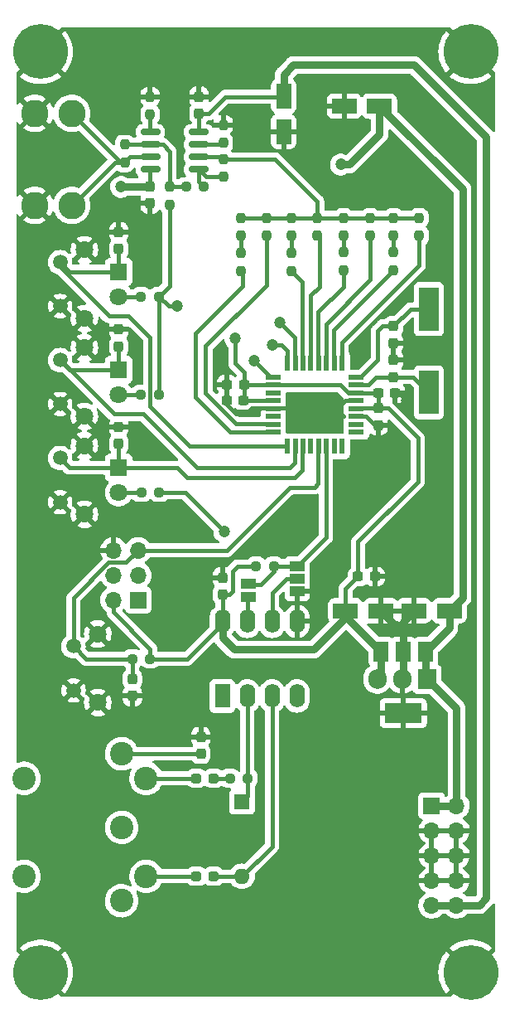
<source format=gtl>
%TF.GenerationSoftware,KiCad,Pcbnew,(6.0.2)*%
%TF.CreationDate,2022-03-15T10:04:13+02:00*%
%TF.ProjectId,C-DAO,432d4441-4f2e-46b6-9963-61645f706362,0.1*%
%TF.SameCoordinates,Original*%
%TF.FileFunction,Copper,L1,Top*%
%TF.FilePolarity,Positive*%
%FSLAX46Y46*%
G04 Gerber Fmt 4.6, Leading zero omitted, Abs format (unit mm)*
G04 Created by KiCad (PCBNEW (6.0.2)) date 2022-03-15 10:04:13*
%MOMM*%
%LPD*%
G01*
G04 APERTURE LIST*
G04 Aperture macros list*
%AMRoundRect*
0 Rectangle with rounded corners*
0 $1 Rounding radius*
0 $2 $3 $4 $5 $6 $7 $8 $9 X,Y pos of 4 corners*
0 Add a 4 corners polygon primitive as box body*
4,1,4,$2,$3,$4,$5,$6,$7,$8,$9,$2,$3,0*
0 Add four circle primitives for the rounded corners*
1,1,$1+$1,$2,$3*
1,1,$1+$1,$4,$5*
1,1,$1+$1,$6,$7*
1,1,$1+$1,$8,$9*
0 Add four rect primitives between the rounded corners*
20,1,$1+$1,$2,$3,$4,$5,0*
20,1,$1+$1,$4,$5,$6,$7,0*
20,1,$1+$1,$6,$7,$8,$9,0*
20,1,$1+$1,$8,$9,$2,$3,0*%
G04 Aperture macros list end*
%TA.AperFunction,ComponentPad*%
%ADD10C,1.498600*%
%TD*%
%TA.AperFunction,ComponentPad*%
%ADD11C,1.803400*%
%TD*%
%TA.AperFunction,ComponentPad*%
%ADD12R,1.800000X1.800000*%
%TD*%
%TA.AperFunction,ComponentPad*%
%ADD13C,1.800000*%
%TD*%
%TA.AperFunction,SMDPad,CuDef*%
%ADD14R,1.600000X0.550000*%
%TD*%
%TA.AperFunction,SMDPad,CuDef*%
%ADD15R,0.550000X1.600000*%
%TD*%
%TA.AperFunction,SMDPad,CuDef*%
%ADD16R,1.500000X1.000000*%
%TD*%
%TA.AperFunction,SMDPad,CuDef*%
%ADD17RoundRect,0.237500X0.237500X-0.250000X0.237500X0.250000X-0.237500X0.250000X-0.237500X-0.250000X0*%
%TD*%
%TA.AperFunction,ComponentPad*%
%ADD18C,3.600000*%
%TD*%
%TA.AperFunction,ConnectorPad*%
%ADD19C,5.600000*%
%TD*%
%TA.AperFunction,SMDPad,CuDef*%
%ADD20RoundRect,0.237500X0.250000X0.237500X-0.250000X0.237500X-0.250000X-0.237500X0.250000X-0.237500X0*%
%TD*%
%TA.AperFunction,SMDPad,CuDef*%
%ADD21RoundRect,0.237500X0.237500X-0.300000X0.237500X0.300000X-0.237500X0.300000X-0.237500X-0.300000X0*%
%TD*%
%TA.AperFunction,ComponentPad*%
%ADD22C,2.800000*%
%TD*%
%TA.AperFunction,ComponentPad*%
%ADD23R,1.700000X1.700000*%
%TD*%
%TA.AperFunction,ComponentPad*%
%ADD24O,1.700000X1.700000*%
%TD*%
%TA.AperFunction,SMDPad,CuDef*%
%ADD25RoundRect,0.237500X-0.237500X0.300000X-0.237500X-0.300000X0.237500X-0.300000X0.237500X0.300000X0*%
%TD*%
%TA.AperFunction,SMDPad,CuDef*%
%ADD26RoundRect,0.237500X-0.250000X-0.237500X0.250000X-0.237500X0.250000X0.237500X-0.250000X0.237500X0*%
%TD*%
%TA.AperFunction,ComponentPad*%
%ADD27R,1.905000X2.000000*%
%TD*%
%TA.AperFunction,ComponentPad*%
%ADD28O,1.905000X2.000000*%
%TD*%
%TA.AperFunction,SMDPad,CuDef*%
%ADD29RoundRect,0.237500X0.300000X0.237500X-0.300000X0.237500X-0.300000X-0.237500X0.300000X-0.237500X0*%
%TD*%
%TA.AperFunction,SMDPad,CuDef*%
%ADD30RoundRect,0.237500X-0.237500X0.250000X-0.237500X-0.250000X0.237500X-0.250000X0.237500X0.250000X0*%
%TD*%
%TA.AperFunction,SMDPad,CuDef*%
%ADD31RoundRect,0.250000X1.050000X0.550000X-1.050000X0.550000X-1.050000X-0.550000X1.050000X-0.550000X0*%
%TD*%
%TA.AperFunction,SMDPad,CuDef*%
%ADD32RoundRect,0.237500X-0.300000X-0.237500X0.300000X-0.237500X0.300000X0.237500X-0.300000X0.237500X0*%
%TD*%
%TA.AperFunction,SMDPad,CuDef*%
%ADD33RoundRect,0.237500X-0.287500X-0.237500X0.287500X-0.237500X0.287500X0.237500X-0.287500X0.237500X0*%
%TD*%
%TA.AperFunction,ComponentPad*%
%ADD34R,1.600000X2.400000*%
%TD*%
%TA.AperFunction,ComponentPad*%
%ADD35O,1.600000X2.400000*%
%TD*%
%TA.AperFunction,SMDPad,CuDef*%
%ADD36R,1.500000X2.000000*%
%TD*%
%TA.AperFunction,SMDPad,CuDef*%
%ADD37R,3.800000X2.000000*%
%TD*%
%TA.AperFunction,SMDPad,CuDef*%
%ADD38R,2.000000X4.500000*%
%TD*%
%TA.AperFunction,ComponentPad*%
%ADD39R,1.600000X1.600000*%
%TD*%
%TA.AperFunction,ComponentPad*%
%ADD40O,1.600000X1.600000*%
%TD*%
%TA.AperFunction,ComponentPad*%
%ADD41C,2.400000*%
%TD*%
%TA.AperFunction,SMDPad,CuDef*%
%ADD42RoundRect,0.250000X-1.050000X-0.550000X1.050000X-0.550000X1.050000X0.550000X-1.050000X0.550000X0*%
%TD*%
%TA.AperFunction,SMDPad,CuDef*%
%ADD43RoundRect,0.250000X0.550000X-1.050000X0.550000X1.050000X-0.550000X1.050000X-0.550000X-1.050000X0*%
%TD*%
%TA.AperFunction,SMDPad,CuDef*%
%ADD44RoundRect,0.150000X0.825000X0.150000X-0.825000X0.150000X-0.825000X-0.150000X0.825000X-0.150000X0*%
%TD*%
%TA.AperFunction,ViaPad*%
%ADD45C,1.200000*%
%TD*%
%TA.AperFunction,Conductor*%
%ADD46C,0.400000*%
%TD*%
%TA.AperFunction,Conductor*%
%ADD47C,0.800000*%
%TD*%
G04 APERTURE END LIST*
D10*
X112000000Y-95500000D03*
X112000000Y-99995800D03*
D11*
X114489200Y-94242700D03*
X114489200Y-101253100D03*
D10*
X112000000Y-85500000D03*
X112000000Y-89995800D03*
D11*
X114489200Y-84242700D03*
X114489200Y-91253100D03*
D10*
X112000000Y-75500000D03*
X112000000Y-79995800D03*
D11*
X114489200Y-74242700D03*
X114489200Y-81253100D03*
D10*
X113363800Y-114720600D03*
X113363800Y-119216400D03*
D11*
X115853000Y-113463300D03*
X115853000Y-120473700D03*
D12*
X118000000Y-76480000D03*
D13*
X118000000Y-79020000D03*
D12*
X118000000Y-96480000D03*
D13*
X118000000Y-99020000D03*
D12*
X118000000Y-86480000D03*
D13*
X118000000Y-89020000D03*
D14*
X142299000Y-92843000D03*
X142299000Y-92043000D03*
X142299000Y-91243000D03*
X142299000Y-90443000D03*
X142299000Y-89643000D03*
X142299000Y-88843000D03*
X142299000Y-88043000D03*
X142299000Y-87243000D03*
D15*
X140849000Y-85793000D03*
X140049000Y-85793000D03*
X139249000Y-85793000D03*
X138449000Y-85793000D03*
X137649000Y-85793000D03*
X136849000Y-85793000D03*
X136049000Y-85793000D03*
X135249000Y-85793000D03*
D14*
X133799000Y-87243000D03*
X133799000Y-88043000D03*
X133799000Y-88843000D03*
X133799000Y-89643000D03*
X133799000Y-90443000D03*
X133799000Y-91243000D03*
X133799000Y-92043000D03*
X133799000Y-92843000D03*
D15*
X135249000Y-94293000D03*
X136049000Y-94293000D03*
X136849000Y-94293000D03*
X137649000Y-94293000D03*
X138449000Y-94293000D03*
X139249000Y-94293000D03*
X140049000Y-94293000D03*
X140849000Y-94293000D03*
D16*
X136271000Y-106523000D03*
X136271000Y-107823000D03*
X136271000Y-109123000D03*
D17*
X130500000Y-76412500D03*
X130500000Y-74587500D03*
D18*
X110000000Y-148000000D03*
D19*
X110000000Y-148000000D03*
D17*
X130500000Y-72787500D03*
X130500000Y-70962500D03*
D20*
X133858000Y-106553000D03*
X132033000Y-106553000D03*
D21*
X126200000Y-60325000D03*
X126200000Y-58600000D03*
D17*
X133100000Y-72812500D03*
X133100000Y-70987500D03*
D20*
X121212500Y-116000000D03*
X119387500Y-116000000D03*
D19*
X154000000Y-54000000D03*
D18*
X154000000Y-54000000D03*
D22*
X109400000Y-60300000D03*
X109400000Y-69700000D03*
X113200000Y-69700000D03*
X113200000Y-60300000D03*
D23*
X120000000Y-110000000D03*
D24*
X117460000Y-110000000D03*
X120000000Y-107460000D03*
X117460000Y-107460000D03*
X120000000Y-104920000D03*
X117460000Y-104920000D03*
D25*
X121200000Y-67775000D03*
X121200000Y-69500000D03*
D21*
X126400000Y-125700000D03*
X126400000Y-123975000D03*
D18*
X154000000Y-148000000D03*
D19*
X154000000Y-148000000D03*
D23*
X150000000Y-131000000D03*
D24*
X152540000Y-131000000D03*
X150000000Y-133540000D03*
X152540000Y-133540000D03*
X150000000Y-136080000D03*
X152540000Y-136080000D03*
X150000000Y-138620000D03*
X152540000Y-138620000D03*
X150000000Y-141160000D03*
X152540000Y-141160000D03*
D17*
X138300000Y-72812500D03*
X138300000Y-70987500D03*
D26*
X129375000Y-128200000D03*
X131200000Y-128200000D03*
D20*
X122112500Y-79000000D03*
X120287500Y-79000000D03*
D27*
X149540000Y-118055000D03*
D28*
X147000000Y-118055000D03*
X144460000Y-118055000D03*
D17*
X146100000Y-76287500D03*
X146100000Y-74462500D03*
D29*
X130762500Y-89600000D03*
X129037500Y-89600000D03*
D30*
X128700000Y-64975000D03*
X128700000Y-66800000D03*
D17*
X143700000Y-72812500D03*
X143700000Y-70987500D03*
D31*
X144675000Y-59563000D03*
X141075000Y-59563000D03*
D30*
X118600000Y-63487500D03*
X118600000Y-65312500D03*
D17*
X135700000Y-72812500D03*
X135700000Y-70987500D03*
D21*
X118000000Y-94062500D03*
X118000000Y-92337500D03*
D32*
X142475000Y-107600000D03*
X144200000Y-107600000D03*
D33*
X125950000Y-128200000D03*
X127700000Y-128200000D03*
D34*
X128600000Y-119800000D03*
D35*
X131140000Y-119800000D03*
X133680000Y-119800000D03*
X136220000Y-119800000D03*
X136220000Y-112180000D03*
X133680000Y-112180000D03*
X131140000Y-112180000D03*
X128600000Y-112180000D03*
D25*
X144526000Y-90424000D03*
X144526000Y-92149000D03*
D20*
X126700000Y-67800000D03*
X124875000Y-67800000D03*
X122100000Y-89000000D03*
X120275000Y-89000000D03*
D17*
X123200000Y-69612500D03*
X123200000Y-67787500D03*
D32*
X144526000Y-88900000D03*
X146251000Y-88900000D03*
D16*
X131216400Y-109656400D03*
X131216400Y-108356400D03*
D33*
X125950000Y-138200000D03*
X127700000Y-138200000D03*
D36*
X149400000Y-115250000D03*
X147100000Y-115250000D03*
D37*
X147100000Y-121550000D03*
D36*
X144800000Y-115250000D03*
D17*
X141000000Y-72787500D03*
X141000000Y-70962500D03*
D25*
X146100000Y-82037500D03*
X146100000Y-83762500D03*
D17*
X148700000Y-72787500D03*
X148700000Y-70962500D03*
D18*
X110000000Y-54000000D03*
D19*
X110000000Y-54000000D03*
D30*
X121200000Y-58600000D03*
X121200000Y-60425000D03*
D38*
X149700000Y-80300000D03*
X149700000Y-88800000D03*
D39*
X130600000Y-130590000D03*
D40*
X130600000Y-138210000D03*
D21*
X128600000Y-109425000D03*
X128600000Y-107700000D03*
D25*
X119400000Y-118075000D03*
X119400000Y-119800000D03*
D20*
X122125000Y-99000000D03*
X120300000Y-99000000D03*
D17*
X135700000Y-76400000D03*
X135700000Y-74575000D03*
D41*
X118300000Y-133200000D03*
X118300000Y-125700000D03*
X118300000Y-140700000D03*
X120800000Y-128200000D03*
X120800000Y-138200000D03*
X108300000Y-138200000D03*
X108300000Y-128200000D03*
D42*
X141200000Y-111100000D03*
X144800000Y-111100000D03*
D29*
X130800000Y-88000000D03*
X129075000Y-88000000D03*
D21*
X118000000Y-84100000D03*
X118000000Y-82375000D03*
D43*
X134874000Y-62147000D03*
X134874000Y-58547000D03*
D17*
X146100000Y-72800000D03*
X146100000Y-70975000D03*
D31*
X151800000Y-111100000D03*
X148200000Y-111100000D03*
D30*
X128700000Y-61487500D03*
X128700000Y-63312500D03*
D44*
X126175000Y-66017500D03*
X126175000Y-64747500D03*
X126175000Y-63477500D03*
X126175000Y-62207500D03*
X121225000Y-62207500D03*
X121225000Y-63477500D03*
X121225000Y-64747500D03*
X121225000Y-66017500D03*
D21*
X146100000Y-87225000D03*
X146100000Y-85500000D03*
D17*
X141000000Y-76312500D03*
X141000000Y-74487500D03*
D21*
X118000000Y-74162500D03*
X118000000Y-72437500D03*
D45*
X147447000Y-89662000D03*
X118237000Y-67818000D03*
X140716000Y-65532000D03*
X124079000Y-112649000D03*
X124206000Y-109347000D03*
X130302000Y-61468000D03*
X147955000Y-104521000D03*
X139446000Y-62484000D03*
X126365000Y-57023000D03*
X128397000Y-84709000D03*
X146050000Y-95377000D03*
X119380000Y-70104000D03*
X141986000Y-99822000D03*
X132715000Y-62992000D03*
X137000000Y-101000000D03*
X151003000Y-99822000D03*
X128778000Y-102997000D03*
X123952000Y-80010000D03*
X129921000Y-83312000D03*
X133731000Y-83947000D03*
X131826000Y-85598000D03*
X134493000Y-81661000D03*
D46*
X112980000Y-96480000D02*
X112000000Y-95500000D01*
X118000000Y-96480000D02*
X112980000Y-96480000D01*
X112980000Y-86480000D02*
X112000000Y-85500000D01*
X118000000Y-86480000D02*
X112980000Y-86480000D01*
X117500000Y-91000000D02*
X112000000Y-85500000D01*
X120500000Y-91000000D02*
X117500000Y-91000000D01*
X136000000Y-96000000D02*
X135500000Y-96500000D01*
X135500000Y-96500000D02*
X126000000Y-96500000D01*
X136000000Y-94250000D02*
X136000000Y-96000000D01*
X126000000Y-96500000D02*
X120500000Y-91000000D01*
X112980000Y-76480000D02*
X112000000Y-75500000D01*
X118000000Y-76480000D02*
X112980000Y-76480000D01*
X119000000Y-81000000D02*
X117000000Y-81000000D01*
X117000000Y-81000000D02*
X112000000Y-76000000D01*
X112000000Y-76000000D02*
X112000000Y-75500000D01*
X125250000Y-94250000D02*
X121212980Y-90212980D01*
X121212980Y-83212980D02*
X119000000Y-81000000D01*
X135200000Y-94250000D02*
X125250000Y-94250000D01*
X121212980Y-90212980D02*
X121212980Y-83212980D01*
X145542000Y-90424000D02*
X144526000Y-90424000D01*
X148590000Y-97917000D02*
X148590000Y-93472000D01*
X148590000Y-93472000D02*
X145542000Y-90424000D01*
X146685000Y-88900000D02*
X147447000Y-89662000D01*
X146251000Y-88900000D02*
X146685000Y-88900000D01*
X140621000Y-88043000D02*
X141478000Y-88900000D01*
X133799000Y-88043000D02*
X140621000Y-88043000D01*
X144526000Y-88900000D02*
X144526000Y-90424000D01*
X142318000Y-90424000D02*
X142299000Y-90443000D01*
X144526000Y-90424000D02*
X142318000Y-90424000D01*
X144469000Y-88843000D02*
X144526000Y-88900000D01*
X142299000Y-88843000D02*
X144469000Y-88843000D01*
X142299000Y-88843000D02*
X142297000Y-88843000D01*
D47*
X152540000Y-121055000D02*
X149540000Y-118055000D01*
D46*
X121200000Y-67775000D02*
X121200000Y-66042500D01*
X121200000Y-66042500D02*
X121225000Y-66017500D01*
D47*
X141605000Y-65532000D02*
X140716000Y-65532000D01*
X153162000Y-68050000D02*
X153162000Y-109738000D01*
X144675000Y-59563000D02*
X153162000Y-68050000D01*
X149400000Y-115250000D02*
X149400000Y-117915000D01*
X144675000Y-62462000D02*
X141605000Y-65532000D01*
X152540000Y-131000000D02*
X152540000Y-121055000D01*
X118237000Y-67818000D02*
X121157000Y-67818000D01*
X144675000Y-59563000D02*
X144675000Y-62462000D01*
X151800000Y-111100000D02*
X151800000Y-112850000D01*
X150000000Y-131000000D02*
X152540000Y-131000000D01*
X121157000Y-67818000D02*
X121200000Y-67775000D01*
X153162000Y-109738000D02*
X151800000Y-111100000D01*
X149400000Y-117915000D02*
X149540000Y-118055000D01*
X151800000Y-112850000D02*
X149400000Y-115250000D01*
D46*
X146100000Y-85500000D02*
X146100000Y-83762500D01*
D47*
X147100000Y-112200000D02*
X147100000Y-115250000D01*
D46*
X126200000Y-57188000D02*
X126365000Y-57023000D01*
X130000000Y-91000000D02*
X129037500Y-90037500D01*
D47*
X147100000Y-117955000D02*
X147000000Y-118055000D01*
D46*
X129075000Y-89562500D02*
X129037500Y-89600000D01*
D47*
X147100000Y-113400000D02*
X147100000Y-115250000D01*
D46*
X129075000Y-88000000D02*
X129075000Y-86657000D01*
D47*
X147100000Y-115250000D02*
X147100000Y-117955000D01*
D46*
X121200000Y-69500000D02*
X119984000Y-69500000D01*
X129075000Y-88000000D02*
X129075000Y-89562500D01*
X129075000Y-86657000D02*
X128397000Y-85979000D01*
X131000000Y-91000000D02*
X130000000Y-91000000D01*
D47*
X148200000Y-111100000D02*
X147100000Y-112200000D01*
D46*
X140375978Y-90400000D02*
X141175978Y-89600000D01*
X128397000Y-85979000D02*
X128397000Y-84709000D01*
X131600000Y-90400000D02*
X131000000Y-91000000D01*
D47*
X144800000Y-111100000D02*
X147100000Y-113400000D01*
D46*
X140349000Y-90426978D02*
X141175978Y-89600000D01*
X133750000Y-90400000D02*
X131600000Y-90400000D01*
X133750000Y-90400000D02*
X140375978Y-90400000D01*
X141175978Y-89600000D02*
X142250000Y-89600000D01*
X126200000Y-58600000D02*
X126200000Y-57188000D01*
X129037500Y-90037500D02*
X129037500Y-89600000D01*
X119984000Y-69500000D02*
X119380000Y-70104000D01*
X118300000Y-125700000D02*
X126400000Y-125700000D01*
D47*
X141200000Y-111784000D02*
X141200000Y-111100000D01*
X141200000Y-111100000D02*
X141200000Y-111650000D01*
D46*
X133750000Y-88000000D02*
X130800000Y-88000000D01*
D47*
X129794000Y-115062000D02*
X137922000Y-115062000D01*
D46*
X148590000Y-97917000D02*
X142475000Y-104032000D01*
X122112500Y-88987500D02*
X122112500Y-79000000D01*
X123122500Y-80010000D02*
X122112500Y-79000000D01*
D47*
X128600000Y-112180000D02*
X128600000Y-113868000D01*
X144800000Y-115250000D02*
X144800000Y-117715000D01*
D46*
X133750000Y-89600000D02*
X130762500Y-89600000D01*
X129667000Y-107061000D02*
X129667000Y-109093000D01*
X128600000Y-112180000D02*
X128600000Y-109425000D01*
X130800000Y-88000000D02*
X130800000Y-86985000D01*
X142475000Y-107600000D02*
X142400000Y-107600000D01*
X125000000Y-116000000D02*
X121212500Y-116000000D01*
X130175000Y-86106000D02*
X129921000Y-85852000D01*
X128600000Y-112180000D02*
X128600000Y-112400000D01*
X142400000Y-107600000D02*
X141200000Y-108800000D01*
X122100000Y-89000000D02*
X122112500Y-88987500D01*
X132033000Y-106553000D02*
X130175000Y-106553000D01*
X123200000Y-77912500D02*
X122112500Y-79000000D01*
X142475000Y-104032000D02*
X142475000Y-107600000D01*
D47*
X137922000Y-115062000D02*
X141200000Y-111784000D01*
D46*
X141200000Y-108800000D02*
X141200000Y-111100000D01*
X129921000Y-85852000D02*
X129921000Y-83312000D01*
X129667000Y-109093000D02*
X129335000Y-109425000D01*
X130800000Y-86985000D02*
X130800000Y-86731000D01*
D47*
X141200000Y-111650000D02*
X144800000Y-115250000D01*
X128600000Y-113868000D02*
X129794000Y-115062000D01*
D46*
X122125000Y-99000000D02*
X124781000Y-99000000D01*
X117460000Y-111237000D02*
X117460000Y-110000000D01*
X130800000Y-86731000D02*
X130175000Y-86106000D01*
X130800000Y-89562500D02*
X130762500Y-89600000D01*
X130175000Y-106553000D02*
X129667000Y-107061000D01*
X123200000Y-69612500D02*
X123200000Y-77912500D01*
D47*
X144800000Y-117715000D02*
X144460000Y-118055000D01*
D46*
X128725000Y-109300000D02*
X128600000Y-109425000D01*
X121212500Y-114989500D02*
X117460000Y-111237000D01*
X121212500Y-116000000D02*
X121212500Y-114989500D01*
X123952000Y-80010000D02*
X123122500Y-80010000D01*
X129335000Y-109425000D02*
X128600000Y-109425000D01*
X128600000Y-112400000D02*
X125000000Y-116000000D01*
X130800000Y-88000000D02*
X130800000Y-89562500D01*
X124781000Y-99000000D02*
X128778000Y-102997000D01*
X143500000Y-88000000D02*
X144275000Y-87225000D01*
X144275000Y-87225000D02*
X146100000Y-87225000D01*
X146100000Y-87225000D02*
X148125000Y-87225000D01*
X148125000Y-87225000D02*
X149700000Y-88800000D01*
X142250000Y-88000000D02*
X143500000Y-88000000D01*
X146100000Y-82037500D02*
X147837500Y-80300000D01*
X142800000Y-87200000D02*
X144500000Y-85500000D01*
X142250000Y-87200000D02*
X142800000Y-87200000D01*
X144500000Y-82500000D02*
X144962500Y-82037500D01*
X144962500Y-82037500D02*
X146100000Y-82037500D01*
X147837500Y-80300000D02*
X149700000Y-80300000D01*
X144500000Y-85500000D02*
X144500000Y-82500000D01*
X118000000Y-84100000D02*
X118000000Y-86480000D01*
X125000000Y-97500000D02*
X123980000Y-96480000D01*
X136800000Y-94250000D02*
X136800000Y-96700000D01*
X136000000Y-97500000D02*
X125000000Y-97500000D01*
X136800000Y-96700000D02*
X136000000Y-97500000D01*
X123980000Y-96480000D02*
X118000000Y-96480000D01*
X118000000Y-96480000D02*
X118000000Y-94062500D01*
X118000000Y-74162500D02*
X118000000Y-76480000D01*
D47*
X134874000Y-56366000D02*
X135868000Y-55372000D01*
D46*
X127175000Y-60325000D02*
X128900000Y-58600000D01*
D47*
X155575000Y-140425000D02*
X154840000Y-141160000D01*
D46*
X134821000Y-58600000D02*
X134874000Y-58547000D01*
X128900000Y-58600000D02*
X134821000Y-58600000D01*
D47*
X148209000Y-55372000D02*
X155575000Y-62738000D01*
D46*
X126175000Y-60350000D02*
X126200000Y-60325000D01*
D47*
X135868000Y-55372000D02*
X148209000Y-55372000D01*
X152540000Y-141160000D02*
X150000000Y-141160000D01*
X155575000Y-62738000D02*
X155575000Y-140425000D01*
D46*
X126175000Y-62207500D02*
X126175000Y-60350000D01*
D47*
X154840000Y-141160000D02*
X152540000Y-141160000D01*
D46*
X126200000Y-60325000D02*
X127175000Y-60325000D01*
D47*
X134874000Y-56366000D02*
X134874000Y-58547000D01*
D46*
X131140000Y-128140000D02*
X131200000Y-128200000D01*
X131200000Y-129990000D02*
X130600000Y-130590000D01*
X131200000Y-128200000D02*
X131200000Y-129990000D01*
X131140000Y-119800000D02*
X131140000Y-128140000D01*
X133680000Y-135130000D02*
X130600000Y-138210000D01*
X127710000Y-138210000D02*
X127700000Y-138200000D01*
X133680000Y-119800000D02*
X133680000Y-135130000D01*
X130600000Y-138210000D02*
X127710000Y-138210000D01*
X120255000Y-89020000D02*
X120275000Y-89000000D01*
X118000000Y-89020000D02*
X120255000Y-89020000D01*
X120280000Y-99020000D02*
X120300000Y-99000000D01*
X118000000Y-99020000D02*
X120280000Y-99020000D01*
X120287500Y-79000000D02*
X118020000Y-79000000D01*
X118020000Y-79000000D02*
X118000000Y-79020000D01*
X125950000Y-128200000D02*
X120800000Y-128200000D01*
X127700000Y-128200000D02*
X129375000Y-128200000D01*
X120800000Y-138200000D02*
X125950000Y-138200000D01*
X113200000Y-60300000D02*
X118212500Y-65312500D01*
X117587500Y-65312500D02*
X118600000Y-65312500D01*
X118212500Y-65312500D02*
X118600000Y-65312500D01*
X121225000Y-64747500D02*
X119165000Y-64747500D01*
X119165000Y-64747500D02*
X118600000Y-65312500D01*
X113200000Y-69700000D02*
X117587500Y-65312500D01*
X136271000Y-106523000D02*
X139200000Y-103594000D01*
X136271000Y-106523000D02*
X133888000Y-106523000D01*
X133858000Y-107061000D02*
X133858000Y-106553000D01*
X132491000Y-108428000D02*
X133858000Y-107061000D01*
X131191000Y-108428000D02*
X132491000Y-108428000D01*
X139200000Y-103594000D02*
X139200000Y-94250000D01*
X133888000Y-106523000D02*
X133858000Y-106553000D01*
X148700000Y-75800000D02*
X140800000Y-83700000D01*
X140800000Y-83700000D02*
X140800000Y-85750000D01*
X148700000Y-72787500D02*
X148700000Y-75800000D01*
X141000000Y-72787500D02*
X141000000Y-74487500D01*
X146100000Y-76287500D02*
X140000000Y-82387500D01*
X140000000Y-82387500D02*
X140000000Y-85750000D01*
X146100000Y-72800000D02*
X146100000Y-74462500D01*
X143700000Y-77300000D02*
X143700000Y-72812500D01*
X139200000Y-85750000D02*
X139200000Y-81800000D01*
X139200000Y-81800000D02*
X143700000Y-77300000D01*
X138400000Y-85750000D02*
X138400000Y-80600000D01*
X141000000Y-78000000D02*
X141000000Y-76312500D01*
X138400000Y-80600000D02*
X141000000Y-78000000D01*
X137600000Y-85750000D02*
X137600000Y-78900000D01*
X138500000Y-78000000D02*
X138500000Y-73012500D01*
X137600000Y-78900000D02*
X138500000Y-78000000D01*
X138500000Y-73012500D02*
X138300000Y-72812500D01*
X136800000Y-85750000D02*
X136800000Y-77500000D01*
X136800000Y-77500000D02*
X135700000Y-76400000D01*
X135700000Y-72812500D02*
X135700000Y-74575000D01*
X133100000Y-77847000D02*
X126873000Y-84074000D01*
X133100000Y-72812500D02*
X133100000Y-77847000D01*
X126873000Y-84074000D02*
X126873000Y-88873882D01*
X126873000Y-88873882D02*
X129999118Y-92000000D01*
X129999118Y-92000000D02*
X133750000Y-92000000D01*
X126175000Y-63477500D02*
X128535000Y-63477500D01*
X128535000Y-63477500D02*
X128700000Y-63312500D01*
X126957500Y-66800000D02*
X126175000Y-66017500D01*
X128700000Y-66800000D02*
X126957500Y-66800000D01*
X126175000Y-67275000D02*
X126700000Y-67800000D01*
X126175000Y-66017500D02*
X126175000Y-67275000D01*
X121225000Y-63477500D02*
X118610000Y-63477500D01*
X124875000Y-67800000D02*
X123212500Y-67800000D01*
X118610000Y-63477500D02*
X118600000Y-63487500D01*
X121707138Y-63477500D02*
X121729638Y-63500000D01*
X121225000Y-63477500D02*
X121707138Y-63477500D01*
X122500000Y-63500000D02*
X123200000Y-64200000D01*
X121729638Y-63500000D02*
X122500000Y-63500000D01*
X123200000Y-64200000D02*
X123200000Y-67787500D01*
X123212500Y-67800000D02*
X123200000Y-67787500D01*
X121200000Y-62182500D02*
X121225000Y-62207500D01*
X121200000Y-60425000D02*
X121200000Y-62182500D01*
X125857000Y-89281000D02*
X125857000Y-82804000D01*
X125857000Y-82804000D02*
X130683000Y-77978000D01*
X133750000Y-92800000D02*
X129376000Y-92800000D01*
X130683000Y-76595500D02*
X130500000Y-76412500D01*
X130683000Y-77978000D02*
X130683000Y-76595500D01*
X129376000Y-92800000D02*
X125857000Y-89281000D01*
X130500000Y-72787500D02*
X130500000Y-74587500D01*
X131191000Y-109728000D02*
X131191000Y-112129000D01*
X131191000Y-112129000D02*
X131140000Y-112180000D01*
X138000000Y-98500000D02*
X138400000Y-98100000D01*
X135500000Y-98500000D02*
X138000000Y-98500000D01*
X114643200Y-116000000D02*
X119387500Y-116000000D01*
X120000000Y-104920000D02*
X129080000Y-104920000D01*
X116980924Y-106172000D02*
X118748000Y-106172000D01*
X113363800Y-114720600D02*
X114643200Y-116000000D01*
X113363800Y-114720600D02*
X113363800Y-109789124D01*
X118748000Y-106172000D02*
X120000000Y-104920000D01*
X119400000Y-116012500D02*
X119387500Y-116000000D01*
X138400000Y-98100000D02*
X138400000Y-94250000D01*
X129080000Y-104920000D02*
X135500000Y-98500000D01*
X113363800Y-109789124D02*
X116980924Y-106172000D01*
X119400000Y-118075000D02*
X119400000Y-116012500D01*
X133731000Y-83947000D02*
X134620000Y-83947000D01*
X135200000Y-84527000D02*
X135200000Y-85750000D01*
X134620000Y-83947000D02*
X135200000Y-84527000D01*
X133428000Y-87200000D02*
X131826000Y-85598000D01*
X133750000Y-87200000D02*
X133428000Y-87200000D01*
X136000000Y-85750000D02*
X136000000Y-83168000D01*
X136000000Y-83168000D02*
X134493000Y-81661000D01*
X130500000Y-70962500D02*
X130525000Y-70987500D01*
X138325000Y-70962500D02*
X138300000Y-70987500D01*
X138300000Y-69300000D02*
X138300000Y-70987500D01*
X128700000Y-64975000D02*
X128725000Y-65000000D01*
X128725000Y-65000000D02*
X134000000Y-65000000D01*
X130525000Y-70987500D02*
X138300000Y-70987500D01*
X148700000Y-70962500D02*
X138325000Y-70962500D01*
X128472500Y-64747500D02*
X128700000Y-64975000D01*
X126175000Y-64747500D02*
X128472500Y-64747500D01*
X134000000Y-65000000D02*
X138300000Y-69300000D01*
X142250000Y-91200000D02*
X143270000Y-91200000D01*
X144399000Y-92329000D02*
X144399000Y-92456000D01*
X143270000Y-91200000D02*
X144399000Y-92329000D01*
X136271000Y-107823000D02*
X135121000Y-107823000D01*
X135121000Y-107823000D02*
X133680000Y-109264000D01*
X133680000Y-109264000D02*
X133680000Y-112180000D01*
%TA.AperFunction,Conductor*%
G36*
X151883142Y-51528002D02*
G01*
X151904116Y-51544905D01*
X153291589Y-52932379D01*
X153987190Y-53627980D01*
X154001131Y-53635592D01*
X154002966Y-53635461D01*
X154009580Y-53631210D01*
X155391587Y-52249203D01*
X155453899Y-52215177D01*
X155524714Y-52220242D01*
X155569777Y-52249203D01*
X155750797Y-52430223D01*
X155784823Y-52492535D01*
X155779758Y-52563350D01*
X155750797Y-52608413D01*
X154372022Y-53987188D01*
X154364408Y-54001132D01*
X154364539Y-54002965D01*
X154368790Y-54009580D01*
X156455095Y-56095884D01*
X156489120Y-56158196D01*
X156492000Y-56184979D01*
X156492000Y-62070459D01*
X156471998Y-62138580D01*
X156418342Y-62185073D01*
X156348068Y-62195177D01*
X156283488Y-62165683D01*
X156272363Y-62154769D01*
X156268277Y-62150231D01*
X156263994Y-62145216D01*
X156253148Y-62131823D01*
X156251072Y-62129259D01*
X156236557Y-62114744D01*
X156232016Y-62109959D01*
X156190673Y-62064043D01*
X156186253Y-62059134D01*
X156174865Y-62050860D01*
X156159832Y-62038019D01*
X150638194Y-56516381D01*
X151849160Y-56516381D01*
X151849237Y-56517470D01*
X151851698Y-56521206D01*
X152125632Y-56731404D01*
X152131262Y-56735259D01*
X152431591Y-56917862D01*
X152437593Y-56921080D01*
X152755897Y-57070184D01*
X152762202Y-57072732D01*
X153094743Y-57186587D01*
X153101313Y-57188446D01*
X153444183Y-57265714D01*
X153450912Y-57266853D01*
X153800143Y-57306643D01*
X153806933Y-57307046D01*
X154158419Y-57308886D01*
X154165220Y-57308554D01*
X154514853Y-57272423D01*
X154521581Y-57271357D01*
X154865274Y-57197676D01*
X154871822Y-57195897D01*
X155205549Y-57085527D01*
X155211891Y-57083041D01*
X155531718Y-56937288D01*
X155537777Y-56934121D01*
X155839995Y-56754676D01*
X155845659Y-56750884D01*
X156126732Y-56539849D01*
X156131958Y-56535464D01*
X156141613Y-56526428D01*
X156149682Y-56512750D01*
X156149654Y-56512024D01*
X156144512Y-56503723D01*
X154012810Y-54372020D01*
X153998869Y-54364408D01*
X153997034Y-54364539D01*
X153990420Y-54368790D01*
X151856774Y-56502437D01*
X151849160Y-56516381D01*
X150638194Y-56516381D01*
X148908981Y-54787168D01*
X148896140Y-54772135D01*
X148891746Y-54766087D01*
X148891745Y-54766086D01*
X148887866Y-54760747D01*
X148837041Y-54714984D01*
X148832256Y-54710443D01*
X148817741Y-54695928D01*
X148810282Y-54689888D01*
X148801784Y-54683006D01*
X148796769Y-54678722D01*
X148750855Y-54637381D01*
X148750850Y-54637377D01*
X148745944Y-54632960D01*
X148740228Y-54629660D01*
X148740224Y-54629657D01*
X148733763Y-54625927D01*
X148717466Y-54614727D01*
X148711660Y-54610025D01*
X148711658Y-54610024D01*
X148706530Y-54605871D01*
X148645577Y-54574814D01*
X148639782Y-54571667D01*
X148586279Y-54540777D01*
X148586278Y-54540776D01*
X148580556Y-54537473D01*
X148574274Y-54535432D01*
X148574272Y-54535431D01*
X148567174Y-54533125D01*
X148548907Y-54525559D01*
X148536370Y-54519171D01*
X148529989Y-54517461D01*
X148511852Y-54512601D01*
X148470299Y-54501467D01*
X148463997Y-54499600D01*
X148398928Y-54478458D01*
X148392363Y-54477768D01*
X148392354Y-54477766D01*
X148384925Y-54476985D01*
X148365491Y-54473383D01*
X148358286Y-54471453D01*
X148358284Y-54471453D01*
X148351903Y-54469743D01*
X148345312Y-54469398D01*
X148345308Y-54469397D01*
X148283616Y-54466164D01*
X148277042Y-54465647D01*
X148259884Y-54463844D01*
X148259882Y-54463844D01*
X148256610Y-54463500D01*
X148236074Y-54463500D01*
X148229480Y-54463327D01*
X148167782Y-54460093D01*
X148167777Y-54460093D01*
X148161190Y-54459748D01*
X148147292Y-54461949D01*
X148127583Y-54463500D01*
X135949416Y-54463500D01*
X135929707Y-54461949D01*
X135915809Y-54459748D01*
X135909222Y-54460093D01*
X135909217Y-54460093D01*
X135847519Y-54463327D01*
X135840925Y-54463500D01*
X135820390Y-54463500D01*
X135814222Y-54464148D01*
X135799960Y-54465647D01*
X135793385Y-54466164D01*
X135731696Y-54469397D01*
X135731695Y-54469397D01*
X135725096Y-54469743D01*
X135711508Y-54473384D01*
X135692061Y-54476988D01*
X135684644Y-54477767D01*
X135684640Y-54477768D01*
X135678072Y-54478458D01*
X135621276Y-54496912D01*
X135613009Y-54499598D01*
X135606685Y-54501471D01*
X135547010Y-54517461D01*
X135547006Y-54517462D01*
X135540630Y-54519171D01*
X135534748Y-54522168D01*
X135528093Y-54525559D01*
X135509826Y-54533125D01*
X135502728Y-54535431D01*
X135502726Y-54535432D01*
X135496444Y-54537473D01*
X135490722Y-54540776D01*
X135490721Y-54540777D01*
X135437218Y-54571667D01*
X135431423Y-54574814D01*
X135370470Y-54605871D01*
X135365342Y-54610024D01*
X135365340Y-54610025D01*
X135359534Y-54614727D01*
X135343237Y-54625927D01*
X135336776Y-54629657D01*
X135336772Y-54629660D01*
X135331056Y-54632960D01*
X135326150Y-54637377D01*
X135326145Y-54637381D01*
X135280231Y-54678722D01*
X135275216Y-54683006D01*
X135266718Y-54689888D01*
X135259259Y-54695928D01*
X135244744Y-54710443D01*
X135239959Y-54714984D01*
X135189134Y-54760747D01*
X135185255Y-54766086D01*
X135185254Y-54766087D01*
X135180860Y-54772135D01*
X135168019Y-54787168D01*
X134289168Y-55666019D01*
X134274135Y-55678860D01*
X134262747Y-55687134D01*
X134258327Y-55692043D01*
X134216984Y-55737959D01*
X134212443Y-55742744D01*
X134197928Y-55757259D01*
X134195852Y-55759823D01*
X134185006Y-55773216D01*
X134180722Y-55778231D01*
X134139381Y-55824145D01*
X134139377Y-55824150D01*
X134134960Y-55829056D01*
X134131660Y-55834772D01*
X134131657Y-55834776D01*
X134127927Y-55841237D01*
X134116727Y-55857533D01*
X134107871Y-55868470D01*
X134076815Y-55929421D01*
X134073669Y-55935215D01*
X134039473Y-55994444D01*
X134037432Y-56000726D01*
X134037431Y-56000728D01*
X134035125Y-56007826D01*
X134027560Y-56026092D01*
X134021171Y-56038630D01*
X134019463Y-56045003D01*
X134019463Y-56045004D01*
X134003469Y-56104695D01*
X134001600Y-56111003D01*
X133980458Y-56176072D01*
X133979768Y-56182637D01*
X133979766Y-56182646D01*
X133978985Y-56190075D01*
X133975383Y-56209509D01*
X133973453Y-56216714D01*
X133971743Y-56223097D01*
X133971398Y-56229688D01*
X133971397Y-56229692D01*
X133968164Y-56291384D01*
X133967647Y-56297958D01*
X133967380Y-56300502D01*
X133965500Y-56318390D01*
X133965500Y-56338926D01*
X133965327Y-56345520D01*
X133961748Y-56413810D01*
X133962780Y-56420325D01*
X133963949Y-56427705D01*
X133965500Y-56447417D01*
X133965500Y-56756631D01*
X133945498Y-56824752D01*
X133905807Y-56863772D01*
X133849652Y-56898522D01*
X133724695Y-57023697D01*
X133720855Y-57029927D01*
X133720854Y-57029928D01*
X133688115Y-57083041D01*
X133631885Y-57174262D01*
X133624709Y-57195897D01*
X133587343Y-57308554D01*
X133576203Y-57342139D01*
X133565500Y-57446600D01*
X133565500Y-57765500D01*
X133545498Y-57833621D01*
X133491842Y-57880114D01*
X133439500Y-57891500D01*
X128928912Y-57891500D01*
X128920342Y-57891208D01*
X128870224Y-57887791D01*
X128870220Y-57887791D01*
X128862648Y-57887275D01*
X128855171Y-57888580D01*
X128855170Y-57888580D01*
X128840113Y-57891208D01*
X128799703Y-57898261D01*
X128793186Y-57899222D01*
X128729758Y-57906898D01*
X128722650Y-57909584D01*
X128720056Y-57910221D01*
X128703750Y-57914682D01*
X128701199Y-57915452D01*
X128693716Y-57916758D01*
X128686764Y-57919810D01*
X128686763Y-57919810D01*
X128635212Y-57942439D01*
X128629105Y-57944931D01*
X128576452Y-57964827D01*
X128569344Y-57967513D01*
X128563083Y-57971816D01*
X128560717Y-57973053D01*
X128545937Y-57981280D01*
X128543652Y-57982631D01*
X128536695Y-57985685D01*
X128530675Y-57990305D01*
X128530669Y-57990308D01*
X128499542Y-58014194D01*
X128485998Y-58024587D01*
X128480668Y-58028459D01*
X128434280Y-58060339D01*
X128434275Y-58060344D01*
X128428019Y-58064643D01*
X128422968Y-58070313D01*
X128422966Y-58070314D01*
X128386565Y-58111170D01*
X128381584Y-58116446D01*
X127391832Y-59106198D01*
X127329520Y-59140224D01*
X127258705Y-59135159D01*
X127201869Y-59092612D01*
X127177058Y-59026092D01*
X127177393Y-59004261D01*
X127182672Y-58952733D01*
X127183000Y-58946315D01*
X127183000Y-58872115D01*
X127178525Y-58856876D01*
X127177135Y-58855671D01*
X127169452Y-58854000D01*
X125235115Y-58854000D01*
X125219876Y-58858475D01*
X125218671Y-58859865D01*
X125217000Y-58867548D01*
X125217000Y-58946266D01*
X125217337Y-58952782D01*
X125227075Y-59046632D01*
X125229968Y-59060028D01*
X125280488Y-59211453D01*
X125286653Y-59224615D01*
X125370426Y-59359992D01*
X125379464Y-59371394D01*
X125381139Y-59373067D01*
X125381919Y-59374493D01*
X125384007Y-59377127D01*
X125383556Y-59377484D01*
X125415219Y-59435349D01*
X125410216Y-59506169D01*
X125381299Y-59551254D01*
X125378476Y-59554083D01*
X125373071Y-59559497D01*
X125369231Y-59565727D01*
X125369230Y-59565728D01*
X125287627Y-59698113D01*
X125281791Y-59707580D01*
X125227026Y-59872691D01*
X125226326Y-59879527D01*
X125226325Y-59879530D01*
X125222794Y-59913998D01*
X125216500Y-59975428D01*
X125216500Y-60674572D01*
X125216837Y-60677818D01*
X125216837Y-60677822D01*
X125225998Y-60766110D01*
X125227293Y-60778593D01*
X125229474Y-60785129D01*
X125229474Y-60785131D01*
X125258010Y-60870662D01*
X125282346Y-60943607D01*
X125304615Y-60979593D01*
X125361823Y-61072040D01*
X125373884Y-61091531D01*
X125429519Y-61147069D01*
X125463597Y-61209349D01*
X125466500Y-61236240D01*
X125466500Y-61273000D01*
X125446498Y-61341121D01*
X125392842Y-61387614D01*
X125340500Y-61399000D01*
X125283498Y-61399000D01*
X125281050Y-61399193D01*
X125281042Y-61399193D01*
X125252579Y-61401433D01*
X125252574Y-61401434D01*
X125246169Y-61401938D01*
X125157278Y-61427763D01*
X125094012Y-61446143D01*
X125094010Y-61446144D01*
X125086399Y-61448355D01*
X125079572Y-61452392D01*
X125079573Y-61452392D01*
X124950020Y-61529009D01*
X124950017Y-61529011D01*
X124943193Y-61533047D01*
X124825547Y-61650693D01*
X124821511Y-61657517D01*
X124821509Y-61657520D01*
X124770143Y-61744376D01*
X124740855Y-61793899D01*
X124694438Y-61953669D01*
X124693934Y-61960074D01*
X124693933Y-61960079D01*
X124691693Y-61988542D01*
X124691500Y-61990998D01*
X124691500Y-62424002D01*
X124694438Y-62461331D01*
X124714400Y-62530042D01*
X124737005Y-62607848D01*
X124740855Y-62621101D01*
X124825547Y-62764307D01*
X124828229Y-62766989D01*
X124853502Y-62831361D01*
X124839600Y-62900984D01*
X124829428Y-62916812D01*
X124825547Y-62920693D01*
X124740855Y-63063899D01*
X124738644Y-63071510D01*
X124738643Y-63071512D01*
X124723472Y-63123731D01*
X124694438Y-63223669D01*
X124691500Y-63260998D01*
X124691500Y-63694002D01*
X124691693Y-63696450D01*
X124691693Y-63696458D01*
X124693780Y-63722966D01*
X124694438Y-63731331D01*
X124714079Y-63798937D01*
X124737607Y-63879920D01*
X124740855Y-63891101D01*
X124825547Y-64034307D01*
X124828229Y-64036989D01*
X124853502Y-64101361D01*
X124839600Y-64170984D01*
X124829428Y-64186812D01*
X124825547Y-64190693D01*
X124740855Y-64333899D01*
X124738644Y-64341510D01*
X124738643Y-64341512D01*
X124730073Y-64371010D01*
X124694438Y-64493669D01*
X124693934Y-64500074D01*
X124693933Y-64500079D01*
X124691956Y-64525200D01*
X124691500Y-64530998D01*
X124691500Y-64964002D01*
X124694438Y-65001331D01*
X124740855Y-65161101D01*
X124825547Y-65304307D01*
X124828229Y-65306989D01*
X124853502Y-65371361D01*
X124839600Y-65440984D01*
X124829428Y-65456812D01*
X124825547Y-65460693D01*
X124740855Y-65603899D01*
X124738644Y-65611510D01*
X124738643Y-65611512D01*
X124726660Y-65652760D01*
X124694438Y-65763669D01*
X124693934Y-65770074D01*
X124693933Y-65770079D01*
X124691693Y-65798542D01*
X124691500Y-65800998D01*
X124691500Y-66234002D01*
X124691693Y-66236450D01*
X124691693Y-66236458D01*
X124692225Y-66243209D01*
X124694438Y-66271331D01*
X124711246Y-66329185D01*
X124730776Y-66396407D01*
X124740855Y-66431101D01*
X124751711Y-66449458D01*
X124821509Y-66567480D01*
X124821511Y-66567483D01*
X124825547Y-66574307D01*
X124852645Y-66601405D01*
X124886671Y-66663717D01*
X124881606Y-66734532D01*
X124839059Y-66791368D01*
X124772539Y-66816179D01*
X124763550Y-66816500D01*
X124575428Y-66816500D01*
X124572182Y-66816837D01*
X124572178Y-66816837D01*
X124478265Y-66826581D01*
X124478261Y-66826582D01*
X124471407Y-66827293D01*
X124464871Y-66829474D01*
X124464869Y-66829474D01*
X124381411Y-66857318D01*
X124306393Y-66882346D01*
X124158469Y-66973884D01*
X124153296Y-66979066D01*
X124132884Y-66999514D01*
X124070601Y-67033594D01*
X123999781Y-67028591D01*
X123954693Y-66999671D01*
X123945481Y-66990475D01*
X123911403Y-66928193D01*
X123908500Y-66901303D01*
X123908500Y-64228911D01*
X123908792Y-64220342D01*
X123912209Y-64170223D01*
X123912209Y-64170219D01*
X123912725Y-64162647D01*
X123901736Y-64099685D01*
X123900777Y-64093182D01*
X123894015Y-64037302D01*
X123893102Y-64029758D01*
X123890416Y-64022649D01*
X123889784Y-64020078D01*
X123885324Y-64003772D01*
X123884549Y-64001204D01*
X123883242Y-63993716D01*
X123857561Y-63935212D01*
X123855069Y-63929105D01*
X123835173Y-63876452D01*
X123835173Y-63876451D01*
X123832487Y-63869344D01*
X123828184Y-63863083D01*
X123826947Y-63860717D01*
X123818720Y-63845937D01*
X123817369Y-63843652D01*
X123814315Y-63836695D01*
X123809695Y-63830675D01*
X123809692Y-63830669D01*
X123775421Y-63786009D01*
X123771541Y-63780668D01*
X123739661Y-63734280D01*
X123739656Y-63734275D01*
X123735357Y-63728019D01*
X123720531Y-63714809D01*
X123688830Y-63686565D01*
X123683554Y-63681584D01*
X123021450Y-63019480D01*
X123015596Y-63013215D01*
X123007431Y-63003855D01*
X122977561Y-62969615D01*
X122925280Y-62932871D01*
X122919986Y-62928939D01*
X122875693Y-62894209D01*
X122869718Y-62889524D01*
X122862802Y-62886401D01*
X122860516Y-62885017D01*
X122845835Y-62876643D01*
X122843475Y-62875378D01*
X122837261Y-62871010D01*
X122830182Y-62868250D01*
X122830180Y-62868249D01*
X122777725Y-62847798D01*
X122771656Y-62845247D01*
X122713427Y-62818955D01*
X122713921Y-62817860D01*
X122661112Y-62782554D01*
X122632794Y-62717449D01*
X122644169Y-62647370D01*
X122649350Y-62637664D01*
X122659145Y-62621101D01*
X122662996Y-62607848D01*
X122685600Y-62530042D01*
X122705562Y-62461331D01*
X122708500Y-62424002D01*
X122708500Y-61990998D01*
X122708307Y-61988542D01*
X122706067Y-61960079D01*
X122706066Y-61960074D01*
X122705562Y-61953669D01*
X122659145Y-61793899D01*
X122629857Y-61744376D01*
X122578491Y-61657520D01*
X122578489Y-61657517D01*
X122574453Y-61650693D01*
X122456807Y-61533047D01*
X122449983Y-61529011D01*
X122449980Y-61529009D01*
X122320427Y-61452392D01*
X122320428Y-61452392D01*
X122313601Y-61448355D01*
X122305990Y-61446144D01*
X122305988Y-61446143D01*
X122242722Y-61427763D01*
X122153831Y-61401938D01*
X122147426Y-61401434D01*
X122147421Y-61401433D01*
X122118958Y-61399193D01*
X122118950Y-61399193D01*
X122116502Y-61399000D01*
X122072699Y-61399000D01*
X122004578Y-61378998D01*
X121958085Y-61325342D01*
X121947981Y-61255068D01*
X121977475Y-61190488D01*
X121983526Y-61183983D01*
X122021754Y-61145688D01*
X122021758Y-61145683D01*
X122026929Y-61140503D01*
X122054557Y-61095682D01*
X122114369Y-60998650D01*
X122114370Y-60998648D01*
X122118209Y-60992420D01*
X122172974Y-60827309D01*
X122175642Y-60801275D01*
X122183172Y-60727771D01*
X122183500Y-60724572D01*
X122183500Y-60125428D01*
X122183163Y-60122178D01*
X122173419Y-60028265D01*
X122173418Y-60028261D01*
X122172707Y-60021407D01*
X122117654Y-59856393D01*
X122026116Y-59708469D01*
X121918859Y-59601399D01*
X121884780Y-59539118D01*
X121889783Y-59468298D01*
X121918704Y-59423209D01*
X122021363Y-59320371D01*
X122030375Y-59308960D01*
X122113912Y-59173437D01*
X122120056Y-59160259D01*
X122170315Y-59008734D01*
X122173181Y-58995368D01*
X122182672Y-58902730D01*
X122183000Y-58896315D01*
X122183000Y-58872115D01*
X122178525Y-58856876D01*
X122177135Y-58855671D01*
X122169452Y-58854000D01*
X120235115Y-58854000D01*
X120219876Y-58858475D01*
X120218671Y-58859865D01*
X120217000Y-58867548D01*
X120217000Y-58896266D01*
X120217337Y-58902782D01*
X120227075Y-58996632D01*
X120229968Y-59010028D01*
X120280488Y-59161453D01*
X120286653Y-59174615D01*
X120370426Y-59309992D01*
X120379460Y-59321390D01*
X120481140Y-59422893D01*
X120515219Y-59485176D01*
X120510216Y-59555996D01*
X120481296Y-59601083D01*
X120373071Y-59709497D01*
X120369231Y-59715727D01*
X120369230Y-59715728D01*
X120286364Y-59850162D01*
X120281791Y-59857580D01*
X120227026Y-60022691D01*
X120216500Y-60125428D01*
X120216500Y-60724572D01*
X120216837Y-60727818D01*
X120216837Y-60727822D01*
X120225049Y-60806963D01*
X120227293Y-60828593D01*
X120229474Y-60835129D01*
X120229474Y-60835131D01*
X120268447Y-60951946D01*
X120282346Y-60993607D01*
X120373884Y-61141531D01*
X120416491Y-61184064D01*
X120450570Y-61246344D01*
X120445567Y-61317164D01*
X120403071Y-61374038D01*
X120333480Y-61398765D01*
X120333498Y-61399000D01*
X120331058Y-61399192D01*
X120331059Y-61399192D01*
X120302579Y-61401433D01*
X120302574Y-61401434D01*
X120296169Y-61401938D01*
X120207278Y-61427763D01*
X120144012Y-61446143D01*
X120144010Y-61446144D01*
X120136399Y-61448355D01*
X120129572Y-61452392D01*
X120129573Y-61452392D01*
X120000020Y-61529009D01*
X120000017Y-61529011D01*
X119993193Y-61533047D01*
X119875547Y-61650693D01*
X119871511Y-61657517D01*
X119871509Y-61657520D01*
X119820143Y-61744376D01*
X119790855Y-61793899D01*
X119744438Y-61953669D01*
X119743934Y-61960074D01*
X119743933Y-61960079D01*
X119741693Y-61988542D01*
X119741500Y-61990998D01*
X119741500Y-62424002D01*
X119744438Y-62461331D01*
X119746232Y-62467507D01*
X119746233Y-62467511D01*
X119787004Y-62607848D01*
X119786801Y-62678844D01*
X119748247Y-62738460D01*
X119683582Y-62767768D01*
X119666007Y-62769000D01*
X119476269Y-62769000D01*
X119408148Y-62748998D01*
X119387258Y-62732179D01*
X119303003Y-62648071D01*
X119210086Y-62590796D01*
X119161150Y-62560631D01*
X119161148Y-62560630D01*
X119154920Y-62556791D01*
X118989809Y-62502026D01*
X118982973Y-62501326D01*
X118982970Y-62501325D01*
X118931474Y-62496049D01*
X118887072Y-62491500D01*
X118312928Y-62491500D01*
X118309682Y-62491837D01*
X118309678Y-62491837D01*
X118215765Y-62501581D01*
X118215761Y-62501582D01*
X118208907Y-62502293D01*
X118202371Y-62504474D01*
X118202369Y-62504474D01*
X118106028Y-62536616D01*
X118043893Y-62557346D01*
X117895969Y-62648884D01*
X117890796Y-62654066D01*
X117778242Y-62766816D01*
X117778238Y-62766821D01*
X117773071Y-62771997D01*
X117769231Y-62778227D01*
X117769230Y-62778228D01*
X117695048Y-62898574D01*
X117681791Y-62920080D01*
X117627026Y-63085191D01*
X117616500Y-63187928D01*
X117616500Y-63410340D01*
X117596498Y-63478461D01*
X117542842Y-63524954D01*
X117472568Y-63535058D01*
X117407988Y-63505564D01*
X117401405Y-63499435D01*
X115015288Y-61113318D01*
X114981262Y-61051006D01*
X114986327Y-60980191D01*
X114989143Y-60973274D01*
X114998458Y-60952205D01*
X114998459Y-60952203D01*
X115000258Y-60948133D01*
X115001535Y-60943607D01*
X115033971Y-60828593D01*
X115073620Y-60688008D01*
X115086627Y-60591171D01*
X115109172Y-60423324D01*
X115109173Y-60423316D01*
X115109599Y-60420142D01*
X115111976Y-60344526D01*
X115113274Y-60303222D01*
X115113274Y-60303217D01*
X115113375Y-60300000D01*
X115094287Y-60030403D01*
X115037402Y-59766185D01*
X115018788Y-59715728D01*
X114945397Y-59516796D01*
X114943856Y-59512619D01*
X114914510Y-59458231D01*
X114817629Y-59278678D01*
X114817629Y-59278677D01*
X114815516Y-59274762D01*
X114654942Y-59057362D01*
X114644380Y-59046632D01*
X114545626Y-58946315D01*
X114465338Y-58864756D01*
X114343755Y-58771967D01*
X114254028Y-58703489D01*
X114254024Y-58703487D01*
X114250487Y-58700787D01*
X114014675Y-58568727D01*
X113762609Y-58471210D01*
X113758284Y-58470207D01*
X113758279Y-58470206D01*
X113652748Y-58445746D01*
X113499318Y-58410182D01*
X113230054Y-58386861D01*
X113225619Y-58387105D01*
X113225615Y-58387105D01*
X112964634Y-58401468D01*
X112964627Y-58401469D01*
X112960191Y-58401713D01*
X112828622Y-58427883D01*
X112699484Y-58453570D01*
X112699479Y-58453571D01*
X112695112Y-58454440D01*
X112690909Y-58455916D01*
X112444315Y-58542513D01*
X112444312Y-58542514D01*
X112440107Y-58543991D01*
X112436154Y-58546044D01*
X112436148Y-58546047D01*
X112311789Y-58610647D01*
X112200264Y-58668580D01*
X112196649Y-58671163D01*
X112196643Y-58671167D01*
X111983990Y-58823131D01*
X111983986Y-58823134D01*
X111980369Y-58825719D01*
X111784808Y-59012275D01*
X111617485Y-59224524D01*
X111615253Y-59228366D01*
X111615250Y-59228371D01*
X111483974Y-59454377D01*
X111483971Y-59454384D01*
X111481736Y-59458231D01*
X111430159Y-59585571D01*
X111416402Y-59619535D01*
X111372290Y-59675164D01*
X111305105Y-59698113D01*
X111236178Y-59681097D01*
X111187392Y-59629516D01*
X111181406Y-59615844D01*
X111144941Y-59517002D01*
X111141286Y-59508907D01*
X111017206Y-59278947D01*
X111012447Y-59271449D01*
X110927759Y-59156790D01*
X110916631Y-59148348D01*
X110904038Y-59155172D01*
X109772022Y-60287188D01*
X109764408Y-60301132D01*
X109764539Y-60302965D01*
X109768790Y-60309580D01*
X110905517Y-61446307D01*
X110918917Y-61453624D01*
X110928821Y-61446637D01*
X110944686Y-61427763D01*
X110949905Y-61420580D01*
X111088171Y-61198876D01*
X111092333Y-61191017D01*
X111184572Y-60982376D01*
X111230411Y-60928160D01*
X111298283Y-60907332D01*
X111366642Y-60926506D01*
X111413783Y-60979593D01*
X111419336Y-60993446D01*
X111430857Y-61027979D01*
X111430863Y-61027993D01*
X111432272Y-61032217D01*
X111472796Y-61113318D01*
X111546155Y-61260131D01*
X111553078Y-61273987D01*
X111599477Y-61341121D01*
X111671595Y-61445467D01*
X111706744Y-61496324D01*
X111890205Y-61694790D01*
X112099799Y-61865427D01*
X112103617Y-61867726D01*
X112103619Y-61867727D01*
X112257015Y-61960079D01*
X112331346Y-62004830D01*
X112335441Y-62006564D01*
X112335443Y-62006565D01*
X112576124Y-62108480D01*
X112576131Y-62108482D01*
X112580225Y-62110216D01*
X112652046Y-62129259D01*
X112837172Y-62178345D01*
X112837177Y-62178346D01*
X112841469Y-62179484D01*
X112845878Y-62180006D01*
X112845884Y-62180007D01*
X112984899Y-62196460D01*
X113109868Y-62211251D01*
X113380064Y-62204883D01*
X113384459Y-62204151D01*
X113384464Y-62204151D01*
X113642267Y-62161241D01*
X113642271Y-62161240D01*
X113646669Y-62160508D01*
X113788458Y-62115666D01*
X113886607Y-62084626D01*
X113957589Y-62083156D01*
X114013696Y-62115666D01*
X116808935Y-64910905D01*
X116842961Y-64973217D01*
X116837896Y-65044032D01*
X116808935Y-65089095D01*
X114011144Y-67886886D01*
X113948832Y-67920912D01*
X113876588Y-67915304D01*
X113766758Y-67872815D01*
X113766756Y-67872815D01*
X113762609Y-67871210D01*
X113758284Y-67870207D01*
X113758279Y-67870206D01*
X113652748Y-67845746D01*
X113499318Y-67810182D01*
X113230054Y-67786861D01*
X113225619Y-67787105D01*
X113225615Y-67787105D01*
X112964634Y-67801468D01*
X112964627Y-67801469D01*
X112960191Y-67801713D01*
X112828622Y-67827883D01*
X112699484Y-67853570D01*
X112699479Y-67853571D01*
X112695112Y-67854440D01*
X112690909Y-67855916D01*
X112444315Y-67942513D01*
X112444312Y-67942514D01*
X112440107Y-67943991D01*
X112436154Y-67946044D01*
X112436148Y-67946047D01*
X112321351Y-68005680D01*
X112200264Y-68068580D01*
X112196649Y-68071163D01*
X112196643Y-68071167D01*
X111983990Y-68223131D01*
X111983986Y-68223134D01*
X111980369Y-68225719D01*
X111977149Y-68228791D01*
X111829775Y-68369379D01*
X111784808Y-68412275D01*
X111617485Y-68624524D01*
X111615253Y-68628366D01*
X111615250Y-68628371D01*
X111483974Y-68854377D01*
X111483971Y-68854384D01*
X111481736Y-68858231D01*
X111432853Y-68978920D01*
X111416402Y-69019535D01*
X111372290Y-69075164D01*
X111305105Y-69098113D01*
X111236178Y-69081097D01*
X111187392Y-69029516D01*
X111181406Y-69015844D01*
X111144941Y-68917002D01*
X111141286Y-68908907D01*
X111017206Y-68678947D01*
X111012447Y-68671449D01*
X110927759Y-68556790D01*
X110916631Y-68548348D01*
X110904038Y-68555172D01*
X109772022Y-69687188D01*
X109764408Y-69701132D01*
X109764539Y-69702965D01*
X109768790Y-69709580D01*
X110905517Y-70846307D01*
X110918917Y-70853624D01*
X110928821Y-70846637D01*
X110944686Y-70827763D01*
X110949905Y-70820580D01*
X111088171Y-70598876D01*
X111092333Y-70591017D01*
X111184572Y-70382376D01*
X111230411Y-70328160D01*
X111298283Y-70307332D01*
X111366642Y-70326506D01*
X111413783Y-70379593D01*
X111419336Y-70393446D01*
X111430857Y-70427979D01*
X111430863Y-70427993D01*
X111432272Y-70432217D01*
X111492309Y-70552369D01*
X111546155Y-70660131D01*
X111553078Y-70673987D01*
X111555607Y-70677646D01*
X111671595Y-70845467D01*
X111706744Y-70896324D01*
X111890205Y-71094790D01*
X112099799Y-71265427D01*
X112103617Y-71267726D01*
X112103619Y-71267727D01*
X112317468Y-71396475D01*
X112331346Y-71404830D01*
X112335441Y-71406564D01*
X112335443Y-71406565D01*
X112576124Y-71508480D01*
X112576131Y-71508482D01*
X112580225Y-71510216D01*
X112632811Y-71524159D01*
X112837172Y-71578345D01*
X112837177Y-71578346D01*
X112841469Y-71579484D01*
X112845878Y-71580006D01*
X112845884Y-71580007D01*
X112995210Y-71597680D01*
X113109868Y-71611251D01*
X113380064Y-71604883D01*
X113384459Y-71604151D01*
X113384464Y-71604151D01*
X113642267Y-71561241D01*
X113642271Y-71561240D01*
X113646669Y-71560508D01*
X113814959Y-71507285D01*
X113900114Y-71480354D01*
X113900116Y-71480353D01*
X113904360Y-71479011D01*
X113908371Y-71477085D01*
X113908376Y-71477083D01*
X114143979Y-71363948D01*
X114143980Y-71363947D01*
X114147998Y-71362018D01*
X114297578Y-71262072D01*
X114369013Y-71214341D01*
X114369017Y-71214338D01*
X114372721Y-71211863D01*
X114376038Y-71208892D01*
X114376042Y-71208889D01*
X114570729Y-71034512D01*
X114574045Y-71031542D01*
X114747953Y-70824654D01*
X114850559Y-70660131D01*
X114888614Y-70599111D01*
X114888615Y-70599109D01*
X114890975Y-70595325D01*
X115000258Y-70348133D01*
X115073620Y-70088008D01*
X115078122Y-70054487D01*
X115106090Y-69846266D01*
X120217000Y-69846266D01*
X120217337Y-69852782D01*
X120227075Y-69946632D01*
X120229968Y-69960028D01*
X120280488Y-70111453D01*
X120286653Y-70124615D01*
X120370426Y-70259992D01*
X120379460Y-70271390D01*
X120492129Y-70383863D01*
X120503540Y-70392875D01*
X120639063Y-70476412D01*
X120652241Y-70482556D01*
X120803766Y-70532815D01*
X120817132Y-70535681D01*
X120909770Y-70545172D01*
X120916185Y-70545500D01*
X120927885Y-70545500D01*
X120943124Y-70541025D01*
X120944329Y-70539635D01*
X120946000Y-70531952D01*
X120946000Y-69772115D01*
X120941525Y-69756876D01*
X120940135Y-69755671D01*
X120932452Y-69754000D01*
X120235115Y-69754000D01*
X120219876Y-69758475D01*
X120218671Y-69759865D01*
X120217000Y-69767548D01*
X120217000Y-69846266D01*
X115106090Y-69846266D01*
X115109172Y-69823324D01*
X115109173Y-69823316D01*
X115109599Y-69820142D01*
X115109700Y-69816931D01*
X115113274Y-69703222D01*
X115113274Y-69703217D01*
X115113375Y-69700000D01*
X115094287Y-69430403D01*
X115037402Y-69166185D01*
X115032791Y-69153685D01*
X114984034Y-69021525D01*
X114979222Y-68950691D01*
X115013151Y-68888819D01*
X117736249Y-66165721D01*
X117798561Y-66131695D01*
X117869376Y-66136760D01*
X117896823Y-66152211D01*
X117896997Y-66151929D01*
X118037183Y-66238341D01*
X118045080Y-66243209D01*
X118210191Y-66297974D01*
X118217027Y-66298674D01*
X118217030Y-66298675D01*
X118268526Y-66303951D01*
X118312928Y-66308500D01*
X118887072Y-66308500D01*
X118890318Y-66308163D01*
X118890322Y-66308163D01*
X118984235Y-66298419D01*
X118984239Y-66298418D01*
X118991093Y-66297707D01*
X118997629Y-66295526D01*
X118997631Y-66295526D01*
X119133243Y-66250282D01*
X119156107Y-66242654D01*
X119304031Y-66151116D01*
X119318362Y-66136760D01*
X119421758Y-66033184D01*
X119421762Y-66033179D01*
X119426929Y-66028003D01*
X119490764Y-65924444D01*
X119508240Y-65896093D01*
X119561013Y-65848600D01*
X119631084Y-65837176D01*
X119696208Y-65865450D01*
X119735707Y-65924444D01*
X119741500Y-65962209D01*
X119741500Y-66234002D01*
X119741693Y-66236450D01*
X119741693Y-66236458D01*
X119742225Y-66243209D01*
X119744438Y-66271331D01*
X119761246Y-66329185D01*
X119780776Y-66396407D01*
X119790855Y-66431101D01*
X119801711Y-66449458D01*
X119871509Y-66567480D01*
X119871511Y-66567483D01*
X119875547Y-66574307D01*
X119993193Y-66691953D01*
X119991497Y-66693649D01*
X120026052Y-66741499D01*
X120029902Y-66812391D01*
X119994813Y-66874110D01*
X119931927Y-66907062D01*
X119907259Y-66909500D01*
X118911032Y-66909500D01*
X118843797Y-66890062D01*
X118837680Y-66886202D01*
X118791901Y-66857318D01*
X118747288Y-66829169D01*
X118747283Y-66829167D01*
X118742404Y-66826088D01*
X118553180Y-66750595D01*
X118353366Y-66710849D01*
X118347592Y-66710773D01*
X118347588Y-66710773D01*
X118244452Y-66709424D01*
X118149655Y-66708183D01*
X118143958Y-66709162D01*
X118143957Y-66709162D01*
X117996312Y-66734532D01*
X117948870Y-66742684D01*
X117757734Y-66813198D01*
X117752773Y-66816150D01*
X117752772Y-66816150D01*
X117626864Y-66891058D01*
X117582649Y-66917363D01*
X117429478Y-67051690D01*
X117425911Y-67056215D01*
X117425906Y-67056220D01*
X117354036Y-67147387D01*
X117303351Y-67211681D01*
X117208492Y-67391978D01*
X117148078Y-67586543D01*
X117124132Y-67788859D01*
X117137457Y-67992151D01*
X117187605Y-68189610D01*
X117272898Y-68374624D01*
X117390479Y-68540997D01*
X117462079Y-68610747D01*
X117508687Y-68656150D01*
X117536410Y-68683157D01*
X117541206Y-68686362D01*
X117541209Y-68686364D01*
X117672192Y-68773884D01*
X117705803Y-68796342D01*
X117711106Y-68798620D01*
X117711109Y-68798622D01*
X117878251Y-68870432D01*
X117892987Y-68876763D01*
X117965817Y-68893243D01*
X118086055Y-68920450D01*
X118086060Y-68920451D01*
X118091692Y-68921725D01*
X118097463Y-68921952D01*
X118097465Y-68921952D01*
X118160470Y-68924427D01*
X118295263Y-68929723D01*
X118496883Y-68900490D01*
X118502347Y-68898635D01*
X118502352Y-68898634D01*
X118684327Y-68836862D01*
X118684332Y-68836860D01*
X118689799Y-68835004D01*
X118854862Y-68742564D01*
X118916425Y-68726500D01*
X120159546Y-68726500D01*
X120227667Y-68746502D01*
X120274160Y-68800158D01*
X120284264Y-68870432D01*
X120279139Y-68892167D01*
X120229685Y-69041266D01*
X120226819Y-69054632D01*
X120217328Y-69147270D01*
X120217000Y-69153685D01*
X120217000Y-69227885D01*
X120221475Y-69243124D01*
X120222865Y-69244329D01*
X120230548Y-69246000D01*
X121328000Y-69246000D01*
X121396121Y-69266002D01*
X121442614Y-69319658D01*
X121454000Y-69372000D01*
X121454000Y-70527385D01*
X121458475Y-70542624D01*
X121459865Y-70543829D01*
X121467548Y-70545500D01*
X121483766Y-70545500D01*
X121490282Y-70545163D01*
X121584132Y-70535425D01*
X121597528Y-70532532D01*
X121748953Y-70482012D01*
X121762115Y-70475847D01*
X121897492Y-70392074D01*
X121908890Y-70383040D01*
X122021363Y-70270371D01*
X122030377Y-70258957D01*
X122073105Y-70189639D01*
X122125877Y-70142145D01*
X122195948Y-70130721D01*
X122261072Y-70158995D01*
X122287509Y-70189451D01*
X122342924Y-70279000D01*
X122373884Y-70329031D01*
X122379066Y-70334204D01*
X122379070Y-70334209D01*
X122454517Y-70409524D01*
X122488597Y-70471806D01*
X122491500Y-70498697D01*
X122491500Y-77566840D01*
X122471498Y-77634961D01*
X122454595Y-77655935D01*
X122130935Y-77979595D01*
X122068623Y-78013621D01*
X122041840Y-78016500D01*
X121812928Y-78016500D01*
X121809682Y-78016837D01*
X121809678Y-78016837D01*
X121715765Y-78026581D01*
X121715761Y-78026582D01*
X121708907Y-78027293D01*
X121702371Y-78029474D01*
X121702369Y-78029474D01*
X121614325Y-78058848D01*
X121543893Y-78082346D01*
X121395969Y-78173884D01*
X121390796Y-78179066D01*
X121289253Y-78280786D01*
X121226970Y-78314865D01*
X121156150Y-78309862D01*
X121111063Y-78280941D01*
X121008188Y-78178246D01*
X121008183Y-78178242D01*
X121003003Y-78173071D01*
X120974483Y-78155491D01*
X120861150Y-78085631D01*
X120861146Y-78085629D01*
X120854920Y-78081791D01*
X120689809Y-78027026D01*
X120682973Y-78026326D01*
X120682970Y-78026325D01*
X120631474Y-78021049D01*
X120587072Y-78016500D01*
X119987928Y-78016500D01*
X119984682Y-78016837D01*
X119984678Y-78016837D01*
X119890765Y-78026581D01*
X119890761Y-78026582D01*
X119883907Y-78027293D01*
X119877371Y-78029474D01*
X119877369Y-78029474D01*
X119789325Y-78058848D01*
X119718893Y-78082346D01*
X119570969Y-78173884D01*
X119565796Y-78179066D01*
X119565791Y-78179070D01*
X119490476Y-78254517D01*
X119428194Y-78288597D01*
X119401303Y-78291500D01*
X119274901Y-78291500D01*
X119206780Y-78271498D01*
X119169109Y-78233940D01*
X119122575Y-78162009D01*
X119122570Y-78162003D01*
X119119764Y-78157665D01*
X119116282Y-78153838D01*
X119029848Y-78058848D01*
X118998796Y-77995002D01*
X119007192Y-77924504D01*
X119052369Y-77869736D01*
X119078812Y-77856067D01*
X119138297Y-77833767D01*
X119146705Y-77830615D01*
X119263261Y-77743261D01*
X119350615Y-77626705D01*
X119401745Y-77490316D01*
X119408500Y-77428134D01*
X119408500Y-75531866D01*
X119401745Y-75469684D01*
X119350615Y-75333295D01*
X119263261Y-75216739D01*
X119146705Y-75129385D01*
X119010316Y-75078255D01*
X119002464Y-75077402D01*
X119002460Y-75077401D01*
X118958692Y-75072647D01*
X118949974Y-75071700D01*
X118884412Y-75044458D01*
X118843985Y-74986096D01*
X118841529Y-74915141D01*
X118856321Y-74880321D01*
X118914369Y-74786150D01*
X118914370Y-74786148D01*
X118918209Y-74779920D01*
X118972974Y-74614809D01*
X118983500Y-74512072D01*
X118983500Y-73812928D01*
X118981314Y-73791859D01*
X118973419Y-73715765D01*
X118973418Y-73715761D01*
X118972707Y-73708907D01*
X118963550Y-73681458D01*
X118919972Y-73550841D01*
X118917654Y-73543893D01*
X118826116Y-73395969D01*
X118818861Y-73388726D01*
X118817895Y-73386962D01*
X118816387Y-73385059D01*
X118816713Y-73384801D01*
X118784781Y-73326446D01*
X118789782Y-73255625D01*
X118818708Y-73210530D01*
X118821364Y-73207869D01*
X118830375Y-73196460D01*
X118913912Y-73060937D01*
X118920056Y-73047759D01*
X118970315Y-72896234D01*
X118973181Y-72882868D01*
X118982672Y-72790230D01*
X118983000Y-72783815D01*
X118983000Y-72709615D01*
X118978525Y-72694376D01*
X118977135Y-72693171D01*
X118969452Y-72691500D01*
X117035115Y-72691500D01*
X117019876Y-72695975D01*
X117018671Y-72697365D01*
X117017000Y-72705048D01*
X117017000Y-72783766D01*
X117017337Y-72790282D01*
X117027075Y-72884132D01*
X117029968Y-72897528D01*
X117080488Y-73048953D01*
X117086653Y-73062115D01*
X117170426Y-73197492D01*
X117179464Y-73208894D01*
X117181139Y-73210567D01*
X117181919Y-73211993D01*
X117184007Y-73214627D01*
X117183556Y-73214984D01*
X117215219Y-73272849D01*
X117210216Y-73343669D01*
X117181299Y-73388754D01*
X117179260Y-73390797D01*
X117173071Y-73396997D01*
X117169231Y-73403227D01*
X117169230Y-73403228D01*
X117086364Y-73537662D01*
X117081791Y-73545080D01*
X117027026Y-73710191D01*
X117016500Y-73812928D01*
X117016500Y-74512072D01*
X117016837Y-74515318D01*
X117016837Y-74515322D01*
X117026361Y-74607108D01*
X117027293Y-74616093D01*
X117082346Y-74781107D01*
X117143623Y-74880129D01*
X117162460Y-74948579D01*
X117141299Y-75016348D01*
X117086858Y-75061919D01*
X117050086Y-75071693D01*
X117025568Y-75074357D01*
X116989684Y-75078255D01*
X116853295Y-75129385D01*
X116736739Y-75216739D01*
X116649385Y-75333295D01*
X116598255Y-75469684D01*
X116591500Y-75531866D01*
X116591500Y-75645500D01*
X116571498Y-75713621D01*
X116517842Y-75760114D01*
X116465500Y-75771500D01*
X115116607Y-75771500D01*
X115048486Y-75751498D01*
X115001993Y-75697842D01*
X114991889Y-75627568D01*
X115021383Y-75562988D01*
X115061175Y-75532349D01*
X115208853Y-75460002D01*
X115217712Y-75454722D01*
X115275515Y-75413491D01*
X115283915Y-75402791D01*
X115276928Y-75389638D01*
X114502012Y-74614722D01*
X114488068Y-74607108D01*
X114486235Y-74607239D01*
X114479620Y-74611490D01*
X113698141Y-75392969D01*
X113691381Y-75405349D01*
X113696662Y-75412404D01*
X113873543Y-75515765D01*
X113882829Y-75520214D01*
X113902669Y-75527790D01*
X113959173Y-75570777D01*
X113983466Y-75637488D01*
X113967836Y-75706743D01*
X113917245Y-75756553D01*
X113857721Y-75771500D01*
X113376357Y-75771500D01*
X113308236Y-75751498D01*
X113261743Y-75697842D01*
X113250836Y-75634518D01*
X113262126Y-75505475D01*
X113262605Y-75500000D01*
X113243423Y-75280751D01*
X113222396Y-75202277D01*
X113224086Y-75131302D01*
X113263880Y-75072506D01*
X113294227Y-75053959D01*
X113337296Y-75035394D01*
X114117178Y-74255512D01*
X114123556Y-74243832D01*
X114853608Y-74243832D01*
X114853739Y-74245665D01*
X114857990Y-74252280D01*
X115636720Y-75031010D01*
X115648731Y-75037569D01*
X115660469Y-75028601D01*
X115698669Y-74975441D01*
X115703984Y-74966595D01*
X115802104Y-74768066D01*
X115805902Y-74758473D01*
X115870283Y-74546569D01*
X115872460Y-74536499D01*
X115901605Y-74315122D01*
X115902124Y-74308447D01*
X115903649Y-74246064D01*
X115903455Y-74239346D01*
X115885161Y-74016821D01*
X115883478Y-74006659D01*
X115829524Y-73791859D01*
X115826205Y-73782108D01*
X115737889Y-73578996D01*
X115733025Y-73569925D01*
X115659653Y-73456510D01*
X115648966Y-73447306D01*
X115639401Y-73451709D01*
X114861222Y-74229888D01*
X114853608Y-74243832D01*
X114123556Y-74243832D01*
X114124792Y-74241568D01*
X114124661Y-74239735D01*
X114120410Y-74233120D01*
X113341843Y-73454553D01*
X113330307Y-73448253D01*
X113318024Y-73457877D01*
X113262191Y-73539725D01*
X113257093Y-73548699D01*
X113163852Y-73749570D01*
X113160289Y-73759257D01*
X113101106Y-73972661D01*
X113099175Y-73982780D01*
X113075640Y-74203007D01*
X113075388Y-74213296D01*
X113088137Y-74434396D01*
X113089574Y-74444620D01*
X113100439Y-74492833D01*
X113095903Y-74563684D01*
X113053781Y-74620836D01*
X112987447Y-74646141D01*
X112917963Y-74631568D01*
X112888427Y-74609628D01*
X112811587Y-74532788D01*
X112807079Y-74529631D01*
X112807076Y-74529629D01*
X112635812Y-74409709D01*
X112635809Y-74409707D01*
X112631303Y-74406552D01*
X112626321Y-74404229D01*
X112626316Y-74404226D01*
X112436818Y-74315862D01*
X112436817Y-74315861D01*
X112431836Y-74313539D01*
X112426528Y-74312117D01*
X112426526Y-74312116D01*
X112224564Y-74258001D01*
X112224563Y-74258001D01*
X112219249Y-74256577D01*
X112000000Y-74237395D01*
X111780751Y-74256577D01*
X111775437Y-74258001D01*
X111775436Y-74258001D01*
X111573474Y-74312116D01*
X111573472Y-74312117D01*
X111568164Y-74313539D01*
X111563184Y-74315861D01*
X111563182Y-74315862D01*
X111373679Y-74404229D01*
X111373676Y-74404231D01*
X111368698Y-74406552D01*
X111188413Y-74532788D01*
X111032788Y-74688413D01*
X110906552Y-74868698D01*
X110904231Y-74873676D01*
X110904229Y-74873679D01*
X110830864Y-75031010D01*
X110813539Y-75068164D01*
X110812117Y-75073472D01*
X110812116Y-75073474D01*
X110773729Y-75216739D01*
X110756577Y-75280751D01*
X110737395Y-75500000D01*
X110756577Y-75719249D01*
X110758001Y-75724563D01*
X110758001Y-75724564D01*
X110805991Y-75903665D01*
X110813539Y-75931836D01*
X110815861Y-75936816D01*
X110815862Y-75936818D01*
X110899485Y-76116146D01*
X110906552Y-76131302D01*
X111032788Y-76311587D01*
X111188413Y-76467212D01*
X111192921Y-76470369D01*
X111192924Y-76470371D01*
X111364188Y-76590291D01*
X111368697Y-76593448D01*
X111373679Y-76595771D01*
X111373684Y-76595774D01*
X111563182Y-76684138D01*
X111568164Y-76686461D01*
X111573472Y-76687883D01*
X111573474Y-76687884D01*
X111604906Y-76696306D01*
X111694460Y-76720302D01*
X111750943Y-76752913D01*
X114626738Y-79628708D01*
X114660764Y-79691020D01*
X114655699Y-79761835D01*
X114613152Y-79818671D01*
X114546632Y-79843482D01*
X114536103Y-79843794D01*
X114395696Y-79842078D01*
X114385413Y-79842798D01*
X114166497Y-79876296D01*
X114156470Y-79878685D01*
X113945966Y-79947488D01*
X113936457Y-79951485D01*
X113740020Y-80053745D01*
X113731292Y-80059241D01*
X113701947Y-80081273D01*
X113693494Y-80092598D01*
X113700238Y-80104928D01*
X115636720Y-82041410D01*
X115648731Y-82047969D01*
X115660469Y-82039001D01*
X115698669Y-81985841D01*
X115703984Y-81976995D01*
X115802104Y-81778466D01*
X115805902Y-81768873D01*
X115870283Y-81556969D01*
X115872460Y-81546899D01*
X115901605Y-81325522D01*
X115902124Y-81318847D01*
X115903649Y-81256464D01*
X115903455Y-81249748D01*
X115900747Y-81216808D01*
X115915099Y-81147277D01*
X115964765Y-81096544D01*
X116033975Y-81080716D01*
X116100755Y-81104817D01*
X116115418Y-81117388D01*
X116478550Y-81480520D01*
X116484404Y-81486785D01*
X116522439Y-81530385D01*
X116528657Y-81534755D01*
X116574697Y-81567112D01*
X116579993Y-81571045D01*
X116630282Y-81610477D01*
X116637204Y-81613602D01*
X116639452Y-81614964D01*
X116654185Y-81623368D01*
X116656524Y-81624622D01*
X116662739Y-81628990D01*
X116669815Y-81631749D01*
X116669819Y-81631751D01*
X116722269Y-81652200D01*
X116728334Y-81654749D01*
X116786573Y-81681045D01*
X116794038Y-81682429D01*
X116796582Y-81683226D01*
X116812848Y-81687859D01*
X116815428Y-81688521D01*
X116822509Y-81691282D01*
X116830042Y-81692274D01*
X116830043Y-81692274D01*
X116862699Y-81696573D01*
X116885857Y-81699622D01*
X116892355Y-81700650D01*
X116946965Y-81710772D01*
X117010300Y-81742854D01*
X117046235Y-81804084D01*
X117043595Y-81874330D01*
X117029684Y-81916269D01*
X117026819Y-81929632D01*
X117017328Y-82022270D01*
X117017000Y-82028685D01*
X117017000Y-82102885D01*
X117021475Y-82118124D01*
X117022865Y-82119329D01*
X117030548Y-82121000D01*
X118964885Y-82121000D01*
X119012312Y-82107074D01*
X119083308Y-82107074D01*
X119136904Y-82138875D01*
X120467575Y-83469546D01*
X120501601Y-83531858D01*
X120504480Y-83558641D01*
X120504480Y-87890500D01*
X120484478Y-87958621D01*
X120430822Y-88005114D01*
X120378480Y-88016500D01*
X119975428Y-88016500D01*
X119972182Y-88016837D01*
X119972178Y-88016837D01*
X119878265Y-88026581D01*
X119878261Y-88026582D01*
X119871407Y-88027293D01*
X119864871Y-88029474D01*
X119864869Y-88029474D01*
X119849478Y-88034609D01*
X119706393Y-88082346D01*
X119558469Y-88173884D01*
X119553296Y-88179066D01*
X119553291Y-88179070D01*
X119458011Y-88274517D01*
X119395729Y-88308597D01*
X119368838Y-88311500D01*
X119287840Y-88311500D01*
X119219719Y-88291498D01*
X119182048Y-88253941D01*
X119122571Y-88162004D01*
X119119764Y-88157665D01*
X119091227Y-88126303D01*
X119029848Y-88058848D01*
X118998796Y-87995002D01*
X119007192Y-87924504D01*
X119052369Y-87869736D01*
X119078812Y-87856067D01*
X119138297Y-87833767D01*
X119146705Y-87830615D01*
X119263261Y-87743261D01*
X119350615Y-87626705D01*
X119401745Y-87490316D01*
X119408500Y-87428134D01*
X119408500Y-85531866D01*
X119401745Y-85469684D01*
X119350615Y-85333295D01*
X119263261Y-85216739D01*
X119146705Y-85129385D01*
X119010316Y-85078255D01*
X118948134Y-85071500D01*
X118923226Y-85071500D01*
X118855105Y-85051498D01*
X118808612Y-84997842D01*
X118798508Y-84927568D01*
X118823830Y-84868607D01*
X118826929Y-84865503D01*
X118886990Y-84768066D01*
X118914369Y-84723650D01*
X118914370Y-84723648D01*
X118918209Y-84717420D01*
X118972974Y-84552309D01*
X118983500Y-84449572D01*
X118983500Y-83750428D01*
X118980476Y-83721280D01*
X118973419Y-83653265D01*
X118973418Y-83653261D01*
X118972707Y-83646407D01*
X118949669Y-83577352D01*
X118919972Y-83488341D01*
X118917654Y-83481393D01*
X118826116Y-83333469D01*
X118818861Y-83326226D01*
X118817895Y-83324462D01*
X118816387Y-83322559D01*
X118816713Y-83322301D01*
X118784781Y-83263946D01*
X118789782Y-83193125D01*
X118818708Y-83148030D01*
X118821364Y-83145369D01*
X118830375Y-83133960D01*
X118913912Y-82998437D01*
X118920056Y-82985259D01*
X118970315Y-82833734D01*
X118973181Y-82820368D01*
X118982672Y-82727730D01*
X118983000Y-82721315D01*
X118983000Y-82647115D01*
X118978525Y-82631876D01*
X118977135Y-82630671D01*
X118969452Y-82629000D01*
X117035115Y-82629000D01*
X117019876Y-82633475D01*
X117018671Y-82634865D01*
X117017000Y-82642548D01*
X117017000Y-82721266D01*
X117017337Y-82727782D01*
X117027075Y-82821632D01*
X117029968Y-82835028D01*
X117080488Y-82986453D01*
X117086653Y-82999615D01*
X117170426Y-83134992D01*
X117179464Y-83146394D01*
X117181139Y-83148067D01*
X117181919Y-83149493D01*
X117184007Y-83152127D01*
X117183556Y-83152484D01*
X117215219Y-83210349D01*
X117210216Y-83281169D01*
X117181299Y-83326254D01*
X117179260Y-83328297D01*
X117173071Y-83334497D01*
X117169231Y-83340727D01*
X117169230Y-83340728D01*
X117086364Y-83475162D01*
X117081791Y-83482580D01*
X117027026Y-83647691D01*
X117026326Y-83654527D01*
X117026325Y-83654530D01*
X117023346Y-83683610D01*
X117016500Y-83750428D01*
X117016500Y-84449572D01*
X117016837Y-84452818D01*
X117016837Y-84452822D01*
X117026106Y-84542149D01*
X117027293Y-84553593D01*
X117029474Y-84560129D01*
X117029474Y-84560131D01*
X117058169Y-84646141D01*
X117082346Y-84718607D01*
X117095033Y-84739109D01*
X117169393Y-84859273D01*
X117173884Y-84866531D01*
X117176158Y-84868801D01*
X117202162Y-84933045D01*
X117188991Y-85002809D01*
X117140194Y-85054378D01*
X117076779Y-85071500D01*
X117051866Y-85071500D01*
X116989684Y-85078255D01*
X116853295Y-85129385D01*
X116736739Y-85216739D01*
X116649385Y-85333295D01*
X116598255Y-85469684D01*
X116591500Y-85531866D01*
X116591500Y-85645500D01*
X116571498Y-85713621D01*
X116517842Y-85760114D01*
X116465500Y-85771500D01*
X115116607Y-85771500D01*
X115048486Y-85751498D01*
X115001993Y-85697842D01*
X114991889Y-85627568D01*
X115021383Y-85562988D01*
X115061175Y-85532349D01*
X115208853Y-85460002D01*
X115217712Y-85454722D01*
X115275515Y-85413491D01*
X115283915Y-85402791D01*
X115276928Y-85389638D01*
X114502012Y-84614722D01*
X114488068Y-84607108D01*
X114486235Y-84607239D01*
X114479620Y-84611490D01*
X113698141Y-85392969D01*
X113691381Y-85405349D01*
X113696662Y-85412404D01*
X113873543Y-85515765D01*
X113882829Y-85520214D01*
X113902669Y-85527790D01*
X113959173Y-85570777D01*
X113983466Y-85637488D01*
X113967836Y-85706743D01*
X113917245Y-85756553D01*
X113857721Y-85771500D01*
X113376357Y-85771500D01*
X113308236Y-85751498D01*
X113261743Y-85697842D01*
X113250836Y-85634518D01*
X113262126Y-85505475D01*
X113262605Y-85500000D01*
X113243423Y-85280751D01*
X113222396Y-85202277D01*
X113224086Y-85131302D01*
X113263880Y-85072506D01*
X113294227Y-85053959D01*
X113337296Y-85035394D01*
X114117178Y-84255512D01*
X114123556Y-84243832D01*
X114853608Y-84243832D01*
X114853739Y-84245665D01*
X114857990Y-84252280D01*
X115636720Y-85031010D01*
X115648731Y-85037569D01*
X115660469Y-85028601D01*
X115698669Y-84975441D01*
X115703984Y-84966595D01*
X115802104Y-84768066D01*
X115805902Y-84758473D01*
X115870283Y-84546569D01*
X115872460Y-84536499D01*
X115901605Y-84315122D01*
X115902124Y-84308447D01*
X115903649Y-84246064D01*
X115903455Y-84239346D01*
X115885161Y-84016821D01*
X115883478Y-84006659D01*
X115829524Y-83791859D01*
X115826205Y-83782108D01*
X115737889Y-83578996D01*
X115733025Y-83569925D01*
X115659653Y-83456510D01*
X115648966Y-83447306D01*
X115639401Y-83451709D01*
X114861222Y-84229888D01*
X114853608Y-84243832D01*
X114123556Y-84243832D01*
X114124792Y-84241568D01*
X114124661Y-84239735D01*
X114120410Y-84233120D01*
X113341843Y-83454553D01*
X113330307Y-83448253D01*
X113318024Y-83457877D01*
X113262191Y-83539725D01*
X113257093Y-83548699D01*
X113163852Y-83749570D01*
X113160289Y-83759257D01*
X113101106Y-83972661D01*
X113099175Y-83982780D01*
X113075640Y-84203007D01*
X113075388Y-84213296D01*
X113088137Y-84434396D01*
X113089574Y-84444620D01*
X113100439Y-84492833D01*
X113095903Y-84563684D01*
X113053781Y-84620836D01*
X112987447Y-84646141D01*
X112917963Y-84631568D01*
X112888427Y-84609628D01*
X112811587Y-84532788D01*
X112807079Y-84529631D01*
X112807076Y-84529629D01*
X112635812Y-84409709D01*
X112635809Y-84409707D01*
X112631303Y-84406552D01*
X112626321Y-84404229D01*
X112626316Y-84404226D01*
X112436818Y-84315862D01*
X112436817Y-84315861D01*
X112431836Y-84313539D01*
X112426528Y-84312117D01*
X112426526Y-84312116D01*
X112224564Y-84258001D01*
X112224563Y-84258001D01*
X112219249Y-84256577D01*
X112000000Y-84237395D01*
X111780751Y-84256577D01*
X111775437Y-84258001D01*
X111775436Y-84258001D01*
X111573474Y-84312116D01*
X111573472Y-84312117D01*
X111568164Y-84313539D01*
X111563184Y-84315861D01*
X111563182Y-84315862D01*
X111373679Y-84404229D01*
X111373676Y-84404231D01*
X111368698Y-84406552D01*
X111188413Y-84532788D01*
X111032788Y-84688413D01*
X110906552Y-84868698D01*
X110904231Y-84873676D01*
X110904229Y-84873679D01*
X110818328Y-85057894D01*
X110813539Y-85068164D01*
X110812117Y-85073472D01*
X110812116Y-85073474D01*
X110767460Y-85240135D01*
X110756577Y-85280751D01*
X110737395Y-85500000D01*
X110756577Y-85719249D01*
X110758001Y-85724563D01*
X110758001Y-85724564D01*
X110802156Y-85889352D01*
X110813539Y-85931836D01*
X110815861Y-85936816D01*
X110815862Y-85936818D01*
X110903434Y-86124615D01*
X110906552Y-86131302D01*
X111032788Y-86311587D01*
X111188413Y-86467212D01*
X111192921Y-86470369D01*
X111192924Y-86470371D01*
X111259122Y-86516723D01*
X111368697Y-86593448D01*
X111373679Y-86595771D01*
X111373684Y-86595774D01*
X111563182Y-86684138D01*
X111568164Y-86686461D01*
X111573472Y-86687883D01*
X111573474Y-86687884D01*
X111775436Y-86741999D01*
X111775437Y-86741999D01*
X111780751Y-86743423D01*
X112000000Y-86762605D01*
X112005475Y-86762126D01*
X112005476Y-86762126D01*
X112181137Y-86746758D01*
X112250741Y-86760747D01*
X112281213Y-86783184D01*
X112458557Y-86960528D01*
X112464411Y-86966793D01*
X112502439Y-87010385D01*
X112513627Y-87018248D01*
X112530265Y-87032235D01*
X115313835Y-89815805D01*
X115347861Y-89878117D01*
X115342796Y-89948932D01*
X115300249Y-90005768D01*
X115233729Y-90030579D01*
X115163847Y-90015209D01*
X115073575Y-89965377D01*
X115064176Y-89961152D01*
X114855411Y-89887224D01*
X114845440Y-89884590D01*
X114627408Y-89845753D01*
X114617155Y-89844784D01*
X114395696Y-89842078D01*
X114385413Y-89842798D01*
X114166497Y-89876296D01*
X114156470Y-89878685D01*
X113945966Y-89947488D01*
X113936457Y-89951485D01*
X113740020Y-90053745D01*
X113731292Y-90059241D01*
X113701947Y-90081273D01*
X113693494Y-90092598D01*
X113700238Y-90104928D01*
X115636720Y-92041410D01*
X115648731Y-92047969D01*
X115660469Y-92039001D01*
X115698669Y-91985841D01*
X115703984Y-91976995D01*
X115802104Y-91778466D01*
X115805902Y-91768873D01*
X115870283Y-91556969D01*
X115872460Y-91546899D01*
X115901605Y-91325522D01*
X115902124Y-91318847D01*
X115903649Y-91256464D01*
X115903455Y-91249746D01*
X115885161Y-91027221D01*
X115883478Y-91017059D01*
X115829524Y-90802259D01*
X115826205Y-90792508D01*
X115737890Y-90589397D01*
X115737012Y-90587760D01*
X115736857Y-90587023D01*
X115735831Y-90584662D01*
X115736318Y-90584450D01*
X115722446Y-90518273D01*
X115747759Y-90451943D01*
X115804915Y-90409827D01*
X115875767Y-90405299D01*
X115937148Y-90439118D01*
X116978550Y-91480520D01*
X116984404Y-91486785D01*
X117022439Y-91530385D01*
X117048787Y-91548903D01*
X117093019Y-91604435D01*
X117100206Y-91675066D01*
X117087943Y-91706850D01*
X117089183Y-91707428D01*
X117079942Y-91727245D01*
X117029685Y-91878766D01*
X117026819Y-91892132D01*
X117017328Y-91984770D01*
X117017000Y-91991185D01*
X117017000Y-92065385D01*
X117021475Y-92080624D01*
X117022865Y-92081829D01*
X117030548Y-92083500D01*
X118964885Y-92083500D01*
X118980124Y-92079025D01*
X118981329Y-92077635D01*
X118983000Y-92069952D01*
X118983000Y-91991234D01*
X118982663Y-91984718D01*
X118972925Y-91890868D01*
X118970030Y-91877465D01*
X118968999Y-91874374D01*
X118968925Y-91872348D01*
X118968576Y-91870731D01*
X118968864Y-91870669D01*
X118966415Y-91803425D01*
X119002600Y-91742341D01*
X119066064Y-91710518D01*
X119088523Y-91708500D01*
X120154340Y-91708500D01*
X120222461Y-91728502D01*
X120243435Y-91745405D01*
X124053891Y-95555861D01*
X124087917Y-95618173D01*
X124082852Y-95688988D01*
X124040305Y-95745824D01*
X123972043Y-95770747D01*
X123971428Y-95770782D01*
X123962601Y-95771291D01*
X123955354Y-95771500D01*
X119534500Y-95771500D01*
X119466379Y-95751498D01*
X119419886Y-95697842D01*
X119408500Y-95645500D01*
X119408500Y-95531866D01*
X119401745Y-95469684D01*
X119350615Y-95333295D01*
X119263261Y-95216739D01*
X119146705Y-95129385D01*
X119010316Y-95078255D01*
X118948134Y-95071500D01*
X118887673Y-95071500D01*
X118819552Y-95051498D01*
X118773059Y-94997842D01*
X118762955Y-94927568D01*
X118792449Y-94862988D01*
X118798499Y-94856483D01*
X118821757Y-94833184D01*
X118826929Y-94828003D01*
X118912974Y-94688413D01*
X118914369Y-94686150D01*
X118914370Y-94686148D01*
X118918209Y-94679920D01*
X118972974Y-94514809D01*
X118983500Y-94412072D01*
X118983500Y-93712928D01*
X118975714Y-93637886D01*
X118973419Y-93615765D01*
X118973418Y-93615761D01*
X118972707Y-93608907D01*
X118917654Y-93443893D01*
X118826116Y-93295969D01*
X118818861Y-93288726D01*
X118817895Y-93286962D01*
X118816387Y-93285059D01*
X118816713Y-93284801D01*
X118784781Y-93226446D01*
X118789782Y-93155625D01*
X118818708Y-93110530D01*
X118821364Y-93107869D01*
X118830375Y-93096460D01*
X118913912Y-92960937D01*
X118920056Y-92947759D01*
X118970315Y-92796234D01*
X118973181Y-92782868D01*
X118982672Y-92690230D01*
X118983000Y-92683815D01*
X118983000Y-92609615D01*
X118978525Y-92594376D01*
X118977135Y-92593171D01*
X118969452Y-92591500D01*
X117035115Y-92591500D01*
X117019876Y-92595975D01*
X117018671Y-92597365D01*
X117017000Y-92605048D01*
X117017000Y-92683766D01*
X117017337Y-92690282D01*
X117027075Y-92784132D01*
X117029968Y-92797528D01*
X117080488Y-92948953D01*
X117086653Y-92962115D01*
X117170426Y-93097492D01*
X117179464Y-93108894D01*
X117181139Y-93110567D01*
X117181919Y-93111993D01*
X117184007Y-93114627D01*
X117183556Y-93114984D01*
X117215219Y-93172849D01*
X117210216Y-93243669D01*
X117181299Y-93288754D01*
X117179260Y-93290797D01*
X117173071Y-93296997D01*
X117169231Y-93303227D01*
X117169230Y-93303228D01*
X117086364Y-93437662D01*
X117081791Y-93445080D01*
X117027026Y-93610191D01*
X117026326Y-93617027D01*
X117026325Y-93617030D01*
X117025393Y-93626131D01*
X117016500Y-93712928D01*
X117016500Y-94412072D01*
X117016837Y-94415318D01*
X117016837Y-94415322D01*
X117024880Y-94492833D01*
X117027293Y-94516093D01*
X117029474Y-94522629D01*
X117029474Y-94522631D01*
X117057658Y-94607108D01*
X117082346Y-94681107D01*
X117173884Y-94829031D01*
X117179066Y-94834204D01*
X117201227Y-94856326D01*
X117235307Y-94918609D01*
X117230304Y-94989429D01*
X117187808Y-95046302D01*
X117121309Y-95071171D01*
X117112210Y-95071500D01*
X117051866Y-95071500D01*
X116989684Y-95078255D01*
X116853295Y-95129385D01*
X116736739Y-95216739D01*
X116649385Y-95333295D01*
X116598255Y-95469684D01*
X116591500Y-95531866D01*
X116591500Y-95645500D01*
X116571498Y-95713621D01*
X116517842Y-95760114D01*
X116465500Y-95771500D01*
X115116607Y-95771500D01*
X115048486Y-95751498D01*
X115001993Y-95697842D01*
X114991889Y-95627568D01*
X115021383Y-95562988D01*
X115061175Y-95532349D01*
X115208853Y-95460002D01*
X115217712Y-95454722D01*
X115275515Y-95413491D01*
X115283915Y-95402791D01*
X115276928Y-95389638D01*
X114502012Y-94614722D01*
X114488068Y-94607108D01*
X114486235Y-94607239D01*
X114479620Y-94611490D01*
X113698141Y-95392969D01*
X113691381Y-95405349D01*
X113696662Y-95412404D01*
X113873543Y-95515765D01*
X113882829Y-95520214D01*
X113902669Y-95527790D01*
X113959173Y-95570777D01*
X113983466Y-95637488D01*
X113967836Y-95706743D01*
X113917245Y-95756553D01*
X113857721Y-95771500D01*
X113376357Y-95771500D01*
X113308236Y-95751498D01*
X113261743Y-95697842D01*
X113250836Y-95634518D01*
X113262126Y-95505475D01*
X113262605Y-95500000D01*
X113243423Y-95280751D01*
X113222396Y-95202277D01*
X113224086Y-95131302D01*
X113263880Y-95072506D01*
X113294227Y-95053959D01*
X113337296Y-95035394D01*
X114117178Y-94255512D01*
X114123556Y-94243832D01*
X114853608Y-94243832D01*
X114853739Y-94245665D01*
X114857990Y-94252280D01*
X115636720Y-95031010D01*
X115648731Y-95037569D01*
X115660469Y-95028601D01*
X115698669Y-94975441D01*
X115703984Y-94966595D01*
X115802104Y-94768066D01*
X115805902Y-94758473D01*
X115870283Y-94546569D01*
X115872460Y-94536499D01*
X115901605Y-94315122D01*
X115902124Y-94308447D01*
X115903649Y-94246064D01*
X115903455Y-94239346D01*
X115885161Y-94016821D01*
X115883478Y-94006659D01*
X115829524Y-93791859D01*
X115826205Y-93782108D01*
X115737889Y-93578996D01*
X115733025Y-93569925D01*
X115659653Y-93456510D01*
X115648966Y-93447306D01*
X115639401Y-93451709D01*
X114861222Y-94229888D01*
X114853608Y-94243832D01*
X114123556Y-94243832D01*
X114124792Y-94241568D01*
X114124661Y-94239735D01*
X114120410Y-94233120D01*
X113341843Y-93454553D01*
X113330307Y-93448253D01*
X113318024Y-93457877D01*
X113262191Y-93539725D01*
X113257093Y-93548699D01*
X113163852Y-93749570D01*
X113160289Y-93759257D01*
X113101106Y-93972661D01*
X113099175Y-93982780D01*
X113075640Y-94203007D01*
X113075388Y-94213296D01*
X113088137Y-94434396D01*
X113089574Y-94444620D01*
X113100439Y-94492833D01*
X113095903Y-94563684D01*
X113053781Y-94620836D01*
X112987447Y-94646141D01*
X112917963Y-94631568D01*
X112888427Y-94609628D01*
X112811587Y-94532788D01*
X112807079Y-94529631D01*
X112807076Y-94529629D01*
X112635812Y-94409709D01*
X112635809Y-94409707D01*
X112631303Y-94406552D01*
X112626321Y-94404229D01*
X112626316Y-94404226D01*
X112436818Y-94315862D01*
X112436817Y-94315861D01*
X112431836Y-94313539D01*
X112426528Y-94312117D01*
X112426526Y-94312116D01*
X112224564Y-94258001D01*
X112224563Y-94258001D01*
X112219249Y-94256577D01*
X112000000Y-94237395D01*
X111780751Y-94256577D01*
X111775437Y-94258001D01*
X111775436Y-94258001D01*
X111573474Y-94312116D01*
X111573472Y-94312117D01*
X111568164Y-94313539D01*
X111563184Y-94315861D01*
X111563182Y-94315862D01*
X111373679Y-94404229D01*
X111373676Y-94404231D01*
X111368698Y-94406552D01*
X111188413Y-94532788D01*
X111032788Y-94688413D01*
X110906552Y-94868698D01*
X110904231Y-94873676D01*
X110904229Y-94873679D01*
X110820163Y-95053959D01*
X110813539Y-95068164D01*
X110812117Y-95073472D01*
X110812116Y-95073474D01*
X110773729Y-95216739D01*
X110756577Y-95280751D01*
X110737395Y-95500000D01*
X110756577Y-95719249D01*
X110758001Y-95724563D01*
X110758001Y-95724564D01*
X110785342Y-95826601D01*
X110813539Y-95931836D01*
X110906552Y-96131302D01*
X111032788Y-96311587D01*
X111188413Y-96467212D01*
X111192921Y-96470369D01*
X111192924Y-96470371D01*
X111364188Y-96590291D01*
X111368697Y-96593448D01*
X111373679Y-96595771D01*
X111373684Y-96595774D01*
X111552127Y-96678983D01*
X111568164Y-96686461D01*
X111573472Y-96687883D01*
X111573474Y-96687884D01*
X111775436Y-96741999D01*
X111775437Y-96741999D01*
X111780751Y-96743423D01*
X112000000Y-96762605D01*
X112005475Y-96762126D01*
X112005476Y-96762126D01*
X112181137Y-96746758D01*
X112250741Y-96760747D01*
X112281213Y-96783184D01*
X112458557Y-96960528D01*
X112464411Y-96966793D01*
X112502439Y-97010385D01*
X112554729Y-97047136D01*
X112559971Y-97051028D01*
X112610282Y-97090476D01*
X112617201Y-97093600D01*
X112619493Y-97094988D01*
X112634165Y-97103357D01*
X112636525Y-97104622D01*
X112642739Y-97108990D01*
X112649818Y-97111750D01*
X112649820Y-97111751D01*
X112702275Y-97132202D01*
X112708344Y-97134753D01*
X112766573Y-97161045D01*
X112774046Y-97162430D01*
X112776612Y-97163234D01*
X112792835Y-97167855D01*
X112795427Y-97168520D01*
X112802509Y-97171282D01*
X112810044Y-97172274D01*
X112865861Y-97179622D01*
X112872377Y-97180654D01*
X112882634Y-97182555D01*
X112935186Y-97192295D01*
X112942766Y-97191858D01*
X112942767Y-97191858D01*
X112997380Y-97188709D01*
X113004633Y-97188500D01*
X116465500Y-97188500D01*
X116533621Y-97208502D01*
X116580114Y-97262158D01*
X116591500Y-97314500D01*
X116591500Y-97428134D01*
X116598255Y-97490316D01*
X116649385Y-97626705D01*
X116736739Y-97743261D01*
X116853295Y-97830615D01*
X116861704Y-97833767D01*
X116861705Y-97833768D01*
X116921164Y-97856058D01*
X116977929Y-97898699D01*
X117002629Y-97965261D01*
X116987422Y-98034609D01*
X116968029Y-98061091D01*
X116920835Y-98110477D01*
X116901639Y-98130564D01*
X116898725Y-98134836D01*
X116898724Y-98134837D01*
X116857871Y-98194725D01*
X116771119Y-98321899D01*
X116673602Y-98531981D01*
X116611707Y-98755169D01*
X116587095Y-98985469D01*
X116587392Y-98990622D01*
X116587392Y-98990625D01*
X116594524Y-99114315D01*
X116600427Y-99216697D01*
X116601564Y-99221743D01*
X116601565Y-99221749D01*
X116632776Y-99360240D01*
X116651346Y-99442642D01*
X116653288Y-99447424D01*
X116653289Y-99447428D01*
X116726210Y-99627010D01*
X116738484Y-99657237D01*
X116859501Y-99854719D01*
X117011147Y-100029784D01*
X117189349Y-100177730D01*
X117389322Y-100294584D01*
X117605694Y-100377209D01*
X117610760Y-100378240D01*
X117610761Y-100378240D01*
X117663846Y-100389040D01*
X117832656Y-100423385D01*
X117963324Y-100428176D01*
X118058949Y-100431683D01*
X118058953Y-100431683D01*
X118064113Y-100431872D01*
X118069233Y-100431216D01*
X118069235Y-100431216D01*
X118142270Y-100421860D01*
X118293847Y-100402442D01*
X118298795Y-100400957D01*
X118298802Y-100400956D01*
X118510747Y-100337369D01*
X118515690Y-100335886D01*
X118596236Y-100296427D01*
X118719049Y-100236262D01*
X118719052Y-100236260D01*
X118723684Y-100233991D01*
X118912243Y-100099494D01*
X119076303Y-99936005D01*
X119113249Y-99884590D01*
X119187704Y-99780974D01*
X119243699Y-99737326D01*
X119290027Y-99728500D01*
X119433769Y-99728500D01*
X119501890Y-99748502D01*
X119522786Y-99765327D01*
X119579312Y-99821754D01*
X119579317Y-99821758D01*
X119584497Y-99826929D01*
X119590727Y-99830769D01*
X119590728Y-99830770D01*
X119664585Y-99876296D01*
X119732580Y-99918209D01*
X119897691Y-99972974D01*
X119904527Y-99973674D01*
X119904530Y-99973675D01*
X119956026Y-99978951D01*
X120000428Y-99983500D01*
X120599572Y-99983500D01*
X120602818Y-99983163D01*
X120602822Y-99983163D01*
X120696735Y-99973419D01*
X120696739Y-99973418D01*
X120703593Y-99972707D01*
X120710129Y-99970526D01*
X120710131Y-99970526D01*
X120842895Y-99926232D01*
X120868607Y-99917654D01*
X121016531Y-99826116D01*
X121061594Y-99780974D01*
X121123247Y-99719214D01*
X121185530Y-99685135D01*
X121256350Y-99690138D01*
X121301437Y-99719059D01*
X121404312Y-99821754D01*
X121404317Y-99821758D01*
X121409497Y-99826929D01*
X121415727Y-99830769D01*
X121415728Y-99830770D01*
X121489585Y-99876296D01*
X121557580Y-99918209D01*
X121722691Y-99972974D01*
X121729527Y-99973674D01*
X121729530Y-99973675D01*
X121781026Y-99978951D01*
X121825428Y-99983500D01*
X122424572Y-99983500D01*
X122427818Y-99983163D01*
X122427822Y-99983163D01*
X122521735Y-99973419D01*
X122521739Y-99973418D01*
X122528593Y-99972707D01*
X122535129Y-99970526D01*
X122535131Y-99970526D01*
X122667895Y-99926232D01*
X122693607Y-99917654D01*
X122841531Y-99826116D01*
X122846704Y-99820934D01*
X122846709Y-99820930D01*
X122922024Y-99745483D01*
X122984306Y-99711403D01*
X123011197Y-99708500D01*
X124435340Y-99708500D01*
X124503461Y-99728502D01*
X124524435Y-99745405D01*
X127630569Y-102851539D01*
X127664595Y-102913851D01*
X127666601Y-102955441D01*
X127665811Y-102962117D01*
X127665811Y-102962124D01*
X127665132Y-102967859D01*
X127678457Y-103171151D01*
X127728605Y-103368610D01*
X127813898Y-103553624D01*
X127931479Y-103719997D01*
X128077410Y-103862157D01*
X128082206Y-103865362D01*
X128082209Y-103865364D01*
X128229406Y-103963718D01*
X128246803Y-103975342D01*
X128247909Y-103975817D01*
X128297178Y-104024855D01*
X128312433Y-104094193D01*
X128287778Y-104160772D01*
X128231043Y-104203452D01*
X128186733Y-104211500D01*
X121228286Y-104211500D01*
X121160165Y-104191498D01*
X121122494Y-104153941D01*
X121083841Y-104094193D01*
X121080014Y-104088277D01*
X120929670Y-103923051D01*
X120925619Y-103919852D01*
X120925615Y-103919848D01*
X120758414Y-103787800D01*
X120758410Y-103787798D01*
X120754359Y-103784598D01*
X120748063Y-103781122D01*
X120637334Y-103719997D01*
X120558789Y-103676638D01*
X120553920Y-103674914D01*
X120553916Y-103674912D01*
X120353087Y-103603795D01*
X120353083Y-103603794D01*
X120348212Y-103602069D01*
X120343119Y-103601162D01*
X120343116Y-103601161D01*
X120133373Y-103563800D01*
X120133367Y-103563799D01*
X120128284Y-103562894D01*
X120054452Y-103561992D01*
X119910081Y-103560228D01*
X119910079Y-103560228D01*
X119904911Y-103560165D01*
X119684091Y-103593955D01*
X119471756Y-103663357D01*
X119427942Y-103686165D01*
X119385712Y-103708149D01*
X119273607Y-103766507D01*
X119269474Y-103769610D01*
X119269471Y-103769612D01*
X119141566Y-103865646D01*
X119094965Y-103900635D01*
X118940629Y-104062138D01*
X118937715Y-104066410D01*
X118937714Y-104066411D01*
X118832898Y-104220066D01*
X118777987Y-104265069D01*
X118707462Y-104273240D01*
X118643715Y-104241986D01*
X118623018Y-104217502D01*
X118542426Y-104092926D01*
X118536136Y-104084757D01*
X118392806Y-103927240D01*
X118385273Y-103920215D01*
X118218139Y-103788222D01*
X118209552Y-103782517D01*
X118023117Y-103679599D01*
X118013705Y-103675369D01*
X117812959Y-103604280D01*
X117802988Y-103601646D01*
X117731837Y-103588972D01*
X117718540Y-103590432D01*
X117714000Y-103604989D01*
X117714000Y-105048000D01*
X117693998Y-105116121D01*
X117640342Y-105162614D01*
X117588000Y-105174000D01*
X116143225Y-105174000D01*
X116129694Y-105177973D01*
X116128257Y-105187966D01*
X116158565Y-105322446D01*
X116161645Y-105332275D01*
X116241770Y-105529603D01*
X116246413Y-105538794D01*
X116333483Y-105680879D01*
X116352021Y-105749412D01*
X116330565Y-105817089D01*
X116315145Y-105835809D01*
X112883280Y-109267674D01*
X112877015Y-109273528D01*
X112833415Y-109311563D01*
X112829048Y-109317777D01*
X112796672Y-109363843D01*
X112792739Y-109369138D01*
X112753324Y-109419406D01*
X112750201Y-109426322D01*
X112748817Y-109428608D01*
X112740443Y-109443289D01*
X112739178Y-109445649D01*
X112734810Y-109451863D01*
X112732050Y-109458942D01*
X112732049Y-109458944D01*
X112711598Y-109511399D01*
X112709047Y-109517468D01*
X112682755Y-109575697D01*
X112681371Y-109583164D01*
X112680570Y-109585719D01*
X112675941Y-109601972D01*
X112675278Y-109604552D01*
X112672518Y-109611633D01*
X112664244Y-109674486D01*
X112664179Y-109674976D01*
X112663148Y-109681483D01*
X112651504Y-109744310D01*
X112651941Y-109751890D01*
X112651941Y-109751891D01*
X112655091Y-109806516D01*
X112655300Y-109813770D01*
X112655300Y-113615615D01*
X112635298Y-113683736D01*
X112601570Y-113718828D01*
X112552213Y-113753388D01*
X112396588Y-113909013D01*
X112270352Y-114089298D01*
X112268031Y-114094276D01*
X112268029Y-114094279D01*
X112194664Y-114251610D01*
X112177339Y-114288764D01*
X112175917Y-114294072D01*
X112175916Y-114294074D01*
X112131247Y-114460784D01*
X112120377Y-114501351D01*
X112101195Y-114720600D01*
X112120377Y-114939849D01*
X112121801Y-114945163D01*
X112121801Y-114945164D01*
X112158559Y-115082346D01*
X112177339Y-115152436D01*
X112179661Y-115157416D01*
X112179662Y-115157418D01*
X112246952Y-115301720D01*
X112270352Y-115351902D01*
X112396588Y-115532187D01*
X112552213Y-115687812D01*
X112556721Y-115690969D01*
X112556724Y-115690971D01*
X112727988Y-115810891D01*
X112732497Y-115814048D01*
X112737479Y-115816371D01*
X112737484Y-115816374D01*
X112918698Y-115900875D01*
X112931964Y-115907061D01*
X112937272Y-115908483D01*
X112937274Y-115908484D01*
X113139236Y-115962599D01*
X113139237Y-115962599D01*
X113144551Y-115964023D01*
X113363800Y-115983205D01*
X113369275Y-115982726D01*
X113369286Y-115982726D01*
X113544936Y-115967358D01*
X113614541Y-115981346D01*
X113645013Y-116003783D01*
X114121750Y-116480520D01*
X114127604Y-116486785D01*
X114165639Y-116530385D01*
X114171857Y-116534755D01*
X114217897Y-116567112D01*
X114223193Y-116571045D01*
X114273482Y-116610477D01*
X114280404Y-116613602D01*
X114282652Y-116614964D01*
X114297385Y-116623368D01*
X114299724Y-116624622D01*
X114305939Y-116628990D01*
X114313015Y-116631749D01*
X114313019Y-116631751D01*
X114365469Y-116652200D01*
X114371534Y-116654749D01*
X114429773Y-116681045D01*
X114437238Y-116682429D01*
X114439782Y-116683226D01*
X114456048Y-116687859D01*
X114458628Y-116688521D01*
X114465709Y-116691282D01*
X114473242Y-116692274D01*
X114473243Y-116692274D01*
X114486461Y-116694014D01*
X114529057Y-116699622D01*
X114535555Y-116700650D01*
X114598387Y-116712296D01*
X114605967Y-116711859D01*
X114605968Y-116711859D01*
X114660593Y-116708709D01*
X114667847Y-116708500D01*
X118501234Y-116708500D01*
X118569355Y-116728502D01*
X118590251Y-116745326D01*
X118611938Y-116766975D01*
X118654518Y-116809480D01*
X118688597Y-116871761D01*
X118691500Y-116898653D01*
X118691500Y-117138734D01*
X118671498Y-117206855D01*
X118654673Y-117227751D01*
X118578246Y-117304312D01*
X118578242Y-117304317D01*
X118573071Y-117309497D01*
X118569231Y-117315727D01*
X118569230Y-117315728D01*
X118486364Y-117450162D01*
X118481791Y-117457580D01*
X118427026Y-117622691D01*
X118416500Y-117725428D01*
X118416500Y-118424572D01*
X118427293Y-118528593D01*
X118429474Y-118535129D01*
X118429474Y-118535131D01*
X118438930Y-118563473D01*
X118482346Y-118693607D01*
X118573884Y-118841531D01*
X118579065Y-118846703D01*
X118581139Y-118848773D01*
X118582105Y-118850538D01*
X118583613Y-118852441D01*
X118583287Y-118852699D01*
X118615219Y-118911054D01*
X118610218Y-118981875D01*
X118581292Y-119026970D01*
X118578636Y-119029631D01*
X118569625Y-119041040D01*
X118486088Y-119176563D01*
X118479944Y-119189741D01*
X118429685Y-119341266D01*
X118426819Y-119354632D01*
X118417328Y-119447270D01*
X118417000Y-119453685D01*
X118417000Y-119527885D01*
X118421475Y-119543124D01*
X118422865Y-119544329D01*
X118430548Y-119546000D01*
X120364885Y-119546000D01*
X120380124Y-119541525D01*
X120381329Y-119540135D01*
X120383000Y-119532452D01*
X120383000Y-119453734D01*
X120382663Y-119447218D01*
X120372925Y-119353368D01*
X120370032Y-119339972D01*
X120319512Y-119188547D01*
X120313347Y-119175385D01*
X120229574Y-119040008D01*
X120220536Y-119028606D01*
X120218861Y-119026933D01*
X120218081Y-119025507D01*
X120215993Y-119022873D01*
X120216444Y-119022516D01*
X120184781Y-118964651D01*
X120189784Y-118893831D01*
X120218701Y-118848746D01*
X120221756Y-118845685D01*
X120226929Y-118840503D01*
X120230770Y-118834272D01*
X120314369Y-118698650D01*
X120314370Y-118698648D01*
X120318209Y-118692420D01*
X120372974Y-118527309D01*
X120383500Y-118424572D01*
X120383500Y-117725428D01*
X120372707Y-117621407D01*
X120317654Y-117456393D01*
X120226116Y-117308469D01*
X120220934Y-117303296D01*
X120220930Y-117303291D01*
X120145483Y-117227976D01*
X120111403Y-117165694D01*
X120108500Y-117138803D01*
X120108500Y-116873766D01*
X120128502Y-116805645D01*
X120145326Y-116784749D01*
X120187041Y-116742961D01*
X120210747Y-116719214D01*
X120273029Y-116685134D01*
X120343849Y-116690137D01*
X120388936Y-116719057D01*
X120496997Y-116826929D01*
X120503227Y-116830769D01*
X120503228Y-116830770D01*
X120633747Y-116911223D01*
X120645080Y-116918209D01*
X120810191Y-116972974D01*
X120817027Y-116973674D01*
X120817030Y-116973675D01*
X120868526Y-116978951D01*
X120912928Y-116983500D01*
X121512072Y-116983500D01*
X121515318Y-116983163D01*
X121515322Y-116983163D01*
X121609235Y-116973419D01*
X121609239Y-116973418D01*
X121616093Y-116972707D01*
X121622629Y-116970526D01*
X121622631Y-116970526D01*
X121755395Y-116926232D01*
X121781107Y-116917654D01*
X121929031Y-116826116D01*
X121934204Y-116820934D01*
X121934209Y-116820930D01*
X122009524Y-116745483D01*
X122071806Y-116711403D01*
X122098697Y-116708500D01*
X124971088Y-116708500D01*
X124979658Y-116708792D01*
X125029776Y-116712209D01*
X125029780Y-116712209D01*
X125037352Y-116712725D01*
X125044829Y-116711420D01*
X125044830Y-116711420D01*
X125073622Y-116706395D01*
X125100303Y-116701738D01*
X125106821Y-116700777D01*
X125170242Y-116693102D01*
X125177343Y-116690419D01*
X125179952Y-116689778D01*
X125196262Y-116685315D01*
X125198798Y-116684550D01*
X125206284Y-116683243D01*
X125264800Y-116657556D01*
X125270904Y-116655065D01*
X125275319Y-116653397D01*
X125330656Y-116632487D01*
X125336919Y-116628183D01*
X125339285Y-116626946D01*
X125354097Y-116618701D01*
X125356351Y-116617368D01*
X125363305Y-116614315D01*
X125414002Y-116575413D01*
X125419332Y-116571541D01*
X125465720Y-116539661D01*
X125465725Y-116539656D01*
X125471981Y-116535357D01*
X125513436Y-116488829D01*
X125518416Y-116483554D01*
X127646613Y-114355357D01*
X127708925Y-114321331D01*
X127779740Y-114326396D01*
X127832980Y-114366251D01*
X127833871Y-114365530D01*
X127842727Y-114376466D01*
X127853927Y-114392763D01*
X127857657Y-114399224D01*
X127857660Y-114399228D01*
X127860960Y-114404944D01*
X127865377Y-114409850D01*
X127865381Y-114409855D01*
X127906722Y-114455769D01*
X127911006Y-114460784D01*
X127923928Y-114476741D01*
X127938443Y-114491256D01*
X127942979Y-114496036D01*
X127988747Y-114546866D01*
X127994086Y-114550745D01*
X127994087Y-114550746D01*
X128000135Y-114555140D01*
X128015168Y-114567981D01*
X129094019Y-115646832D01*
X129106860Y-115661865D01*
X129115134Y-115673253D01*
X129120043Y-115677673D01*
X129165959Y-115719016D01*
X129170744Y-115723557D01*
X129185259Y-115738072D01*
X129187823Y-115740148D01*
X129201216Y-115750994D01*
X129206231Y-115755278D01*
X129252145Y-115796619D01*
X129252150Y-115796623D01*
X129257056Y-115801040D01*
X129262772Y-115804340D01*
X129262776Y-115804343D01*
X129269237Y-115808073D01*
X129285533Y-115819273D01*
X129296470Y-115828129D01*
X129357421Y-115859185D01*
X129363215Y-115862331D01*
X129422444Y-115896527D01*
X129428726Y-115898568D01*
X129428728Y-115898569D01*
X129435826Y-115900875D01*
X129454092Y-115908440D01*
X129466630Y-115914829D01*
X129532701Y-115932533D01*
X129539003Y-115934400D01*
X129604072Y-115955542D01*
X129610637Y-115956232D01*
X129610646Y-115956234D01*
X129618075Y-115957015D01*
X129637509Y-115960617D01*
X129644714Y-115962547D01*
X129644716Y-115962547D01*
X129651097Y-115964257D01*
X129657688Y-115964602D01*
X129657692Y-115964603D01*
X129719384Y-115967836D01*
X129725958Y-115968353D01*
X129743116Y-115970156D01*
X129743118Y-115970156D01*
X129746390Y-115970500D01*
X129766926Y-115970500D01*
X129773520Y-115970673D01*
X129835218Y-115973907D01*
X129835223Y-115973907D01*
X129841810Y-115974252D01*
X129855708Y-115972051D01*
X129875417Y-115970500D01*
X137840583Y-115970500D01*
X137860292Y-115972051D01*
X137874190Y-115974252D01*
X137880777Y-115973907D01*
X137880782Y-115973907D01*
X137942480Y-115970673D01*
X137949074Y-115970500D01*
X137969610Y-115970500D01*
X137972882Y-115970156D01*
X137972884Y-115970156D01*
X137990042Y-115968353D01*
X137996616Y-115967836D01*
X138058308Y-115964603D01*
X138058312Y-115964602D01*
X138064903Y-115964257D01*
X138071284Y-115962547D01*
X138071286Y-115962547D01*
X138078491Y-115960617D01*
X138097925Y-115957015D01*
X138105354Y-115956234D01*
X138105363Y-115956232D01*
X138111928Y-115955542D01*
X138176997Y-115934400D01*
X138183299Y-115932533D01*
X138249370Y-115914829D01*
X138261908Y-115908440D01*
X138280174Y-115900875D01*
X138287272Y-115898569D01*
X138287274Y-115898568D01*
X138293556Y-115896527D01*
X138352785Y-115862331D01*
X138358579Y-115859185D01*
X138419530Y-115828129D01*
X138430467Y-115819273D01*
X138446763Y-115808073D01*
X138453224Y-115804343D01*
X138453228Y-115804340D01*
X138458944Y-115801040D01*
X138463850Y-115796623D01*
X138463855Y-115796619D01*
X138509769Y-115755278D01*
X138514784Y-115750994D01*
X138528177Y-115740148D01*
X138530741Y-115738072D01*
X138545256Y-115723557D01*
X138550041Y-115719016D01*
X138595957Y-115677673D01*
X138600866Y-115673253D01*
X138609140Y-115661865D01*
X138621981Y-115646832D01*
X141177905Y-113090908D01*
X141240217Y-113056882D01*
X141311032Y-113061947D01*
X141356095Y-113090908D01*
X143504595Y-115239408D01*
X143538621Y-115301720D01*
X143541500Y-115328503D01*
X143541500Y-116298134D01*
X143548255Y-116360316D01*
X143599385Y-116496705D01*
X143658380Y-116575421D01*
X143682101Y-116607072D01*
X143706949Y-116673578D01*
X143691896Y-116742961D01*
X143656928Y-116783397D01*
X143503422Y-116898653D01*
X143486680Y-116911223D01*
X143320699Y-117084912D01*
X143185314Y-117283378D01*
X143183140Y-117288061D01*
X143183138Y-117288065D01*
X143107344Y-117451350D01*
X143084163Y-117501290D01*
X143019960Y-117732798D01*
X142999000Y-117928928D01*
X142999000Y-118163402D01*
X142999212Y-118165975D01*
X142999212Y-118165986D01*
X143006954Y-118260151D01*
X143013678Y-118341937D01*
X143057786Y-118517538D01*
X143069564Y-118564424D01*
X143072206Y-118574944D01*
X143074267Y-118579683D01*
X143143428Y-118738743D01*
X143168003Y-118795263D01*
X143298498Y-118996977D01*
X143460186Y-119174670D01*
X143514459Y-119217532D01*
X143644670Y-119320367D01*
X143644675Y-119320370D01*
X143648724Y-119323568D01*
X143653240Y-119326061D01*
X143653243Y-119326063D01*
X143854526Y-119437177D01*
X143854530Y-119437179D01*
X143859050Y-119439674D01*
X143863919Y-119441398D01*
X143863923Y-119441400D01*
X144080640Y-119518144D01*
X144080644Y-119518145D01*
X144085515Y-119519870D01*
X144090608Y-119520777D01*
X144090611Y-119520778D01*
X144316948Y-119561095D01*
X144316954Y-119561096D01*
X144322037Y-119562001D01*
X144409400Y-119563068D01*
X144557093Y-119564873D01*
X144557095Y-119564873D01*
X144562263Y-119564936D01*
X144799744Y-119528596D01*
X144911997Y-119491906D01*
X145023183Y-119455566D01*
X145023189Y-119455563D01*
X145028101Y-119453958D01*
X145032687Y-119451571D01*
X145032691Y-119451569D01*
X145236607Y-119345416D01*
X145241200Y-119343025D01*
X145343367Y-119266316D01*
X145429185Y-119201882D01*
X145429188Y-119201880D01*
X145433320Y-119198777D01*
X145599301Y-119025088D01*
X145624840Y-118987649D01*
X145679751Y-118942648D01*
X145750275Y-118934477D01*
X145814022Y-118965731D01*
X145834716Y-118990210D01*
X145836085Y-118992326D01*
X145842378Y-119000498D01*
X145997050Y-119170480D01*
X146004583Y-119177506D01*
X146184944Y-119319945D01*
X146193531Y-119325650D01*
X146394722Y-119436714D01*
X146404134Y-119440944D01*
X146620768Y-119517659D01*
X146630739Y-119520293D01*
X146728163Y-119537647D01*
X146741460Y-119536187D01*
X146746000Y-119521630D01*
X146746000Y-116625366D01*
X146766002Y-116557245D01*
X146819658Y-116510752D01*
X146836501Y-116504470D01*
X146843124Y-116502525D01*
X146844329Y-116501135D01*
X146846000Y-116493452D01*
X146846000Y-113760116D01*
X146841525Y-113744877D01*
X146840135Y-113743672D01*
X146832452Y-113742001D01*
X146305331Y-113742001D01*
X146298510Y-113742371D01*
X146247648Y-113747895D01*
X146232396Y-113751521D01*
X146111946Y-113796676D01*
X146096352Y-113805214D01*
X146025982Y-113857953D01*
X145959476Y-113882801D01*
X145890093Y-113867748D01*
X145874852Y-113857953D01*
X145852813Y-113841436D01*
X145796705Y-113799385D01*
X145660316Y-113748255D01*
X145598134Y-113741500D01*
X144628503Y-113741500D01*
X144560382Y-113721498D01*
X144539408Y-113704595D01*
X143428063Y-112593250D01*
X143394037Y-112530938D01*
X143399102Y-112460123D01*
X143441649Y-112403287D01*
X143508169Y-112378476D01*
X143556826Y-112384562D01*
X143588710Y-112395138D01*
X143602086Y-112398005D01*
X143696438Y-112407672D01*
X143702854Y-112408000D01*
X144527885Y-112408000D01*
X144543124Y-112403525D01*
X144544329Y-112402135D01*
X144546000Y-112394452D01*
X144546000Y-112389884D01*
X145054000Y-112389884D01*
X145058475Y-112405123D01*
X145059865Y-112406328D01*
X145067548Y-112407999D01*
X145897095Y-112407999D01*
X145903614Y-112407662D01*
X145999206Y-112397743D01*
X146012600Y-112394851D01*
X146166784Y-112343412D01*
X146179962Y-112337239D01*
X146317807Y-112251937D01*
X146329208Y-112242901D01*
X146410784Y-112161183D01*
X146473067Y-112127104D01*
X146543887Y-112132107D01*
X146588975Y-112161029D01*
X146671824Y-112243735D01*
X146683240Y-112252751D01*
X146821243Y-112337816D01*
X146834424Y-112343963D01*
X146988710Y-112395138D01*
X147002086Y-112398005D01*
X147096438Y-112407672D01*
X147102854Y-112408000D01*
X147927885Y-112408000D01*
X147943124Y-112403525D01*
X147944329Y-112402135D01*
X147946000Y-112394452D01*
X147946000Y-111372115D01*
X147941525Y-111356876D01*
X147940135Y-111355671D01*
X147932452Y-111354000D01*
X145072115Y-111354000D01*
X145056876Y-111358475D01*
X145055671Y-111359865D01*
X145054000Y-111367548D01*
X145054000Y-112389884D01*
X144546000Y-112389884D01*
X144546000Y-110827885D01*
X145054000Y-110827885D01*
X145058475Y-110843124D01*
X145059865Y-110844329D01*
X145067548Y-110846000D01*
X147927885Y-110846000D01*
X147943124Y-110841525D01*
X147944329Y-110840135D01*
X147946000Y-110832452D01*
X147946000Y-109810116D01*
X147941525Y-109794877D01*
X147940135Y-109793672D01*
X147932452Y-109792001D01*
X147102905Y-109792001D01*
X147096386Y-109792338D01*
X147000794Y-109802257D01*
X146987400Y-109805149D01*
X146833216Y-109856588D01*
X146820038Y-109862761D01*
X146682193Y-109948063D01*
X146670792Y-109957099D01*
X146589216Y-110038817D01*
X146526933Y-110072896D01*
X146456113Y-110067893D01*
X146411025Y-110038971D01*
X146328176Y-109956265D01*
X146316760Y-109947249D01*
X146178757Y-109862184D01*
X146165576Y-109856037D01*
X146011290Y-109804862D01*
X145997914Y-109801995D01*
X145903562Y-109792328D01*
X145897145Y-109792000D01*
X145072115Y-109792000D01*
X145056876Y-109796475D01*
X145055671Y-109797865D01*
X145054000Y-109805548D01*
X145054000Y-110827885D01*
X144546000Y-110827885D01*
X144546000Y-109810116D01*
X144541525Y-109794877D01*
X144540135Y-109793672D01*
X144532452Y-109792001D01*
X143702905Y-109792001D01*
X143696386Y-109792338D01*
X143600794Y-109802257D01*
X143587400Y-109805149D01*
X143433216Y-109856588D01*
X143420038Y-109862761D01*
X143282193Y-109948063D01*
X143270792Y-109957099D01*
X143156261Y-110071829D01*
X143147249Y-110083240D01*
X143107549Y-110147646D01*
X143054777Y-110195139D01*
X142984706Y-110206563D01*
X142919582Y-110178289D01*
X142893145Y-110147833D01*
X142882729Y-110131000D01*
X142848478Y-110075652D01*
X142723303Y-109950695D01*
X142696560Y-109934210D01*
X142578968Y-109861725D01*
X142578966Y-109861724D01*
X142572738Y-109857885D01*
X142439735Y-109813770D01*
X142411389Y-109804368D01*
X142411387Y-109804368D01*
X142404861Y-109802203D01*
X142398025Y-109801503D01*
X142398022Y-109801502D01*
X142354969Y-109797091D01*
X142300400Y-109791500D01*
X142034500Y-109791500D01*
X141966379Y-109771498D01*
X141919886Y-109717842D01*
X141908500Y-109665500D01*
X141908500Y-109145661D01*
X141928502Y-109077540D01*
X141945405Y-109056565D01*
X142381567Y-108620404D01*
X142443879Y-108586379D01*
X142470662Y-108583500D01*
X142824572Y-108583500D01*
X142827818Y-108583163D01*
X142827822Y-108583163D01*
X142921735Y-108573419D01*
X142921739Y-108573418D01*
X142928593Y-108572707D01*
X142935129Y-108570526D01*
X142935131Y-108570526D01*
X143086659Y-108519972D01*
X143093607Y-108517654D01*
X143241531Y-108426116D01*
X143248774Y-108418861D01*
X143250538Y-108417895D01*
X143252441Y-108416387D01*
X143252699Y-108416713D01*
X143311054Y-108384781D01*
X143381875Y-108389782D01*
X143426970Y-108418708D01*
X143429631Y-108421364D01*
X143441040Y-108430375D01*
X143576563Y-108513912D01*
X143589741Y-108520056D01*
X143741266Y-108570315D01*
X143754632Y-108573181D01*
X143847270Y-108582672D01*
X143853685Y-108583000D01*
X143927885Y-108583000D01*
X143943124Y-108578525D01*
X143944329Y-108577135D01*
X143946000Y-108569452D01*
X143946000Y-108564885D01*
X144454000Y-108564885D01*
X144458475Y-108580124D01*
X144459865Y-108581329D01*
X144467548Y-108583000D01*
X144546266Y-108583000D01*
X144552782Y-108582663D01*
X144646632Y-108572925D01*
X144660028Y-108570032D01*
X144811453Y-108519512D01*
X144824615Y-108513347D01*
X144959992Y-108429574D01*
X144971390Y-108420540D01*
X145083863Y-108307871D01*
X145092875Y-108296460D01*
X145176412Y-108160937D01*
X145182556Y-108147759D01*
X145232815Y-107996234D01*
X145235681Y-107982868D01*
X145245172Y-107890230D01*
X145245500Y-107883815D01*
X145245500Y-107872115D01*
X145241025Y-107856876D01*
X145239635Y-107855671D01*
X145231952Y-107854000D01*
X144472115Y-107854000D01*
X144456876Y-107858475D01*
X144455671Y-107859865D01*
X144454000Y-107867548D01*
X144454000Y-108564885D01*
X143946000Y-108564885D01*
X143946000Y-107327885D01*
X144454000Y-107327885D01*
X144458475Y-107343124D01*
X144459865Y-107344329D01*
X144467548Y-107346000D01*
X145227385Y-107346000D01*
X145242624Y-107341525D01*
X145243829Y-107340135D01*
X145245500Y-107332452D01*
X145245500Y-107316234D01*
X145245163Y-107309718D01*
X145235425Y-107215868D01*
X145232532Y-107202472D01*
X145182012Y-107051047D01*
X145175847Y-107037885D01*
X145092074Y-106902508D01*
X145083040Y-106891110D01*
X144970371Y-106778637D01*
X144958960Y-106769625D01*
X144823437Y-106686088D01*
X144810259Y-106679944D01*
X144658734Y-106629685D01*
X144645368Y-106626819D01*
X144552730Y-106617328D01*
X144546315Y-106617000D01*
X144472115Y-106617000D01*
X144456876Y-106621475D01*
X144455671Y-106622865D01*
X144454000Y-106630548D01*
X144454000Y-107327885D01*
X143946000Y-107327885D01*
X143946000Y-106635115D01*
X143941525Y-106619876D01*
X143940135Y-106618671D01*
X143932452Y-106617000D01*
X143853734Y-106617000D01*
X143847218Y-106617337D01*
X143753368Y-106627075D01*
X143739972Y-106629968D01*
X143588547Y-106680488D01*
X143575385Y-106686653D01*
X143440008Y-106770426D01*
X143428606Y-106779464D01*
X143426933Y-106781139D01*
X143425507Y-106781919D01*
X143422873Y-106784007D01*
X143422516Y-106783556D01*
X143364651Y-106815219D01*
X143293831Y-106810216D01*
X143248746Y-106781299D01*
X143245684Y-106778242D01*
X143245679Y-106778238D01*
X143240503Y-106773071D01*
X143234275Y-106769232D01*
X143231407Y-106766967D01*
X143190345Y-106709050D01*
X143183500Y-106668086D01*
X143183500Y-104377660D01*
X143203502Y-104309539D01*
X143220405Y-104288565D01*
X149070520Y-98438450D01*
X149076785Y-98432596D01*
X149096437Y-98415452D01*
X149120385Y-98394561D01*
X149157129Y-98342280D01*
X149161061Y-98336986D01*
X149178406Y-98314865D01*
X149200476Y-98286718D01*
X149203599Y-98279802D01*
X149204983Y-98277516D01*
X149213357Y-98262835D01*
X149214622Y-98260475D01*
X149218990Y-98254261D01*
X149242203Y-98194723D01*
X149244759Y-98188642D01*
X149244788Y-98188579D01*
X149271045Y-98130427D01*
X149272429Y-98122960D01*
X149273230Y-98120405D01*
X149277859Y-98104152D01*
X149278522Y-98101572D01*
X149281282Y-98094491D01*
X149282374Y-98086202D01*
X149289146Y-98034755D01*
X149289622Y-98031139D01*
X149290653Y-98024632D01*
X149292100Y-98016828D01*
X149302296Y-97961814D01*
X149298709Y-97899608D01*
X149298500Y-97892354D01*
X149298500Y-93500912D01*
X149298792Y-93492342D01*
X149302209Y-93442224D01*
X149302209Y-93442220D01*
X149302725Y-93434648D01*
X149291738Y-93371697D01*
X149290776Y-93365175D01*
X149284014Y-93309298D01*
X149283102Y-93301758D01*
X149280419Y-93294657D01*
X149279778Y-93292048D01*
X149275315Y-93275738D01*
X149274550Y-93273202D01*
X149273243Y-93265716D01*
X149247556Y-93207200D01*
X149245065Y-93201096D01*
X149238863Y-93184681D01*
X149222487Y-93141344D01*
X149218183Y-93135081D01*
X149216946Y-93132715D01*
X149208701Y-93117903D01*
X149207368Y-93115649D01*
X149204315Y-93108695D01*
X149165413Y-93057998D01*
X149161541Y-93052668D01*
X149129661Y-93006280D01*
X149129656Y-93006275D01*
X149125357Y-93000019D01*
X149112795Y-92988826D01*
X149078830Y-92958565D01*
X149073554Y-92953584D01*
X146063450Y-89943480D01*
X146057596Y-89937214D01*
X146028051Y-89903346D01*
X146010331Y-89864885D01*
X146505000Y-89864885D01*
X146509475Y-89880124D01*
X146510865Y-89881329D01*
X146518548Y-89883000D01*
X146597266Y-89883000D01*
X146603782Y-89882663D01*
X146697632Y-89872925D01*
X146711028Y-89870032D01*
X146862453Y-89819512D01*
X146875615Y-89813347D01*
X147010992Y-89729574D01*
X147022390Y-89720540D01*
X147134863Y-89607871D01*
X147143875Y-89596460D01*
X147227412Y-89460937D01*
X147233556Y-89447759D01*
X147283815Y-89296234D01*
X147286681Y-89282868D01*
X147296172Y-89190230D01*
X147296500Y-89183815D01*
X147296500Y-89172115D01*
X147292025Y-89156876D01*
X147290635Y-89155671D01*
X147282952Y-89154000D01*
X146523115Y-89154000D01*
X146507876Y-89158475D01*
X146506671Y-89159865D01*
X146505000Y-89167548D01*
X146505000Y-89864885D01*
X146010331Y-89864885D01*
X145998343Y-89838864D01*
X145997000Y-89820517D01*
X145997000Y-88772000D01*
X146017002Y-88703879D01*
X146070658Y-88657386D01*
X146123000Y-88646000D01*
X147278385Y-88646000D01*
X147293624Y-88641525D01*
X147294829Y-88640135D01*
X147296500Y-88632452D01*
X147296500Y-88616234D01*
X147296163Y-88609718D01*
X147286425Y-88515868D01*
X147283532Y-88502472D01*
X147233012Y-88351047D01*
X147226847Y-88337885D01*
X147143074Y-88202508D01*
X147134040Y-88191110D01*
X147091529Y-88148673D01*
X147057450Y-88086390D01*
X147062453Y-88015570D01*
X147104950Y-87958698D01*
X147171449Y-87933829D01*
X147180547Y-87933500D01*
X147779340Y-87933500D01*
X147847461Y-87953502D01*
X147868435Y-87970405D01*
X148154595Y-88256565D01*
X148188621Y-88318877D01*
X148191500Y-88345660D01*
X148191500Y-91098134D01*
X148198255Y-91160316D01*
X148249385Y-91296705D01*
X148336739Y-91413261D01*
X148453295Y-91500615D01*
X148589684Y-91551745D01*
X148651866Y-91558500D01*
X150748134Y-91558500D01*
X150810316Y-91551745D01*
X150946705Y-91500615D01*
X151063261Y-91413261D01*
X151150615Y-91296705D01*
X151201745Y-91160316D01*
X151208500Y-91098134D01*
X151208500Y-86501866D01*
X151201745Y-86439684D01*
X151150615Y-86303295D01*
X151063261Y-86186739D01*
X150946705Y-86099385D01*
X150810316Y-86048255D01*
X150748134Y-86041500D01*
X148651866Y-86041500D01*
X148589684Y-86048255D01*
X148453295Y-86099385D01*
X148336739Y-86186739D01*
X148249385Y-86303295D01*
X148246233Y-86311703D01*
X148200112Y-86434730D01*
X148157470Y-86491494D01*
X148090909Y-86516194D01*
X148082130Y-86516500D01*
X147031940Y-86516500D01*
X146963819Y-86496498D01*
X146933195Y-86468765D01*
X146929967Y-86464693D01*
X146926116Y-86458469D01*
X146918861Y-86451226D01*
X146917894Y-86449461D01*
X146916388Y-86447560D01*
X146916713Y-86447302D01*
X146884781Y-86388946D01*
X146889782Y-86318125D01*
X146918708Y-86273030D01*
X146921364Y-86270369D01*
X146930375Y-86258960D01*
X147013912Y-86123437D01*
X147020056Y-86110259D01*
X147070315Y-85958734D01*
X147073181Y-85945368D01*
X147082672Y-85852730D01*
X147083000Y-85846315D01*
X147083000Y-85772115D01*
X147078525Y-85756876D01*
X147077135Y-85755671D01*
X147069452Y-85754000D01*
X145972000Y-85754000D01*
X145903879Y-85733998D01*
X145857386Y-85680342D01*
X145846000Y-85628000D01*
X145846000Y-85227885D01*
X146354000Y-85227885D01*
X146358475Y-85243124D01*
X146359865Y-85244329D01*
X146367548Y-85246000D01*
X147064885Y-85246000D01*
X147080124Y-85241525D01*
X147081329Y-85240135D01*
X147083000Y-85232452D01*
X147083000Y-85153734D01*
X147082663Y-85147218D01*
X147072925Y-85053368D01*
X147070032Y-85039972D01*
X147019512Y-84888547D01*
X147013347Y-84875385D01*
X146929574Y-84740008D01*
X146920539Y-84728609D01*
X146912255Y-84720339D01*
X146878176Y-84658055D01*
X146883181Y-84587235D01*
X146912101Y-84542149D01*
X146921363Y-84532871D01*
X146930375Y-84521460D01*
X147013912Y-84385937D01*
X147020056Y-84372759D01*
X147070315Y-84221234D01*
X147073181Y-84207868D01*
X147082672Y-84115230D01*
X147083000Y-84108815D01*
X147083000Y-84034615D01*
X147078525Y-84019376D01*
X147077135Y-84018171D01*
X147069452Y-84016500D01*
X146372115Y-84016500D01*
X146356876Y-84020975D01*
X146355671Y-84022365D01*
X146354000Y-84030048D01*
X146354000Y-85227885D01*
X145846000Y-85227885D01*
X145846000Y-83634500D01*
X145866002Y-83566379D01*
X145919658Y-83519886D01*
X145972000Y-83508500D01*
X147064885Y-83508500D01*
X147080124Y-83504025D01*
X147081329Y-83502635D01*
X147083000Y-83494952D01*
X147083000Y-83416234D01*
X147082663Y-83409718D01*
X147072925Y-83315868D01*
X147070032Y-83302472D01*
X147019512Y-83151047D01*
X147013347Y-83137885D01*
X146929574Y-83002508D01*
X146920536Y-82991106D01*
X146918861Y-82989433D01*
X146918081Y-82988007D01*
X146915993Y-82985373D01*
X146916444Y-82985016D01*
X146884781Y-82927151D01*
X146889784Y-82856331D01*
X146918701Y-82811246D01*
X146921756Y-82808185D01*
X146926929Y-82803003D01*
X146955214Y-82757117D01*
X147014369Y-82661150D01*
X147014370Y-82661148D01*
X147018209Y-82654920D01*
X147072974Y-82489809D01*
X147074963Y-82470402D01*
X147081967Y-82402030D01*
X147083500Y-82387072D01*
X147083500Y-82108160D01*
X147103502Y-82040039D01*
X147120405Y-82019065D01*
X147976405Y-81163065D01*
X148038717Y-81129039D01*
X148109532Y-81134104D01*
X148166368Y-81176651D01*
X148191179Y-81243171D01*
X148191500Y-81252160D01*
X148191500Y-82598134D01*
X148198255Y-82660316D01*
X148249385Y-82796705D01*
X148336739Y-82913261D01*
X148453295Y-83000615D01*
X148589684Y-83051745D01*
X148651866Y-83058500D01*
X150748134Y-83058500D01*
X150810316Y-83051745D01*
X150946705Y-83000615D01*
X151063261Y-82913261D01*
X151150615Y-82796705D01*
X151201745Y-82660316D01*
X151208500Y-82598134D01*
X151208500Y-78001866D01*
X151201745Y-77939684D01*
X151150615Y-77803295D01*
X151063261Y-77686739D01*
X150946705Y-77599385D01*
X150810316Y-77548255D01*
X150748134Y-77541500D01*
X148651866Y-77541500D01*
X148589684Y-77548255D01*
X148453295Y-77599385D01*
X148336739Y-77686739D01*
X148249385Y-77803295D01*
X148198255Y-77939684D01*
X148191500Y-78001866D01*
X148191500Y-79465500D01*
X148171498Y-79533621D01*
X148117842Y-79580114D01*
X148065500Y-79591500D01*
X147866412Y-79591500D01*
X147857842Y-79591208D01*
X147807724Y-79587791D01*
X147807720Y-79587791D01*
X147800148Y-79587275D01*
X147792671Y-79588580D01*
X147792670Y-79588580D01*
X147766192Y-79593201D01*
X147737197Y-79598262D01*
X147730679Y-79599223D01*
X147667258Y-79606898D01*
X147660157Y-79609581D01*
X147657548Y-79610222D01*
X147641238Y-79614685D01*
X147638702Y-79615450D01*
X147631216Y-79616757D01*
X147598176Y-79631261D01*
X147572705Y-79642442D01*
X147566601Y-79644933D01*
X147506844Y-79667513D01*
X147500581Y-79671817D01*
X147498215Y-79673054D01*
X147483403Y-79681299D01*
X147481149Y-79682632D01*
X147474195Y-79685685D01*
X147423498Y-79724587D01*
X147418168Y-79728459D01*
X147371780Y-79760339D01*
X147371775Y-79760344D01*
X147365519Y-79764643D01*
X147360468Y-79770313D01*
X147360466Y-79770314D01*
X147324065Y-79811170D01*
X147319084Y-79816446D01*
X146180935Y-80954595D01*
X146118623Y-80988621D01*
X146091840Y-80991500D01*
X145812928Y-80991500D01*
X145809682Y-80991837D01*
X145809678Y-80991837D01*
X145715765Y-81001581D01*
X145715761Y-81001582D01*
X145708907Y-81002293D01*
X145702371Y-81004474D01*
X145702369Y-81004474D01*
X145579523Y-81045459D01*
X145543893Y-81057346D01*
X145395969Y-81148884D01*
X145273071Y-81271997D01*
X145269232Y-81278225D01*
X145266967Y-81281093D01*
X145209050Y-81322155D01*
X145168086Y-81329000D01*
X144991427Y-81329000D01*
X144982858Y-81328708D01*
X144932725Y-81325290D01*
X144932721Y-81325290D01*
X144925148Y-81324774D01*
X144862181Y-81335764D01*
X144855669Y-81336724D01*
X144792258Y-81344398D01*
X144785157Y-81347081D01*
X144782548Y-81347722D01*
X144766215Y-81352191D01*
X144763695Y-81352952D01*
X144756217Y-81354257D01*
X144749265Y-81357309D01*
X144749264Y-81357309D01*
X144697704Y-81379941D01*
X144691599Y-81382432D01*
X144638956Y-81402325D01*
X144638952Y-81402327D01*
X144631844Y-81405013D01*
X144625583Y-81409316D01*
X144623217Y-81410553D01*
X144608437Y-81418780D01*
X144606152Y-81420131D01*
X144599195Y-81423185D01*
X144593175Y-81427805D01*
X144593169Y-81427808D01*
X144562042Y-81451694D01*
X144548498Y-81462087D01*
X144543168Y-81465959D01*
X144496780Y-81497839D01*
X144496775Y-81497844D01*
X144490519Y-81502143D01*
X144485468Y-81507813D01*
X144485466Y-81507814D01*
X144449065Y-81548670D01*
X144444084Y-81553946D01*
X144019480Y-81978550D01*
X144013215Y-81984404D01*
X143969615Y-82022439D01*
X143932872Y-82074719D01*
X143928939Y-82080014D01*
X143889524Y-82130282D01*
X143886401Y-82137198D01*
X143885017Y-82139484D01*
X143876643Y-82154165D01*
X143875378Y-82156525D01*
X143871010Y-82162739D01*
X143868250Y-82169818D01*
X143868249Y-82169820D01*
X143847798Y-82222275D01*
X143845247Y-82228344D01*
X143818955Y-82286573D01*
X143817571Y-82294040D01*
X143816770Y-82296595D01*
X143812141Y-82312848D01*
X143811478Y-82315428D01*
X143808718Y-82322509D01*
X143807727Y-82330040D01*
X143807726Y-82330042D01*
X143803827Y-82359661D01*
X143800964Y-82381411D01*
X143800379Y-82385852D01*
X143799348Y-82392359D01*
X143787704Y-82455186D01*
X143788141Y-82462766D01*
X143788141Y-82462767D01*
X143791291Y-82517392D01*
X143791500Y-82524646D01*
X143791500Y-85154340D01*
X143771498Y-85222461D01*
X143754595Y-85243435D01*
X142575435Y-86422595D01*
X142513123Y-86456621D01*
X142486340Y-86459500D01*
X141758500Y-86459500D01*
X141690379Y-86439498D01*
X141643886Y-86385842D01*
X141632500Y-86333500D01*
X141632500Y-84944866D01*
X141625745Y-84882684D01*
X141574615Y-84746295D01*
X141533674Y-84691667D01*
X141508826Y-84625162D01*
X141508500Y-84616103D01*
X141508500Y-84045660D01*
X141528502Y-83977539D01*
X141545405Y-83956565D01*
X145350208Y-80151763D01*
X149180528Y-76321443D01*
X149186793Y-76315589D01*
X149224664Y-76282552D01*
X149224665Y-76282551D01*
X149230385Y-76277561D01*
X149267136Y-76225271D01*
X149271028Y-76220029D01*
X149310476Y-76169718D01*
X149313600Y-76162799D01*
X149314988Y-76160507D01*
X149323357Y-76145835D01*
X149324622Y-76143475D01*
X149328990Y-76137261D01*
X149333256Y-76126321D01*
X149352202Y-76077725D01*
X149354759Y-76071642D01*
X149377918Y-76020352D01*
X149381045Y-76013427D01*
X149382430Y-76005954D01*
X149383234Y-76003388D01*
X149387855Y-75987165D01*
X149388520Y-75984573D01*
X149391282Y-75977491D01*
X149399622Y-75914139D01*
X149400654Y-75907623D01*
X149410911Y-75852281D01*
X149412295Y-75844814D01*
X149408709Y-75782620D01*
X149408500Y-75775367D01*
X149408500Y-73673766D01*
X149428502Y-73605645D01*
X149445327Y-73584749D01*
X149521754Y-73508188D01*
X149521758Y-73508183D01*
X149526929Y-73503003D01*
X149573983Y-73426668D01*
X149614369Y-73361150D01*
X149614370Y-73361148D01*
X149618209Y-73354920D01*
X149672974Y-73189809D01*
X149673796Y-73181791D01*
X149680611Y-73115271D01*
X149683500Y-73087072D01*
X149683500Y-72487928D01*
X149676013Y-72415765D01*
X149673419Y-72390765D01*
X149673418Y-72390761D01*
X149672707Y-72383907D01*
X149617654Y-72218893D01*
X149526116Y-72070969D01*
X149520929Y-72065791D01*
X149419214Y-71964253D01*
X149385135Y-71901970D01*
X149390138Y-71831150D01*
X149419059Y-71786063D01*
X149521754Y-71683188D01*
X149521758Y-71683183D01*
X149526929Y-71678003D01*
X149568076Y-71611251D01*
X149614369Y-71536150D01*
X149614370Y-71536148D01*
X149618209Y-71529920D01*
X149672974Y-71364809D01*
X149683500Y-71262072D01*
X149683500Y-70662928D01*
X149679173Y-70621226D01*
X149673419Y-70565765D01*
X149673418Y-70565761D01*
X149672707Y-70558907D01*
X149666278Y-70539635D01*
X149619972Y-70400841D01*
X149617654Y-70393893D01*
X149526116Y-70245969D01*
X149497270Y-70217173D01*
X149408184Y-70128242D01*
X149408179Y-70128238D01*
X149403003Y-70123071D01*
X149320187Y-70072022D01*
X149261150Y-70035631D01*
X149261148Y-70035630D01*
X149254920Y-70031791D01*
X149089809Y-69977026D01*
X149082973Y-69976326D01*
X149082970Y-69976325D01*
X149031474Y-69971049D01*
X148987072Y-69966500D01*
X148412928Y-69966500D01*
X148409682Y-69966837D01*
X148409678Y-69966837D01*
X148315765Y-69976581D01*
X148315761Y-69976582D01*
X148308907Y-69977293D01*
X148302371Y-69979474D01*
X148302369Y-69979474D01*
X148216957Y-70007970D01*
X148143893Y-70032346D01*
X147995969Y-70123884D01*
X147990796Y-70129066D01*
X147990791Y-70129070D01*
X147902998Y-70217017D01*
X147840716Y-70251097D01*
X147813825Y-70254000D01*
X146973766Y-70254000D01*
X146905645Y-70233998D01*
X146884749Y-70217173D01*
X146808188Y-70140746D01*
X146808183Y-70140742D01*
X146803003Y-70135571D01*
X146795135Y-70130721D01*
X146661150Y-70048131D01*
X146661148Y-70048130D01*
X146654920Y-70044291D01*
X146489809Y-69989526D01*
X146482973Y-69988826D01*
X146482970Y-69988825D01*
X146431474Y-69983549D01*
X146387072Y-69979000D01*
X145812928Y-69979000D01*
X145809682Y-69979337D01*
X145809678Y-69979337D01*
X145715765Y-69989081D01*
X145715761Y-69989082D01*
X145708907Y-69989793D01*
X145702371Y-69991974D01*
X145702369Y-69991974D01*
X145588308Y-70030028D01*
X145543893Y-70044846D01*
X145395969Y-70136384D01*
X145390796Y-70141566D01*
X145390791Y-70141570D01*
X145315476Y-70217017D01*
X145253194Y-70251097D01*
X145226303Y-70254000D01*
X144561244Y-70254000D01*
X144493123Y-70233998D01*
X144472227Y-70217173D01*
X144408188Y-70153246D01*
X144408183Y-70153242D01*
X144403003Y-70148071D01*
X144396772Y-70144230D01*
X144261150Y-70060631D01*
X144261148Y-70060630D01*
X144254920Y-70056791D01*
X144089809Y-70002026D01*
X144082973Y-70001326D01*
X144082970Y-70001325D01*
X144031474Y-69996049D01*
X143987072Y-69991500D01*
X143412928Y-69991500D01*
X143409682Y-69991837D01*
X143409678Y-69991837D01*
X143315765Y-70001581D01*
X143315761Y-70001582D01*
X143308907Y-70002293D01*
X143302371Y-70004474D01*
X143302369Y-70004474D01*
X143188308Y-70042528D01*
X143143893Y-70057346D01*
X143137661Y-70061202D01*
X143137662Y-70061202D01*
X143003490Y-70144230D01*
X142995969Y-70148884D01*
X142927953Y-70217019D01*
X142865673Y-70251097D01*
X142838782Y-70254000D01*
X141886288Y-70254000D01*
X141818167Y-70233998D01*
X141797271Y-70217173D01*
X141708188Y-70128246D01*
X141708183Y-70128242D01*
X141703003Y-70123071D01*
X141620187Y-70072022D01*
X141561150Y-70035631D01*
X141561148Y-70035630D01*
X141554920Y-70031791D01*
X141389809Y-69977026D01*
X141382973Y-69976326D01*
X141382970Y-69976325D01*
X141331474Y-69971049D01*
X141287072Y-69966500D01*
X140712928Y-69966500D01*
X140709682Y-69966837D01*
X140709678Y-69966837D01*
X140615765Y-69976581D01*
X140615761Y-69976582D01*
X140608907Y-69977293D01*
X140602371Y-69979474D01*
X140602369Y-69979474D01*
X140516957Y-70007970D01*
X140443893Y-70032346D01*
X140295969Y-70123884D01*
X140290796Y-70129066D01*
X140290791Y-70129070D01*
X140202998Y-70217017D01*
X140140716Y-70251097D01*
X140113825Y-70254000D01*
X139161244Y-70254000D01*
X139093123Y-70233998D01*
X139072227Y-70217174D01*
X139045483Y-70190477D01*
X139011403Y-70128194D01*
X139008500Y-70101303D01*
X139008500Y-69328912D01*
X139008792Y-69320342D01*
X139012209Y-69270224D01*
X139012209Y-69270220D01*
X139012725Y-69262648D01*
X139009820Y-69246000D01*
X139006500Y-69226981D01*
X139001739Y-69199703D01*
X139000777Y-69193182D01*
X138994015Y-69137304D01*
X138993102Y-69129758D01*
X138990416Y-69122650D01*
X138989779Y-69120056D01*
X138985318Y-69103750D01*
X138984548Y-69101199D01*
X138983242Y-69093716D01*
X138975098Y-69075164D01*
X138957561Y-69035212D01*
X138955069Y-69029105D01*
X138935173Y-68976452D01*
X138935173Y-68976451D01*
X138932487Y-68969344D01*
X138928184Y-68963083D01*
X138926947Y-68960717D01*
X138918720Y-68945937D01*
X138917369Y-68943652D01*
X138914315Y-68936695D01*
X138909695Y-68930675D01*
X138909692Y-68930669D01*
X138883064Y-68895969D01*
X138875413Y-68885998D01*
X138871541Y-68880668D01*
X138839661Y-68834280D01*
X138839656Y-68834275D01*
X138835357Y-68828019D01*
X138821806Y-68815945D01*
X138788830Y-68786565D01*
X138783554Y-68781584D01*
X135504829Y-65502859D01*
X139603132Y-65502859D01*
X139616457Y-65706151D01*
X139666605Y-65903610D01*
X139751898Y-66088624D01*
X139869479Y-66254997D01*
X139873613Y-66259024D01*
X139999680Y-66381833D01*
X140015410Y-66397157D01*
X140020206Y-66400362D01*
X140020209Y-66400364D01*
X140093684Y-66449458D01*
X140184803Y-66510342D01*
X140190106Y-66512620D01*
X140190109Y-66512622D01*
X140333685Y-66574307D01*
X140371987Y-66590763D01*
X140444817Y-66607243D01*
X140565055Y-66634450D01*
X140565060Y-66634451D01*
X140570692Y-66635725D01*
X140576463Y-66635952D01*
X140576465Y-66635952D01*
X140639470Y-66638427D01*
X140774263Y-66643723D01*
X140975883Y-66614490D01*
X140981347Y-66612635D01*
X140981352Y-66612634D01*
X141163327Y-66550862D01*
X141163332Y-66550860D01*
X141168799Y-66549004D01*
X141333862Y-66456564D01*
X141395425Y-66440500D01*
X141523583Y-66440500D01*
X141543292Y-66442051D01*
X141557190Y-66444252D01*
X141563777Y-66443907D01*
X141563782Y-66443907D01*
X141625480Y-66440673D01*
X141632074Y-66440500D01*
X141652610Y-66440500D01*
X141655882Y-66440156D01*
X141655884Y-66440156D01*
X141673042Y-66438353D01*
X141679616Y-66437836D01*
X141741308Y-66434603D01*
X141741312Y-66434602D01*
X141747903Y-66434257D01*
X141754284Y-66432547D01*
X141754286Y-66432547D01*
X141761491Y-66430617D01*
X141780925Y-66427015D01*
X141788354Y-66426234D01*
X141788363Y-66426232D01*
X141794928Y-66425542D01*
X141859997Y-66404400D01*
X141866299Y-66402533D01*
X141932370Y-66384829D01*
X141944908Y-66378440D01*
X141963174Y-66370875D01*
X141970272Y-66368569D01*
X141970274Y-66368568D01*
X141976556Y-66366527D01*
X142035785Y-66332331D01*
X142041579Y-66329185D01*
X142102530Y-66298129D01*
X142113467Y-66289273D01*
X142129763Y-66278073D01*
X142136224Y-66274343D01*
X142136228Y-66274340D01*
X142141944Y-66271040D01*
X142146850Y-66266623D01*
X142146855Y-66266619D01*
X142192769Y-66225278D01*
X142197784Y-66220994D01*
X142211177Y-66210148D01*
X142213741Y-66208072D01*
X142228256Y-66193557D01*
X142233041Y-66189016D01*
X142278957Y-66147673D01*
X142283866Y-66143253D01*
X142288584Y-66136760D01*
X142292140Y-66131865D01*
X142304981Y-66116832D01*
X145259832Y-63161981D01*
X145274865Y-63149140D01*
X145280913Y-63144746D01*
X145280914Y-63144745D01*
X145286253Y-63140866D01*
X145332016Y-63090041D01*
X145336557Y-63085256D01*
X145351072Y-63070741D01*
X145363994Y-63054784D01*
X145368278Y-63049769D01*
X145409619Y-63003855D01*
X145409623Y-63003850D01*
X145414040Y-62998944D01*
X145417340Y-62993228D01*
X145417343Y-62993224D01*
X145421073Y-62986763D01*
X145432273Y-62970466D01*
X145436975Y-62964660D01*
X145436976Y-62964658D01*
X145441129Y-62959530D01*
X145460918Y-62920693D01*
X145472188Y-62898574D01*
X145475336Y-62892777D01*
X145506224Y-62839277D01*
X145509527Y-62833556D01*
X145513875Y-62820174D01*
X145521438Y-62801915D01*
X145527830Y-62789370D01*
X145529657Y-62782554D01*
X145545535Y-62723294D01*
X145547409Y-62716969D01*
X145566501Y-62658210D01*
X145566501Y-62658209D01*
X145568542Y-62651928D01*
X145570014Y-62637925D01*
X145573615Y-62618496D01*
X145577257Y-62604903D01*
X145579577Y-62560631D01*
X145580836Y-62536616D01*
X145581353Y-62530042D01*
X145583156Y-62512884D01*
X145583156Y-62512882D01*
X145583500Y-62509610D01*
X145583500Y-62489074D01*
X145583673Y-62482480D01*
X145586907Y-62420782D01*
X145586907Y-62420777D01*
X145587252Y-62414190D01*
X145585619Y-62403876D01*
X145585051Y-62400293D01*
X145583500Y-62380583D01*
X145583500Y-62060503D01*
X145603502Y-61992382D01*
X145657158Y-61945889D01*
X145727432Y-61935785D01*
X145792012Y-61965279D01*
X145798595Y-61971408D01*
X152216595Y-68389408D01*
X152250621Y-68451720D01*
X152253500Y-68478503D01*
X152253500Y-109309497D01*
X152233498Y-109377618D01*
X152216595Y-109398592D01*
X151860592Y-109754595D01*
X151798280Y-109788621D01*
X151771497Y-109791500D01*
X150699600Y-109791500D01*
X150696354Y-109791837D01*
X150696350Y-109791837D01*
X150600692Y-109801762D01*
X150600688Y-109801763D01*
X150593834Y-109802474D01*
X150587298Y-109804655D01*
X150587296Y-109804655D01*
X150455194Y-109848728D01*
X150426054Y-109858450D01*
X150275652Y-109951522D01*
X150150695Y-110076697D01*
X150106962Y-110147646D01*
X150106961Y-110147647D01*
X150054189Y-110195140D01*
X149984117Y-110206564D01*
X149918994Y-110178290D01*
X149892557Y-110147834D01*
X149851937Y-110082193D01*
X149842901Y-110070792D01*
X149728171Y-109956261D01*
X149716760Y-109947249D01*
X149578757Y-109862184D01*
X149565576Y-109856037D01*
X149411290Y-109804862D01*
X149397914Y-109801995D01*
X149303562Y-109792328D01*
X149297145Y-109792000D01*
X148472115Y-109792000D01*
X148456876Y-109796475D01*
X148455671Y-109797865D01*
X148454000Y-109805548D01*
X148454000Y-112389884D01*
X148458475Y-112405123D01*
X148459865Y-112406328D01*
X148467548Y-112407999D01*
X149297095Y-112407999D01*
X149303614Y-112407662D01*
X149399206Y-112397743D01*
X149412600Y-112394851D01*
X149566784Y-112343412D01*
X149579962Y-112337239D01*
X149717807Y-112251937D01*
X149729208Y-112242901D01*
X149843739Y-112128171D01*
X149852751Y-112116760D01*
X149892451Y-112052354D01*
X149945223Y-112004861D01*
X150015294Y-111993437D01*
X150080418Y-112021711D01*
X150106854Y-112052166D01*
X150151522Y-112124348D01*
X150276697Y-112249305D01*
X150282927Y-112253145D01*
X150282928Y-112253146D01*
X150420288Y-112337816D01*
X150427262Y-112342115D01*
X150507005Y-112368564D01*
X150588611Y-112395632D01*
X150588613Y-112395632D01*
X150595139Y-112397797D01*
X150601975Y-112398497D01*
X150601978Y-112398498D01*
X150669119Y-112405377D01*
X150734846Y-112432218D01*
X150775628Y-112490333D01*
X150778516Y-112561271D01*
X150745371Y-112619816D01*
X149660592Y-113704595D01*
X149598280Y-113738621D01*
X149571497Y-113741500D01*
X148601866Y-113741500D01*
X148539684Y-113748255D01*
X148403295Y-113799385D01*
X148347187Y-113841436D01*
X148325148Y-113857953D01*
X148258642Y-113882801D01*
X148189259Y-113867748D01*
X148174018Y-113857953D01*
X148103648Y-113805214D01*
X148088054Y-113796676D01*
X147967606Y-113751522D01*
X147952351Y-113747895D01*
X147901486Y-113742369D01*
X147894672Y-113742000D01*
X147372115Y-113742000D01*
X147356876Y-113746475D01*
X147355671Y-113747865D01*
X147354000Y-113755548D01*
X147354000Y-116679634D01*
X147333998Y-116747755D01*
X147280342Y-116794248D01*
X147263499Y-116800530D01*
X147256876Y-116802475D01*
X147255671Y-116803865D01*
X147254000Y-116811548D01*
X147254000Y-119523096D01*
X147257918Y-119536440D01*
X147272194Y-119538427D01*
X147334515Y-119528890D01*
X147344543Y-119526501D01*
X147562988Y-119455102D01*
X147572497Y-119451105D01*
X147776344Y-119344989D01*
X147785061Y-119339500D01*
X147936099Y-119226098D01*
X148002584Y-119201193D01*
X148071980Y-119216186D01*
X148122253Y-119266316D01*
X148129732Y-119282625D01*
X148136885Y-119301705D01*
X148224239Y-119418261D01*
X148340795Y-119505615D01*
X148477184Y-119556745D01*
X148539366Y-119563500D01*
X149711497Y-119563500D01*
X149779618Y-119583502D01*
X149800592Y-119600405D01*
X151594595Y-121394408D01*
X151628621Y-121456720D01*
X151631500Y-121483503D01*
X151631500Y-129933737D01*
X151611498Y-130001858D01*
X151596594Y-130020788D01*
X151571030Y-130047540D01*
X151566241Y-130052551D01*
X151504717Y-130087981D01*
X151475147Y-130091500D01*
X151458498Y-130091500D01*
X151390377Y-130071498D01*
X151343884Y-130017842D01*
X151340516Y-130009730D01*
X151303767Y-129911703D01*
X151300615Y-129903295D01*
X151213261Y-129786739D01*
X151096705Y-129699385D01*
X150960316Y-129648255D01*
X150898134Y-129641500D01*
X149101866Y-129641500D01*
X149039684Y-129648255D01*
X148903295Y-129699385D01*
X148786739Y-129786739D01*
X148699385Y-129903295D01*
X148648255Y-130039684D01*
X148641500Y-130101866D01*
X148641500Y-131898134D01*
X148648255Y-131960316D01*
X148699385Y-132096705D01*
X148786739Y-132213261D01*
X148903295Y-132300615D01*
X148911704Y-132303767D01*
X148911705Y-132303768D01*
X149020960Y-132344726D01*
X149077725Y-132387367D01*
X149102425Y-132453929D01*
X149087218Y-132523278D01*
X149067825Y-132549759D01*
X148944590Y-132678717D01*
X148938104Y-132686727D01*
X148818098Y-132862649D01*
X148813000Y-132871623D01*
X148723338Y-133064783D01*
X148719775Y-133074470D01*
X148664389Y-133274183D01*
X148665912Y-133282607D01*
X148678292Y-133286000D01*
X153858344Y-133286000D01*
X153871875Y-133282027D01*
X153873180Y-133272947D01*
X153831214Y-133105875D01*
X153827894Y-133096124D01*
X153742972Y-132900814D01*
X153738105Y-132891739D01*
X153622426Y-132712926D01*
X153616136Y-132704757D01*
X153472806Y-132547240D01*
X153465273Y-132540215D01*
X153298139Y-132408222D01*
X153289556Y-132402520D01*
X153252602Y-132382120D01*
X153202631Y-132331687D01*
X153187859Y-132262245D01*
X153212975Y-132195839D01*
X153240327Y-132169232D01*
X153263797Y-132152491D01*
X153419860Y-132041173D01*
X153578096Y-131883489D01*
X153586552Y-131871722D01*
X153705435Y-131706277D01*
X153708453Y-131702077D01*
X153752217Y-131613528D01*
X153805136Y-131506453D01*
X153805137Y-131506451D01*
X153807430Y-131501811D01*
X153872370Y-131288069D01*
X153901529Y-131066590D01*
X153903156Y-131000000D01*
X153884852Y-130777361D01*
X153830431Y-130560702D01*
X153741354Y-130355840D01*
X153620014Y-130168277D01*
X153556494Y-130098469D01*
X153481307Y-130015839D01*
X153450255Y-129951993D01*
X153448500Y-129931039D01*
X153448500Y-121136417D01*
X153450051Y-121116707D01*
X153451220Y-121109327D01*
X153451220Y-121109326D01*
X153452252Y-121102810D01*
X153451837Y-121094879D01*
X153448673Y-121034520D01*
X153448500Y-121027926D01*
X153448500Y-121007390D01*
X153446617Y-120989473D01*
X153446353Y-120986958D01*
X153445836Y-120980384D01*
X153442603Y-120918696D01*
X153442603Y-120918694D01*
X153442257Y-120912097D01*
X153438615Y-120898504D01*
X153435014Y-120879075D01*
X153434232Y-120871639D01*
X153433542Y-120865072D01*
X153412407Y-120800025D01*
X153410535Y-120793706D01*
X153407548Y-120782556D01*
X153392830Y-120727630D01*
X153386438Y-120715085D01*
X153378874Y-120696823D01*
X153376568Y-120689726D01*
X153374527Y-120683444D01*
X153358228Y-120655213D01*
X153340336Y-120624223D01*
X153337188Y-120618426D01*
X153309126Y-120563351D01*
X153309124Y-120563348D01*
X153306129Y-120557470D01*
X153297273Y-120546533D01*
X153286073Y-120530237D01*
X153282343Y-120523776D01*
X153282340Y-120523772D01*
X153279040Y-120518056D01*
X153274623Y-120513150D01*
X153274619Y-120513145D01*
X153233278Y-120467231D01*
X153228994Y-120462216D01*
X153218148Y-120448823D01*
X153216072Y-120446259D01*
X153201557Y-120431744D01*
X153197016Y-120426959D01*
X153155673Y-120381043D01*
X153151253Y-120376134D01*
X153139865Y-120367860D01*
X153124832Y-120355019D01*
X151037905Y-118268092D01*
X151003879Y-118205780D01*
X151001000Y-118178997D01*
X151001000Y-117006866D01*
X150994245Y-116944684D01*
X150943115Y-116808295D01*
X150855761Y-116691739D01*
X150739205Y-116604385D01*
X150700281Y-116589793D01*
X150643517Y-116547151D01*
X150618817Y-116480590D01*
X150626529Y-116427582D01*
X150648971Y-116367718D01*
X150648973Y-116367712D01*
X150651745Y-116360316D01*
X150658500Y-116298134D01*
X150658500Y-115328503D01*
X150678502Y-115260382D01*
X150695405Y-115239408D01*
X152384832Y-113549981D01*
X152399865Y-113537140D01*
X152405913Y-113532746D01*
X152405914Y-113532745D01*
X152411253Y-113528866D01*
X152457016Y-113478041D01*
X152461557Y-113473256D01*
X152476072Y-113458741D01*
X152488994Y-113442784D01*
X152493278Y-113437769D01*
X152534619Y-113391855D01*
X152534623Y-113391850D01*
X152539040Y-113386944D01*
X152542340Y-113381228D01*
X152542343Y-113381224D01*
X152546073Y-113374763D01*
X152557273Y-113358466D01*
X152561975Y-113352660D01*
X152561976Y-113352658D01*
X152566129Y-113347530D01*
X152597188Y-113286574D01*
X152600336Y-113280777D01*
X152631224Y-113227277D01*
X152634527Y-113221556D01*
X152638875Y-113208174D01*
X152646438Y-113189915D01*
X152652830Y-113177370D01*
X152661572Y-113144747D01*
X152670535Y-113111294D01*
X152672409Y-113104969D01*
X152676858Y-113091278D01*
X152693542Y-113039928D01*
X152695014Y-113025925D01*
X152698615Y-113006496D01*
X152702257Y-112992903D01*
X152702941Y-112979857D01*
X152705836Y-112924616D01*
X152706353Y-112918042D01*
X152708156Y-112900884D01*
X152708156Y-112900882D01*
X152708500Y-112897610D01*
X152708500Y-112877074D01*
X152708673Y-112870480D01*
X152711907Y-112808782D01*
X152711907Y-112808777D01*
X152712252Y-112802190D01*
X152710051Y-112788293D01*
X152708500Y-112768583D01*
X152708500Y-112534500D01*
X152728502Y-112466379D01*
X152782158Y-112419886D01*
X152834500Y-112408500D01*
X152900400Y-112408500D01*
X152903646Y-112408163D01*
X152903650Y-112408163D01*
X152999308Y-112398238D01*
X152999312Y-112398237D01*
X153006166Y-112397526D01*
X153012702Y-112395345D01*
X153012704Y-112395345D01*
X153144806Y-112351272D01*
X153173946Y-112341550D01*
X153324348Y-112248478D01*
X153449305Y-112123303D01*
X153471993Y-112086496D01*
X153538275Y-111978968D01*
X153538276Y-111978966D01*
X153542115Y-111972738D01*
X153597797Y-111804861D01*
X153608500Y-111700400D01*
X153608500Y-110628503D01*
X153628502Y-110560382D01*
X153645405Y-110539408D01*
X153746832Y-110437981D01*
X153761865Y-110425140D01*
X153767913Y-110420746D01*
X153767914Y-110420745D01*
X153773253Y-110416866D01*
X153819016Y-110366041D01*
X153823557Y-110361256D01*
X153838072Y-110346741D01*
X153850994Y-110330784D01*
X153855278Y-110325769D01*
X153896619Y-110279855D01*
X153896623Y-110279850D01*
X153901040Y-110274944D01*
X153904340Y-110269228D01*
X153904343Y-110269224D01*
X153908073Y-110262763D01*
X153919273Y-110246466D01*
X153923975Y-110240660D01*
X153923976Y-110240658D01*
X153928129Y-110235530D01*
X153932958Y-110226054D01*
X153959188Y-110174574D01*
X153962336Y-110168777D01*
X153993224Y-110115277D01*
X153996527Y-110109556D01*
X154000875Y-110096174D01*
X154008438Y-110077915D01*
X154014830Y-110065370D01*
X154016943Y-110057487D01*
X154032535Y-109999294D01*
X154034409Y-109992969D01*
X154036000Y-109988074D01*
X154055542Y-109927928D01*
X154057014Y-109913925D01*
X154060615Y-109894496D01*
X154064257Y-109880903D01*
X154064603Y-109874304D01*
X154067836Y-109812616D01*
X154068353Y-109806042D01*
X154070156Y-109788884D01*
X154070156Y-109788882D01*
X154070500Y-109785610D01*
X154070500Y-109765074D01*
X154070673Y-109758480D01*
X154073907Y-109696782D01*
X154073907Y-109696777D01*
X154074252Y-109690190D01*
X154072051Y-109676292D01*
X154070500Y-109656583D01*
X154070500Y-68131417D01*
X154072051Y-68111707D01*
X154073220Y-68104327D01*
X154073220Y-68104326D01*
X154074252Y-68097810D01*
X154073690Y-68087072D01*
X154070673Y-68029520D01*
X154070500Y-68022926D01*
X154070500Y-68002390D01*
X154068818Y-67986383D01*
X154068353Y-67981958D01*
X154067836Y-67975384D01*
X154064603Y-67913696D01*
X154064603Y-67913694D01*
X154064257Y-67907097D01*
X154060615Y-67893504D01*
X154057014Y-67874075D01*
X154056932Y-67873295D01*
X154055542Y-67860072D01*
X154053430Y-67853570D01*
X154037024Y-67803079D01*
X154034407Y-67795025D01*
X154032535Y-67788706D01*
X154031598Y-67785207D01*
X154014830Y-67722630D01*
X154008438Y-67710085D01*
X154000874Y-67691823D01*
X153998568Y-67684726D01*
X153996527Y-67678444D01*
X153975932Y-67642773D01*
X153962336Y-67619223D01*
X153959188Y-67613426D01*
X153931126Y-67558351D01*
X153931124Y-67558348D01*
X153928129Y-67552470D01*
X153919273Y-67541533D01*
X153908073Y-67525237D01*
X153904343Y-67518776D01*
X153904340Y-67518772D01*
X153901040Y-67513056D01*
X153896623Y-67508150D01*
X153896619Y-67508145D01*
X153855278Y-67462231D01*
X153850994Y-67457216D01*
X153840148Y-67443823D01*
X153838072Y-67441259D01*
X153823557Y-67426744D01*
X153819016Y-67421959D01*
X153792021Y-67391978D01*
X153773253Y-67371134D01*
X153761865Y-67362860D01*
X153746832Y-67350019D01*
X146520405Y-60123592D01*
X146486379Y-60061280D01*
X146483500Y-60034497D01*
X146483500Y-58962600D01*
X146483163Y-58959350D01*
X146473238Y-58863692D01*
X146473237Y-58863688D01*
X146472526Y-58856834D01*
X146452226Y-58795986D01*
X146418868Y-58696002D01*
X146416550Y-58689054D01*
X146323478Y-58538652D01*
X146198303Y-58413695D01*
X146181081Y-58403079D01*
X146053968Y-58324725D01*
X146053966Y-58324724D01*
X146047738Y-58320885D01*
X145967995Y-58294436D01*
X145886389Y-58267368D01*
X145886387Y-58267368D01*
X145879861Y-58265203D01*
X145873025Y-58264503D01*
X145873022Y-58264502D01*
X145829969Y-58260091D01*
X145775400Y-58254500D01*
X143574600Y-58254500D01*
X143571354Y-58254837D01*
X143571350Y-58254837D01*
X143475692Y-58264762D01*
X143475688Y-58264763D01*
X143468834Y-58265474D01*
X143462298Y-58267655D01*
X143462296Y-58267655D01*
X143445928Y-58273116D01*
X143301054Y-58321450D01*
X143150652Y-58414522D01*
X143025695Y-58539697D01*
X143021855Y-58545927D01*
X143021854Y-58545928D01*
X142981961Y-58610647D01*
X142929189Y-58658140D01*
X142859117Y-58669564D01*
X142793994Y-58641290D01*
X142767557Y-58610834D01*
X142726937Y-58545193D01*
X142717901Y-58533792D01*
X142603171Y-58419261D01*
X142591760Y-58410249D01*
X142453757Y-58325184D01*
X142440576Y-58319037D01*
X142286290Y-58267862D01*
X142272914Y-58264995D01*
X142178562Y-58255328D01*
X142172145Y-58255000D01*
X141347115Y-58255000D01*
X141331876Y-58259475D01*
X141330671Y-58260865D01*
X141329000Y-58268548D01*
X141329000Y-60852884D01*
X141333475Y-60868123D01*
X141334865Y-60869328D01*
X141342548Y-60870999D01*
X142172095Y-60870999D01*
X142178614Y-60870662D01*
X142274206Y-60860743D01*
X142287600Y-60857851D01*
X142441784Y-60806412D01*
X142454962Y-60800239D01*
X142592807Y-60714937D01*
X142604208Y-60705901D01*
X142718739Y-60591171D01*
X142727751Y-60579760D01*
X142767451Y-60515354D01*
X142820223Y-60467861D01*
X142890294Y-60456437D01*
X142955418Y-60484711D01*
X142981854Y-60515166D01*
X143026522Y-60587348D01*
X143151697Y-60712305D01*
X143157927Y-60716145D01*
X143157928Y-60716146D01*
X143295288Y-60800816D01*
X143302262Y-60805115D01*
X143320379Y-60811124D01*
X143463611Y-60858632D01*
X143463613Y-60858632D01*
X143470139Y-60860797D01*
X143476975Y-60861497D01*
X143476978Y-60861498D01*
X143520031Y-60865909D01*
X143574600Y-60871500D01*
X143640500Y-60871500D01*
X143708621Y-60891502D01*
X143755114Y-60945158D01*
X143766500Y-60997500D01*
X143766500Y-62033497D01*
X143746498Y-62101618D01*
X143729595Y-62122592D01*
X141344926Y-64507261D01*
X141282614Y-64541287D01*
X141209143Y-64535196D01*
X141032180Y-64464595D01*
X140832366Y-64424849D01*
X140826592Y-64424773D01*
X140826588Y-64424773D01*
X140723452Y-64423424D01*
X140628655Y-64422183D01*
X140622958Y-64423162D01*
X140622957Y-64423162D01*
X140589337Y-64428939D01*
X140427870Y-64456684D01*
X140236734Y-64527198D01*
X140231773Y-64530150D01*
X140231772Y-64530150D01*
X140213053Y-64541287D01*
X140061649Y-64631363D01*
X139908478Y-64765690D01*
X139904911Y-64770215D01*
X139904906Y-64770220D01*
X139818331Y-64880040D01*
X139782351Y-64925681D01*
X139779662Y-64930792D01*
X139779660Y-64930795D01*
X139739300Y-65007508D01*
X139687492Y-65105978D01*
X139627078Y-65300543D01*
X139603132Y-65502859D01*
X135504829Y-65502859D01*
X134521450Y-64519480D01*
X134515596Y-64513215D01*
X134510402Y-64507261D01*
X134477561Y-64469615D01*
X134425280Y-64432871D01*
X134419986Y-64428939D01*
X134375693Y-64394209D01*
X134369718Y-64389524D01*
X134362802Y-64386401D01*
X134360516Y-64385017D01*
X134345835Y-64376643D01*
X134343475Y-64375378D01*
X134337261Y-64371010D01*
X134330182Y-64368250D01*
X134330180Y-64368249D01*
X134277725Y-64347798D01*
X134271656Y-64345247D01*
X134213427Y-64318955D01*
X134205960Y-64317571D01*
X134203405Y-64316770D01*
X134187152Y-64312141D01*
X134184572Y-64311478D01*
X134177491Y-64308718D01*
X134169960Y-64307727D01*
X134169958Y-64307726D01*
X134140339Y-64303827D01*
X134114139Y-64300378D01*
X134107641Y-64299348D01*
X134044814Y-64287704D01*
X134037234Y-64288141D01*
X134037233Y-64288141D01*
X133982608Y-64291291D01*
X133975354Y-64291500D01*
X129611330Y-64291500D01*
X129543209Y-64271498D01*
X129522319Y-64254679D01*
X129500462Y-64232860D01*
X129466384Y-64170579D01*
X129471387Y-64099759D01*
X129500307Y-64054672D01*
X129521757Y-64033184D01*
X129526929Y-64028003D01*
X129548064Y-63993716D01*
X129614369Y-63886150D01*
X129614370Y-63886148D01*
X129618209Y-63879920D01*
X129672974Y-63714809D01*
X129683500Y-63612072D01*
X129683500Y-63244095D01*
X133566001Y-63244095D01*
X133566338Y-63250614D01*
X133576257Y-63346206D01*
X133579149Y-63359600D01*
X133630588Y-63513784D01*
X133636761Y-63526962D01*
X133722063Y-63664807D01*
X133731099Y-63676208D01*
X133845829Y-63790739D01*
X133857240Y-63799751D01*
X133995243Y-63884816D01*
X134008424Y-63890963D01*
X134162710Y-63942138D01*
X134176086Y-63945005D01*
X134270438Y-63954672D01*
X134276854Y-63955000D01*
X134601885Y-63955000D01*
X134617124Y-63950525D01*
X134618329Y-63949135D01*
X134620000Y-63941452D01*
X134620000Y-63936884D01*
X135128000Y-63936884D01*
X135132475Y-63952123D01*
X135133865Y-63953328D01*
X135141548Y-63954999D01*
X135471095Y-63954999D01*
X135477614Y-63954662D01*
X135573206Y-63944743D01*
X135586600Y-63941851D01*
X135740784Y-63890412D01*
X135753962Y-63884239D01*
X135891807Y-63798937D01*
X135903208Y-63789901D01*
X136017739Y-63675171D01*
X136026751Y-63663760D01*
X136111816Y-63525757D01*
X136117963Y-63512576D01*
X136169138Y-63358290D01*
X136172005Y-63344914D01*
X136181672Y-63250562D01*
X136182000Y-63244146D01*
X136182000Y-62419115D01*
X136177525Y-62403876D01*
X136176135Y-62402671D01*
X136168452Y-62401000D01*
X135146115Y-62401000D01*
X135130876Y-62405475D01*
X135129671Y-62406865D01*
X135128000Y-62414548D01*
X135128000Y-63936884D01*
X134620000Y-63936884D01*
X134620000Y-62419115D01*
X134615525Y-62403876D01*
X134614135Y-62402671D01*
X134606452Y-62401000D01*
X133584116Y-62401000D01*
X133568877Y-62405475D01*
X133567672Y-62406865D01*
X133566001Y-62414548D01*
X133566001Y-63244095D01*
X129683500Y-63244095D01*
X129683500Y-63012928D01*
X129679600Y-62975338D01*
X129673419Y-62915765D01*
X129673418Y-62915761D01*
X129672707Y-62908907D01*
X129667804Y-62894209D01*
X129619972Y-62750841D01*
X129617654Y-62743893D01*
X129526116Y-62595969D01*
X129418859Y-62488899D01*
X129384780Y-62426618D01*
X129389783Y-62355798D01*
X129418704Y-62310709D01*
X129521363Y-62207871D01*
X129530375Y-62196460D01*
X129613912Y-62060937D01*
X129620056Y-62047759D01*
X129670315Y-61896234D01*
X129673181Y-61882868D01*
X129682672Y-61790230D01*
X129683000Y-61783815D01*
X129683000Y-61759615D01*
X129678525Y-61744376D01*
X129677135Y-61743171D01*
X129669452Y-61741500D01*
X127735115Y-61741500D01*
X127695432Y-61753152D01*
X127624436Y-61753152D01*
X127564709Y-61714768D01*
X127551486Y-61696404D01*
X127524453Y-61650693D01*
X127406807Y-61533047D01*
X127399983Y-61529011D01*
X127399980Y-61529009D01*
X127270427Y-61452392D01*
X127270428Y-61452392D01*
X127263601Y-61448355D01*
X127255990Y-61446144D01*
X127255988Y-61446143D01*
X127192722Y-61427763D01*
X127103831Y-61401938D01*
X127097426Y-61401434D01*
X127097421Y-61401433D01*
X127068958Y-61399193D01*
X127068950Y-61399193D01*
X127066502Y-61399000D01*
X127022786Y-61399000D01*
X126954665Y-61378998D01*
X126908172Y-61325342D01*
X126898068Y-61255068D01*
X126927562Y-61190488D01*
X126933613Y-61183982D01*
X127021759Y-61095682D01*
X127026929Y-61090503D01*
X127030768Y-61084275D01*
X127033033Y-61081407D01*
X127090950Y-61040345D01*
X127131914Y-61033500D01*
X127146088Y-61033500D01*
X127154658Y-61033792D01*
X127204776Y-61037209D01*
X127204780Y-61037209D01*
X127212352Y-61037725D01*
X127219829Y-61036420D01*
X127219830Y-61036420D01*
X127246308Y-61031799D01*
X127275303Y-61026738D01*
X127281821Y-61025777D01*
X127345242Y-61018102D01*
X127352343Y-61015419D01*
X127354952Y-61014778D01*
X127371262Y-61010315D01*
X127373798Y-61009550D01*
X127381284Y-61008243D01*
X127439800Y-60982556D01*
X127445904Y-60980065D01*
X127447154Y-60979593D01*
X127505656Y-60957487D01*
X127511919Y-60953183D01*
X127514285Y-60951946D01*
X127529096Y-60943702D01*
X127531354Y-60942367D01*
X127538305Y-60939315D01*
X127544328Y-60934693D01*
X127544675Y-60934488D01*
X127613490Y-60917026D01*
X127680822Y-60939540D01*
X127725294Y-60994883D01*
X127732785Y-61065483D01*
X127731111Y-61072037D01*
X127731127Y-61072040D01*
X127726819Y-61092132D01*
X127717328Y-61184770D01*
X127717000Y-61191185D01*
X127717000Y-61215385D01*
X127721475Y-61230624D01*
X127722865Y-61231829D01*
X127730548Y-61233500D01*
X128427885Y-61233500D01*
X128443124Y-61229025D01*
X128444329Y-61227635D01*
X128446000Y-61219952D01*
X128446000Y-61215385D01*
X128954000Y-61215385D01*
X128958475Y-61230624D01*
X128959865Y-61231829D01*
X128967548Y-61233500D01*
X129664885Y-61233500D01*
X129680124Y-61229025D01*
X129681329Y-61227635D01*
X129683000Y-61219952D01*
X129683000Y-61191234D01*
X129682663Y-61184718D01*
X129672925Y-61090868D01*
X129670032Y-61077472D01*
X129619512Y-60926047D01*
X129613347Y-60912885D01*
X129529574Y-60777508D01*
X129520540Y-60766110D01*
X129407871Y-60653637D01*
X129396460Y-60644625D01*
X129260937Y-60561088D01*
X129247759Y-60554944D01*
X129096234Y-60504685D01*
X129082868Y-60501819D01*
X128990230Y-60492328D01*
X128983815Y-60492000D01*
X128972115Y-60492000D01*
X128956876Y-60496475D01*
X128955671Y-60497865D01*
X128954000Y-60505548D01*
X128954000Y-61215385D01*
X128446000Y-61215385D01*
X128446000Y-60510115D01*
X128441525Y-60494876D01*
X128440135Y-60493671D01*
X128432452Y-60492000D01*
X128416234Y-60492000D01*
X128409718Y-60492337D01*
X128316479Y-60502012D01*
X128246658Y-60489148D01*
X128194876Y-60440577D01*
X128177573Y-60371721D01*
X128200243Y-60304441D01*
X128214373Y-60287597D01*
X129156568Y-59345403D01*
X129218878Y-59311379D01*
X129245661Y-59308500D01*
X133439500Y-59308500D01*
X133507621Y-59328502D01*
X133554114Y-59382158D01*
X133565500Y-59434500D01*
X133565500Y-59647400D01*
X133565837Y-59650646D01*
X133565837Y-59650650D01*
X133572590Y-59715728D01*
X133576474Y-59753166D01*
X133578655Y-59759702D01*
X133578655Y-59759704D01*
X133609231Y-59851350D01*
X133632450Y-59920946D01*
X133725522Y-60071348D01*
X133850697Y-60196305D01*
X133921648Y-60240040D01*
X133969140Y-60292811D01*
X133980564Y-60362883D01*
X133952290Y-60428006D01*
X133921834Y-60454443D01*
X133856193Y-60495063D01*
X133844792Y-60504099D01*
X133730261Y-60618829D01*
X133721249Y-60630240D01*
X133636184Y-60768243D01*
X133630037Y-60781424D01*
X133578862Y-60935710D01*
X133575995Y-60949086D01*
X133566328Y-61043438D01*
X133566000Y-61049855D01*
X133566000Y-61874885D01*
X133570475Y-61890124D01*
X133571865Y-61891329D01*
X133579548Y-61893000D01*
X136163884Y-61893000D01*
X136179123Y-61888525D01*
X136180328Y-61887135D01*
X136181999Y-61879452D01*
X136181999Y-61049905D01*
X136181662Y-61043386D01*
X136171743Y-60947794D01*
X136168851Y-60934400D01*
X136117412Y-60780216D01*
X136111239Y-60767038D01*
X136025937Y-60629193D01*
X136016901Y-60617792D01*
X135902171Y-60503261D01*
X135890760Y-60494249D01*
X135826354Y-60454549D01*
X135778861Y-60401777D01*
X135767437Y-60331706D01*
X135795711Y-60266582D01*
X135826167Y-60240145D01*
X135826339Y-60240039D01*
X135898348Y-60195478D01*
X135933669Y-60160095D01*
X139267001Y-60160095D01*
X139267338Y-60166614D01*
X139277257Y-60262206D01*
X139280149Y-60275600D01*
X139331588Y-60429784D01*
X139337761Y-60442962D01*
X139423063Y-60580807D01*
X139432099Y-60592208D01*
X139546829Y-60706739D01*
X139558240Y-60715751D01*
X139696243Y-60800816D01*
X139709424Y-60806963D01*
X139863710Y-60858138D01*
X139877086Y-60861005D01*
X139971438Y-60870672D01*
X139977854Y-60871000D01*
X140802885Y-60871000D01*
X140818124Y-60866525D01*
X140819329Y-60865135D01*
X140821000Y-60857452D01*
X140821000Y-59835115D01*
X140816525Y-59819876D01*
X140815135Y-59818671D01*
X140807452Y-59817000D01*
X139285116Y-59817000D01*
X139269877Y-59821475D01*
X139268672Y-59822865D01*
X139267001Y-59830548D01*
X139267001Y-60160095D01*
X135933669Y-60160095D01*
X136023305Y-60070303D01*
X136028867Y-60061280D01*
X136112275Y-59925968D01*
X136112276Y-59925966D01*
X136116115Y-59919738D01*
X136149637Y-59818671D01*
X136169632Y-59758389D01*
X136169632Y-59758387D01*
X136171797Y-59751861D01*
X136182500Y-59647400D01*
X136182500Y-59290885D01*
X139267000Y-59290885D01*
X139271475Y-59306124D01*
X139272865Y-59307329D01*
X139280548Y-59309000D01*
X140802885Y-59309000D01*
X140818124Y-59304525D01*
X140819329Y-59303135D01*
X140821000Y-59295452D01*
X140821000Y-58273116D01*
X140816525Y-58257877D01*
X140815135Y-58256672D01*
X140807452Y-58255001D01*
X139977905Y-58255001D01*
X139971386Y-58255338D01*
X139875794Y-58265257D01*
X139862400Y-58268149D01*
X139708216Y-58319588D01*
X139695038Y-58325761D01*
X139557193Y-58411063D01*
X139545792Y-58420099D01*
X139431261Y-58534829D01*
X139422249Y-58546240D01*
X139337184Y-58684243D01*
X139331037Y-58697424D01*
X139279862Y-58851710D01*
X139276995Y-58865086D01*
X139267328Y-58959438D01*
X139267000Y-58965855D01*
X139267000Y-59290885D01*
X136182500Y-59290885D01*
X136182500Y-57446600D01*
X136171526Y-57340834D01*
X136160254Y-57307046D01*
X136117868Y-57180002D01*
X136115550Y-57173054D01*
X136022478Y-57022652D01*
X135897303Y-56897695D01*
X135891069Y-56893852D01*
X135865843Y-56878302D01*
X135818350Y-56825530D01*
X135806928Y-56755458D01*
X135835202Y-56690334D01*
X135842865Y-56681948D01*
X136207408Y-56317405D01*
X136269720Y-56283379D01*
X136296503Y-56280500D01*
X147780497Y-56280500D01*
X147848618Y-56300502D01*
X147869592Y-56317405D01*
X154629595Y-63077408D01*
X154663621Y-63139720D01*
X154666500Y-63166503D01*
X154666500Y-139996497D01*
X154646498Y-140064618D01*
X154629595Y-140085592D01*
X154500592Y-140214595D01*
X154438280Y-140248621D01*
X154411497Y-140251500D01*
X153605856Y-140251500D01*
X153537735Y-140231498D01*
X153512662Y-140210299D01*
X153502456Y-140199082D01*
X153469670Y-140163051D01*
X153406600Y-140113241D01*
X153298414Y-140027800D01*
X153298410Y-140027798D01*
X153294359Y-140024598D01*
X153252569Y-140001529D01*
X153202598Y-139951097D01*
X153187826Y-139881654D01*
X153212942Y-139815248D01*
X153240294Y-139788641D01*
X153415328Y-139663792D01*
X153423200Y-139657139D01*
X153574052Y-139506812D01*
X153580730Y-139498965D01*
X153705003Y-139326020D01*
X153710313Y-139317183D01*
X153804670Y-139126267D01*
X153808469Y-139116672D01*
X153870377Y-138912910D01*
X153872555Y-138902837D01*
X153873986Y-138891962D01*
X153871775Y-138877778D01*
X153858617Y-138874000D01*
X148683225Y-138874000D01*
X148669694Y-138877973D01*
X148668257Y-138887966D01*
X148698565Y-139022446D01*
X148701645Y-139032275D01*
X148781770Y-139229603D01*
X148786413Y-139238794D01*
X148897694Y-139420388D01*
X148903777Y-139428699D01*
X149043213Y-139589667D01*
X149050580Y-139596883D01*
X149214434Y-139732916D01*
X149222881Y-139738831D01*
X149291969Y-139779203D01*
X149340693Y-139830842D01*
X149353764Y-139900625D01*
X149327033Y-139966396D01*
X149286584Y-139999752D01*
X149273607Y-140006507D01*
X149269474Y-140009610D01*
X149269471Y-140009612D01*
X149099100Y-140137530D01*
X149094965Y-140140635D01*
X148940629Y-140302138D01*
X148937715Y-140306410D01*
X148937714Y-140306411D01*
X148868996Y-140407148D01*
X148814743Y-140486680D01*
X148812564Y-140491375D01*
X148736542Y-140655151D01*
X148720688Y-140689305D01*
X148660989Y-140904570D01*
X148637251Y-141126695D01*
X148637548Y-141131848D01*
X148637548Y-141131851D01*
X148646175Y-141281470D01*
X148650110Y-141349715D01*
X148651247Y-141354761D01*
X148651248Y-141354767D01*
X148660734Y-141396858D01*
X148699222Y-141567639D01*
X148783266Y-141774616D01*
X148785965Y-141779020D01*
X148896060Y-141958679D01*
X148899987Y-141965088D01*
X149046250Y-142133938D01*
X149218126Y-142276632D01*
X149411000Y-142389338D01*
X149415825Y-142391180D01*
X149415826Y-142391181D01*
X149488612Y-142418975D01*
X149619692Y-142469030D01*
X149624760Y-142470061D01*
X149624763Y-142470062D01*
X149732017Y-142491883D01*
X149838597Y-142513567D01*
X149843772Y-142513757D01*
X149843774Y-142513757D01*
X150056673Y-142521564D01*
X150056677Y-142521564D01*
X150061837Y-142521753D01*
X150066957Y-142521097D01*
X150066959Y-142521097D01*
X150278288Y-142494025D01*
X150278289Y-142494025D01*
X150283416Y-142493368D01*
X150288366Y-142491883D01*
X150492429Y-142430661D01*
X150492434Y-142430659D01*
X150497384Y-142429174D01*
X150697994Y-142330896D01*
X150879860Y-142201173D01*
X150976120Y-142105248D01*
X151038490Y-142071333D01*
X151065059Y-142068500D01*
X151472011Y-142068500D01*
X151540132Y-142088502D01*
X151567248Y-142112002D01*
X151582864Y-142130030D01*
X151582869Y-142130035D01*
X151586250Y-142133938D01*
X151758126Y-142276632D01*
X151951000Y-142389338D01*
X151955825Y-142391180D01*
X151955826Y-142391181D01*
X152028612Y-142418975D01*
X152159692Y-142469030D01*
X152164760Y-142470061D01*
X152164763Y-142470062D01*
X152272017Y-142491883D01*
X152378597Y-142513567D01*
X152383772Y-142513757D01*
X152383774Y-142513757D01*
X152596673Y-142521564D01*
X152596677Y-142521564D01*
X152601837Y-142521753D01*
X152606957Y-142521097D01*
X152606959Y-142521097D01*
X152818288Y-142494025D01*
X152818289Y-142494025D01*
X152823416Y-142493368D01*
X152828366Y-142491883D01*
X153032429Y-142430661D01*
X153032434Y-142430659D01*
X153037384Y-142429174D01*
X153237994Y-142330896D01*
X153419860Y-142201173D01*
X153516120Y-142105248D01*
X153578490Y-142071333D01*
X153605059Y-142068500D01*
X154758583Y-142068500D01*
X154778292Y-142070051D01*
X154792190Y-142072252D01*
X154798777Y-142071907D01*
X154798782Y-142071907D01*
X154860480Y-142068673D01*
X154867074Y-142068500D01*
X154887610Y-142068500D01*
X154890882Y-142068156D01*
X154890884Y-142068156D01*
X154908042Y-142066353D01*
X154914616Y-142065836D01*
X154976308Y-142062603D01*
X154976312Y-142062602D01*
X154982903Y-142062257D01*
X154989284Y-142060547D01*
X154989286Y-142060547D01*
X154996491Y-142058617D01*
X155015925Y-142055015D01*
X155023354Y-142054234D01*
X155023363Y-142054232D01*
X155029928Y-142053542D01*
X155094997Y-142032400D01*
X155101299Y-142030533D01*
X155167370Y-142012829D01*
X155179908Y-142006440D01*
X155198174Y-141998875D01*
X155205272Y-141996569D01*
X155205274Y-141996568D01*
X155211556Y-141994527D01*
X155270785Y-141960331D01*
X155276579Y-141957185D01*
X155337530Y-141926129D01*
X155348467Y-141917273D01*
X155364763Y-141906073D01*
X155371224Y-141902343D01*
X155371228Y-141902340D01*
X155376944Y-141899040D01*
X155381850Y-141894623D01*
X155381855Y-141894619D01*
X155427769Y-141853278D01*
X155432784Y-141848994D01*
X155446177Y-141838148D01*
X155448741Y-141836072D01*
X155463256Y-141821557D01*
X155468041Y-141817016D01*
X155513957Y-141775673D01*
X155518866Y-141771253D01*
X155527140Y-141759865D01*
X155539981Y-141744832D01*
X156159832Y-141124981D01*
X156174865Y-141112140D01*
X156180913Y-141107746D01*
X156180914Y-141107745D01*
X156186253Y-141103866D01*
X156232016Y-141053041D01*
X156236557Y-141048256D01*
X156251072Y-141033741D01*
X156263994Y-141017784D01*
X156268277Y-141012769D01*
X156272363Y-141008231D01*
X156332809Y-140970991D01*
X156403793Y-140972342D01*
X156462778Y-141011856D01*
X156491036Y-141076987D01*
X156492000Y-141092541D01*
X156492000Y-145815021D01*
X156471998Y-145883142D01*
X156455095Y-145904116D01*
X154372020Y-147987190D01*
X154364408Y-148001131D01*
X154364539Y-148002966D01*
X154368790Y-148009580D01*
X155750797Y-149391587D01*
X155784823Y-149453899D01*
X155779758Y-149524714D01*
X155750797Y-149569777D01*
X155569777Y-149750797D01*
X155507465Y-149784823D01*
X155436650Y-149779758D01*
X155391587Y-149750797D01*
X154012812Y-148372022D01*
X153998868Y-148364408D01*
X153997035Y-148364539D01*
X153990420Y-148368790D01*
X151904116Y-150455095D01*
X151841804Y-150489120D01*
X151815021Y-150492000D01*
X112184979Y-150492000D01*
X112116858Y-150471998D01*
X112095884Y-150455095D01*
X110012810Y-148372020D01*
X109998869Y-148364408D01*
X109997034Y-148364539D01*
X109990420Y-148368790D01*
X108608413Y-149750797D01*
X108546101Y-149784823D01*
X108475286Y-149779758D01*
X108430223Y-149750797D01*
X108249203Y-149569777D01*
X108215177Y-149507465D01*
X108220242Y-149436650D01*
X108249203Y-149391587D01*
X109627978Y-148012812D01*
X109634356Y-148001131D01*
X110364408Y-148001131D01*
X110364539Y-148002966D01*
X110368790Y-148009580D01*
X112499009Y-150139798D01*
X112512605Y-150147223D01*
X112522218Y-150140522D01*
X112622518Y-150023912D01*
X112626676Y-150018514D01*
X112825762Y-149728840D01*
X112829310Y-149723029D01*
X112995942Y-149413559D01*
X112998849Y-149407381D01*
X113131090Y-149081713D01*
X113133304Y-149075283D01*
X113229598Y-148737237D01*
X113231105Y-148730607D01*
X113290332Y-148384118D01*
X113291112Y-148377378D01*
X113312668Y-148024925D01*
X113312784Y-148021323D01*
X113312853Y-148001819D01*
X113312761Y-147998194D01*
X113312416Y-147991832D01*
X150687333Y-147991832D01*
X150705117Y-148342893D01*
X150705827Y-148349649D01*
X150761420Y-148696723D01*
X150762859Y-148703378D01*
X150855608Y-149042410D01*
X150857757Y-149048871D01*
X150986581Y-149375912D01*
X150989412Y-149382095D01*
X151152803Y-149693310D01*
X151156286Y-149699152D01*
X151352330Y-149990896D01*
X151356433Y-149996340D01*
X151476425Y-150138836D01*
X151489164Y-150147279D01*
X151499608Y-150141181D01*
X153627980Y-148012810D01*
X153635592Y-147998869D01*
X153635461Y-147997034D01*
X153631210Y-147990420D01*
X151500992Y-145860203D01*
X151487455Y-145852811D01*
X151477753Y-145859599D01*
X151370430Y-145985257D01*
X151366296Y-145990664D01*
X151168215Y-146281041D01*
X151164697Y-146286851D01*
X150999134Y-146596922D01*
X150996259Y-146603087D01*
X150865155Y-146929218D01*
X150862962Y-146935658D01*
X150767846Y-147274044D01*
X150766363Y-147280679D01*
X150708350Y-147627354D01*
X150707591Y-147634126D01*
X150687357Y-147985037D01*
X150687333Y-147991832D01*
X113312416Y-147991832D01*
X113293666Y-147645615D01*
X113292931Y-147638849D01*
X113236130Y-147291985D01*
X113234663Y-147285313D01*
X113140736Y-146946627D01*
X113138562Y-146940163D01*
X113008598Y-146613578D01*
X113005742Y-146607398D01*
X112841269Y-146296763D01*
X112837769Y-146290937D01*
X112640697Y-145999862D01*
X112636590Y-145994453D01*
X112523565Y-145861179D01*
X112510740Y-145852743D01*
X112500416Y-145858795D01*
X110372020Y-147987190D01*
X110364408Y-148001131D01*
X109634356Y-148001131D01*
X109635592Y-147998868D01*
X109635461Y-147997035D01*
X109631210Y-147990420D01*
X107544905Y-145904116D01*
X107510880Y-145841804D01*
X107508000Y-145815021D01*
X107508000Y-145486862D01*
X107849950Y-145486862D01*
X107849986Y-145487704D01*
X107855037Y-145495826D01*
X109291589Y-146932379D01*
X109987190Y-147627980D01*
X110001131Y-147635592D01*
X110002966Y-147635461D01*
X110009580Y-147631210D01*
X112142798Y-145497991D01*
X112148875Y-145486862D01*
X151849950Y-145486862D01*
X151849986Y-145487704D01*
X151855037Y-145495826D01*
X153291589Y-146932379D01*
X153987190Y-147627980D01*
X154001131Y-147635592D01*
X154002966Y-147635461D01*
X154009580Y-147631210D01*
X156142798Y-145497991D01*
X156150412Y-145484047D01*
X156150344Y-145483089D01*
X156145836Y-145476272D01*
X156144418Y-145475065D01*
X155864813Y-145262064D01*
X155859187Y-145258240D01*
X155558214Y-145076681D01*
X155552202Y-145073484D01*
X155233370Y-144925487D01*
X155227070Y-144922967D01*
X154894129Y-144810273D01*
X154887551Y-144808437D01*
X154544417Y-144732367D01*
X154537678Y-144731251D01*
X154188310Y-144692680D01*
X154181529Y-144692301D01*
X153830015Y-144691687D01*
X153823242Y-144692042D01*
X153473720Y-144729395D01*
X153467010Y-144730482D01*
X153123586Y-144805361D01*
X153117011Y-144807172D01*
X152783683Y-144918702D01*
X152777361Y-144921205D01*
X152458034Y-145068079D01*
X152451991Y-145071265D01*
X152150401Y-145251763D01*
X152144755Y-145255571D01*
X151864408Y-145467596D01*
X151859211Y-145471987D01*
X151857972Y-145473155D01*
X151849950Y-145486862D01*
X112148875Y-145486862D01*
X112150412Y-145484047D01*
X112150344Y-145483089D01*
X112145836Y-145476272D01*
X112144418Y-145475065D01*
X111864813Y-145262064D01*
X111859187Y-145258240D01*
X111558214Y-145076681D01*
X111552202Y-145073484D01*
X111233370Y-144925487D01*
X111227070Y-144922967D01*
X110894129Y-144810273D01*
X110887551Y-144808437D01*
X110544417Y-144732367D01*
X110537678Y-144731251D01*
X110188310Y-144692680D01*
X110181529Y-144692301D01*
X109830015Y-144691687D01*
X109823242Y-144692042D01*
X109473720Y-144729395D01*
X109467010Y-144730482D01*
X109123586Y-144805361D01*
X109117011Y-144807172D01*
X108783683Y-144918702D01*
X108777361Y-144921205D01*
X108458034Y-145068079D01*
X108451991Y-145071265D01*
X108150401Y-145251763D01*
X108144755Y-145255571D01*
X107864408Y-145467596D01*
X107859211Y-145471987D01*
X107857972Y-145473155D01*
X107849950Y-145486862D01*
X107508000Y-145486862D01*
X107508000Y-140655151D01*
X116587296Y-140655151D01*
X116587520Y-140659817D01*
X116587520Y-140659822D01*
X116593033Y-140774579D01*
X116599480Y-140908798D01*
X116619980Y-141011856D01*
X116642482Y-141124981D01*
X116649021Y-141157857D01*
X116650600Y-141162255D01*
X116650602Y-141162262D01*
X116695022Y-141285980D01*
X116734831Y-141396858D01*
X116855025Y-141620551D01*
X116857820Y-141624294D01*
X116857822Y-141624297D01*
X117004171Y-141820282D01*
X117004176Y-141820288D01*
X117006963Y-141824020D01*
X117010272Y-141827300D01*
X117010277Y-141827306D01*
X117183990Y-141999509D01*
X117187307Y-142002797D01*
X117191069Y-142005555D01*
X117191072Y-142005558D01*
X117296764Y-142083054D01*
X117392094Y-142152953D01*
X117396229Y-142155129D01*
X117396233Y-142155131D01*
X117476819Y-142197529D01*
X117616827Y-142271191D01*
X117856568Y-142354912D01*
X118106050Y-142402278D01*
X118226532Y-142407011D01*
X118355125Y-142412064D01*
X118355130Y-142412064D01*
X118359793Y-142412247D01*
X118458774Y-142401407D01*
X118607569Y-142385112D01*
X118607575Y-142385111D01*
X118612222Y-142384602D01*
X118721680Y-142355784D01*
X118853273Y-142321138D01*
X118857793Y-142319948D01*
X118976353Y-142269011D01*
X119086807Y-142221557D01*
X119086810Y-142221555D01*
X119091110Y-142219708D01*
X119095090Y-142217245D01*
X119095094Y-142217243D01*
X119303064Y-142088547D01*
X119303066Y-142088545D01*
X119307047Y-142086082D01*
X119325984Y-142070051D01*
X119497289Y-141925031D01*
X119497291Y-141925029D01*
X119500862Y-141922006D01*
X119668295Y-141731084D01*
X119805669Y-141517512D01*
X119909967Y-141285980D01*
X119978896Y-141041575D01*
X120010943Y-140789667D01*
X120013291Y-140700000D01*
X120003475Y-140567903D01*
X119994818Y-140451411D01*
X119994817Y-140451407D01*
X119994472Y-140446759D01*
X119938428Y-140199082D01*
X119925903Y-140166873D01*
X119848084Y-139966762D01*
X119848083Y-139966760D01*
X119846391Y-139962409D01*
X119788321Y-139860807D01*
X119771884Y-139791741D01*
X119795397Y-139724751D01*
X119851395Y-139681108D01*
X119922099Y-139674667D01*
X119956381Y-139686777D01*
X120112679Y-139769009D01*
X120112683Y-139769011D01*
X120116827Y-139771191D01*
X120356568Y-139854912D01*
X120606050Y-139902278D01*
X120726532Y-139907011D01*
X120855125Y-139912064D01*
X120855130Y-139912064D01*
X120859793Y-139912247D01*
X120965915Y-139900625D01*
X121107569Y-139885112D01*
X121107575Y-139885111D01*
X121112222Y-139884602D01*
X121221680Y-139855784D01*
X121353273Y-139821138D01*
X121357793Y-139819948D01*
X121476358Y-139769009D01*
X121586807Y-139721557D01*
X121586810Y-139721555D01*
X121591110Y-139719708D01*
X121595090Y-139717245D01*
X121595094Y-139717243D01*
X121803064Y-139588547D01*
X121803066Y-139588545D01*
X121807047Y-139586082D01*
X121858508Y-139542517D01*
X121997289Y-139425031D01*
X121997291Y-139425029D01*
X122000862Y-139422006D01*
X122168295Y-139231084D01*
X122174614Y-139221261D01*
X122300135Y-139026116D01*
X122305669Y-139017512D01*
X122321330Y-138982747D01*
X122367546Y-138928854D01*
X122436211Y-138908500D01*
X125026234Y-138908500D01*
X125094355Y-138928502D01*
X125115251Y-138945327D01*
X125191812Y-139021754D01*
X125191816Y-139021757D01*
X125196997Y-139026929D01*
X125203227Y-139030769D01*
X125203228Y-139030770D01*
X125334138Y-139111464D01*
X125345080Y-139118209D01*
X125510191Y-139172974D01*
X125517027Y-139173674D01*
X125517030Y-139173675D01*
X125568526Y-139178951D01*
X125612928Y-139183500D01*
X126287072Y-139183500D01*
X126290318Y-139183163D01*
X126290322Y-139183163D01*
X126384235Y-139173419D01*
X126384239Y-139173418D01*
X126391093Y-139172707D01*
X126397629Y-139170526D01*
X126397631Y-139170526D01*
X126547424Y-139120551D01*
X126556107Y-139117654D01*
X126692427Y-139033297D01*
X126697805Y-139029969D01*
X126697806Y-139029968D01*
X126704031Y-139026116D01*
X126735879Y-138994213D01*
X126798159Y-138960134D01*
X126868979Y-138965137D01*
X126914067Y-138994057D01*
X126940041Y-139019985D01*
X126946997Y-139026929D01*
X126953227Y-139030769D01*
X126953228Y-139030770D01*
X127084138Y-139111464D01*
X127095080Y-139118209D01*
X127260191Y-139172974D01*
X127267027Y-139173674D01*
X127267030Y-139173675D01*
X127318526Y-139178951D01*
X127362928Y-139183500D01*
X128037072Y-139183500D01*
X128040318Y-139183163D01*
X128040322Y-139183163D01*
X128134235Y-139173419D01*
X128134239Y-139173418D01*
X128141093Y-139172707D01*
X128147629Y-139170526D01*
X128147631Y-139170526D01*
X128297424Y-139120551D01*
X128306107Y-139117654D01*
X128454031Y-139026116D01*
X128486861Y-138993229D01*
X128524542Y-138955482D01*
X128586824Y-138921403D01*
X128613715Y-138918500D01*
X129433122Y-138918500D01*
X129501243Y-138938502D01*
X129536335Y-138972229D01*
X129580617Y-139035470D01*
X129593802Y-139054300D01*
X129755700Y-139216198D01*
X129760208Y-139219355D01*
X129760211Y-139219357D01*
X129774844Y-139229603D01*
X129943251Y-139347523D01*
X129948233Y-139349846D01*
X129948238Y-139349849D01*
X130145775Y-139441961D01*
X130150757Y-139444284D01*
X130156065Y-139445706D01*
X130156067Y-139445707D01*
X130366598Y-139502119D01*
X130366600Y-139502119D01*
X130371913Y-139503543D01*
X130600000Y-139523498D01*
X130828087Y-139503543D01*
X130833400Y-139502119D01*
X130833402Y-139502119D01*
X131043933Y-139445707D01*
X131043935Y-139445706D01*
X131049243Y-139444284D01*
X131054225Y-139441961D01*
X131251762Y-139349849D01*
X131251767Y-139349846D01*
X131256749Y-139347523D01*
X131425156Y-139229603D01*
X131439789Y-139219357D01*
X131439792Y-139219355D01*
X131444300Y-139216198D01*
X131606198Y-139054300D01*
X131620380Y-139034047D01*
X131701286Y-138918500D01*
X131737523Y-138866749D01*
X131739846Y-138861767D01*
X131739849Y-138861762D01*
X131831961Y-138664225D01*
X131831961Y-138664224D01*
X131834284Y-138659243D01*
X131893543Y-138438087D01*
X131900884Y-138354183D01*
X148664389Y-138354183D01*
X148665912Y-138362607D01*
X148678292Y-138366000D01*
X149727885Y-138366000D01*
X149743124Y-138361525D01*
X149744329Y-138360135D01*
X149746000Y-138352452D01*
X149746000Y-138347885D01*
X150254000Y-138347885D01*
X150258475Y-138363124D01*
X150259865Y-138364329D01*
X150267548Y-138366000D01*
X152267885Y-138366000D01*
X152283124Y-138361525D01*
X152284329Y-138360135D01*
X152286000Y-138352452D01*
X152286000Y-138347885D01*
X152794000Y-138347885D01*
X152798475Y-138363124D01*
X152799865Y-138364329D01*
X152807548Y-138366000D01*
X153858344Y-138366000D01*
X153871875Y-138362027D01*
X153873180Y-138352947D01*
X153831214Y-138185875D01*
X153827894Y-138176124D01*
X153742972Y-137980814D01*
X153738105Y-137971739D01*
X153622426Y-137792926D01*
X153616136Y-137784757D01*
X153472806Y-137627240D01*
X153465273Y-137620215D01*
X153298139Y-137488222D01*
X153289552Y-137482517D01*
X153252116Y-137461851D01*
X153202146Y-137411419D01*
X153187374Y-137341976D01*
X153212490Y-137275571D01*
X153239842Y-137248964D01*
X153415327Y-137123792D01*
X153423200Y-137117139D01*
X153574052Y-136966812D01*
X153580730Y-136958965D01*
X153705003Y-136786020D01*
X153710313Y-136777183D01*
X153804670Y-136586267D01*
X153808469Y-136576672D01*
X153870377Y-136372910D01*
X153872555Y-136362837D01*
X153873986Y-136351962D01*
X153871775Y-136337778D01*
X153858617Y-136334000D01*
X152812115Y-136334000D01*
X152796876Y-136338475D01*
X152795671Y-136339865D01*
X152794000Y-136347548D01*
X152794000Y-138347885D01*
X152286000Y-138347885D01*
X152286000Y-136352115D01*
X152281525Y-136336876D01*
X152280135Y-136335671D01*
X152272452Y-136334000D01*
X150272115Y-136334000D01*
X150256876Y-136338475D01*
X150255671Y-136339865D01*
X150254000Y-136347548D01*
X150254000Y-138347885D01*
X149746000Y-138347885D01*
X149746000Y-136352115D01*
X149741525Y-136336876D01*
X149740135Y-136335671D01*
X149732452Y-136334000D01*
X148683225Y-136334000D01*
X148669694Y-136337973D01*
X148668257Y-136347966D01*
X148698565Y-136482446D01*
X148701645Y-136492275D01*
X148781770Y-136689603D01*
X148786413Y-136698794D01*
X148897694Y-136880388D01*
X148903777Y-136888699D01*
X149043213Y-137049667D01*
X149050580Y-137056883D01*
X149214434Y-137192916D01*
X149222881Y-137198831D01*
X149292479Y-137239501D01*
X149341203Y-137291140D01*
X149354274Y-137360923D01*
X149327543Y-137426694D01*
X149287087Y-137460053D01*
X149278462Y-137464542D01*
X149269738Y-137470036D01*
X149099433Y-137597905D01*
X149091726Y-137604748D01*
X148944590Y-137758717D01*
X148938104Y-137766727D01*
X148818098Y-137942649D01*
X148813000Y-137951623D01*
X148723338Y-138144783D01*
X148719775Y-138154470D01*
X148664389Y-138354183D01*
X131900884Y-138354183D01*
X131913498Y-138210000D01*
X131893556Y-137982064D01*
X131907545Y-137912460D01*
X131929982Y-137881988D01*
X133997787Y-135814183D01*
X148664389Y-135814183D01*
X148665912Y-135822607D01*
X148678292Y-135826000D01*
X149727885Y-135826000D01*
X149743124Y-135821525D01*
X149744329Y-135820135D01*
X149746000Y-135812452D01*
X149746000Y-135807885D01*
X150254000Y-135807885D01*
X150258475Y-135823124D01*
X150259865Y-135824329D01*
X150267548Y-135826000D01*
X152267885Y-135826000D01*
X152283124Y-135821525D01*
X152284329Y-135820135D01*
X152286000Y-135812452D01*
X152286000Y-135807885D01*
X152794000Y-135807885D01*
X152798475Y-135823124D01*
X152799865Y-135824329D01*
X152807548Y-135826000D01*
X153858344Y-135826000D01*
X153871875Y-135822027D01*
X153873180Y-135812947D01*
X153831214Y-135645875D01*
X153827894Y-135636124D01*
X153742972Y-135440814D01*
X153738105Y-135431739D01*
X153622426Y-135252926D01*
X153616136Y-135244757D01*
X153472806Y-135087240D01*
X153465273Y-135080215D01*
X153298139Y-134948222D01*
X153289552Y-134942517D01*
X153252116Y-134921851D01*
X153202146Y-134871419D01*
X153187374Y-134801976D01*
X153212490Y-134735571D01*
X153239842Y-134708964D01*
X153415327Y-134583792D01*
X153423200Y-134577139D01*
X153574052Y-134426812D01*
X153580730Y-134418965D01*
X153705003Y-134246020D01*
X153710313Y-134237183D01*
X153804670Y-134046267D01*
X153808469Y-134036672D01*
X153870377Y-133832910D01*
X153872555Y-133822837D01*
X153873986Y-133811962D01*
X153871775Y-133797778D01*
X153858617Y-133794000D01*
X152812115Y-133794000D01*
X152796876Y-133798475D01*
X152795671Y-133799865D01*
X152794000Y-133807548D01*
X152794000Y-135807885D01*
X152286000Y-135807885D01*
X152286000Y-133812115D01*
X152281525Y-133796876D01*
X152280135Y-133795671D01*
X152272452Y-133794000D01*
X150272115Y-133794000D01*
X150256876Y-133798475D01*
X150255671Y-133799865D01*
X150254000Y-133807548D01*
X150254000Y-135807885D01*
X149746000Y-135807885D01*
X149746000Y-133812115D01*
X149741525Y-133796876D01*
X149740135Y-133795671D01*
X149732452Y-133794000D01*
X148683225Y-133794000D01*
X148669694Y-133797973D01*
X148668257Y-133807966D01*
X148698565Y-133942446D01*
X148701645Y-133952275D01*
X148781770Y-134149603D01*
X148786413Y-134158794D01*
X148897694Y-134340388D01*
X148903777Y-134348699D01*
X149043213Y-134509667D01*
X149050580Y-134516883D01*
X149214434Y-134652916D01*
X149222881Y-134658831D01*
X149292479Y-134699501D01*
X149341203Y-134751140D01*
X149354274Y-134820923D01*
X149327543Y-134886694D01*
X149287087Y-134920053D01*
X149278462Y-134924542D01*
X149269738Y-134930036D01*
X149099433Y-135057905D01*
X149091726Y-135064748D01*
X148944590Y-135218717D01*
X148938104Y-135226727D01*
X148818098Y-135402649D01*
X148813000Y-135411623D01*
X148723338Y-135604783D01*
X148719775Y-135614470D01*
X148664389Y-135814183D01*
X133997787Y-135814183D01*
X134160520Y-135651450D01*
X134166785Y-135645596D01*
X134204660Y-135612555D01*
X134210385Y-135607561D01*
X134247114Y-135555300D01*
X134251046Y-135550005D01*
X134285791Y-135505694D01*
X134290477Y-135499718D01*
X134293602Y-135492796D01*
X134294964Y-135490548D01*
X134303368Y-135475815D01*
X134304622Y-135473476D01*
X134308990Y-135467261D01*
X134311749Y-135460185D01*
X134311751Y-135460181D01*
X134332200Y-135407731D01*
X134334749Y-135401666D01*
X134361045Y-135343427D01*
X134362429Y-135335962D01*
X134363226Y-135333418D01*
X134367859Y-135317152D01*
X134368521Y-135314572D01*
X134371282Y-135307491D01*
X134379622Y-135244143D01*
X134380653Y-135237629D01*
X134382674Y-135226727D01*
X134392296Y-135174813D01*
X134388709Y-135112607D01*
X134388500Y-135105353D01*
X134388500Y-122594669D01*
X144692001Y-122594669D01*
X144692371Y-122601490D01*
X144697895Y-122652352D01*
X144701521Y-122667604D01*
X144746676Y-122788054D01*
X144755214Y-122803649D01*
X144831715Y-122905724D01*
X144844276Y-122918285D01*
X144946351Y-122994786D01*
X144961946Y-123003324D01*
X145082394Y-123048478D01*
X145097649Y-123052105D01*
X145148514Y-123057631D01*
X145155328Y-123058000D01*
X146827885Y-123058000D01*
X146843124Y-123053525D01*
X146844329Y-123052135D01*
X146846000Y-123044452D01*
X146846000Y-123039884D01*
X147354000Y-123039884D01*
X147358475Y-123055123D01*
X147359865Y-123056328D01*
X147367548Y-123057999D01*
X149044669Y-123057999D01*
X149051490Y-123057629D01*
X149102352Y-123052105D01*
X149117604Y-123048479D01*
X149238054Y-123003324D01*
X149253649Y-122994786D01*
X149355724Y-122918285D01*
X149368285Y-122905724D01*
X149444786Y-122803649D01*
X149453324Y-122788054D01*
X149498478Y-122667606D01*
X149502105Y-122652351D01*
X149507631Y-122601486D01*
X149508000Y-122594672D01*
X149508000Y-121822115D01*
X149503525Y-121806876D01*
X149502135Y-121805671D01*
X149494452Y-121804000D01*
X147372115Y-121804000D01*
X147356876Y-121808475D01*
X147355671Y-121809865D01*
X147354000Y-121817548D01*
X147354000Y-123039884D01*
X146846000Y-123039884D01*
X146846000Y-121822115D01*
X146841525Y-121806876D01*
X146840135Y-121805671D01*
X146832452Y-121804000D01*
X144710116Y-121804000D01*
X144694877Y-121808475D01*
X144693672Y-121809865D01*
X144692001Y-121817548D01*
X144692001Y-122594669D01*
X134388500Y-122594669D01*
X134388500Y-121366878D01*
X134408502Y-121298757D01*
X134442229Y-121263665D01*
X134519789Y-121209357D01*
X134519792Y-121209355D01*
X134524300Y-121206198D01*
X134686198Y-121044300D01*
X134695358Y-121031219D01*
X134783233Y-120905720D01*
X134817523Y-120856749D01*
X134819846Y-120851767D01*
X134819849Y-120851762D01*
X134835805Y-120817543D01*
X134882722Y-120764258D01*
X134950999Y-120744797D01*
X135018959Y-120765339D01*
X135064195Y-120817543D01*
X135080151Y-120851762D01*
X135080154Y-120851767D01*
X135082477Y-120856749D01*
X135116767Y-120905720D01*
X135204643Y-121031219D01*
X135213802Y-121044300D01*
X135375700Y-121206198D01*
X135380208Y-121209355D01*
X135380211Y-121209357D01*
X135421542Y-121238297D01*
X135563251Y-121337523D01*
X135568233Y-121339846D01*
X135568238Y-121339849D01*
X135765775Y-121431961D01*
X135770757Y-121434284D01*
X135776065Y-121435706D01*
X135776067Y-121435707D01*
X135986598Y-121492119D01*
X135986600Y-121492119D01*
X135991913Y-121493543D01*
X136220000Y-121513498D01*
X136448087Y-121493543D01*
X136453400Y-121492119D01*
X136453402Y-121492119D01*
X136663933Y-121435707D01*
X136663935Y-121435706D01*
X136669243Y-121434284D01*
X136674225Y-121431961D01*
X136871762Y-121339849D01*
X136871767Y-121339846D01*
X136876749Y-121337523D01*
X136961921Y-121277885D01*
X144692000Y-121277885D01*
X144696475Y-121293124D01*
X144697865Y-121294329D01*
X144705548Y-121296000D01*
X146827885Y-121296000D01*
X146843124Y-121291525D01*
X146844329Y-121290135D01*
X146846000Y-121282452D01*
X146846000Y-121277885D01*
X147354000Y-121277885D01*
X147358475Y-121293124D01*
X147359865Y-121294329D01*
X147367548Y-121296000D01*
X149489884Y-121296000D01*
X149505123Y-121291525D01*
X149506328Y-121290135D01*
X149507999Y-121282452D01*
X149507999Y-120505331D01*
X149507629Y-120498510D01*
X149502105Y-120447648D01*
X149498479Y-120432396D01*
X149453324Y-120311946D01*
X149444786Y-120296351D01*
X149368285Y-120194276D01*
X149355724Y-120181715D01*
X149253649Y-120105214D01*
X149238054Y-120096676D01*
X149117606Y-120051522D01*
X149102351Y-120047895D01*
X149051486Y-120042369D01*
X149044672Y-120042000D01*
X147372115Y-120042000D01*
X147356876Y-120046475D01*
X147355671Y-120047865D01*
X147354000Y-120055548D01*
X147354000Y-121277885D01*
X146846000Y-121277885D01*
X146846000Y-120060116D01*
X146841525Y-120044877D01*
X146840135Y-120043672D01*
X146832452Y-120042001D01*
X145155331Y-120042001D01*
X145148510Y-120042371D01*
X145097648Y-120047895D01*
X145082396Y-120051521D01*
X144961946Y-120096676D01*
X144946351Y-120105214D01*
X144844276Y-120181715D01*
X144831715Y-120194276D01*
X144755214Y-120296351D01*
X144746676Y-120311946D01*
X144701522Y-120432394D01*
X144697895Y-120447649D01*
X144692369Y-120498514D01*
X144692000Y-120505328D01*
X144692000Y-121277885D01*
X136961921Y-121277885D01*
X137018458Y-121238297D01*
X137059789Y-121209357D01*
X137059792Y-121209355D01*
X137064300Y-121206198D01*
X137226198Y-121044300D01*
X137235358Y-121031219D01*
X137323233Y-120905720D01*
X137357523Y-120856749D01*
X137359846Y-120851767D01*
X137359849Y-120851762D01*
X137451961Y-120654225D01*
X137451961Y-120654224D01*
X137454284Y-120649243D01*
X137462542Y-120618426D01*
X137512119Y-120433402D01*
X137512119Y-120433400D01*
X137513543Y-120428087D01*
X137524202Y-120306256D01*
X137528262Y-120259851D01*
X137528262Y-120259844D01*
X137528500Y-120257127D01*
X137528500Y-119342873D01*
X137528247Y-119339972D01*
X137518556Y-119229212D01*
X137513543Y-119171913D01*
X137499901Y-119121000D01*
X137455707Y-118956067D01*
X137455706Y-118956065D01*
X137454284Y-118950757D01*
X137446693Y-118934477D01*
X137359849Y-118748238D01*
X137359846Y-118748233D01*
X137357523Y-118743251D01*
X137259648Y-118603471D01*
X137229357Y-118560211D01*
X137229355Y-118560208D01*
X137226198Y-118555700D01*
X137064300Y-118393802D01*
X137059792Y-118390645D01*
X137059789Y-118390643D01*
X136981611Y-118335902D01*
X136876749Y-118262477D01*
X136871767Y-118260154D01*
X136871762Y-118260151D01*
X136674225Y-118168039D01*
X136674224Y-118168039D01*
X136669243Y-118165716D01*
X136663935Y-118164294D01*
X136663933Y-118164293D01*
X136453402Y-118107881D01*
X136453400Y-118107881D01*
X136448087Y-118106457D01*
X136220000Y-118086502D01*
X135991913Y-118106457D01*
X135986600Y-118107881D01*
X135986598Y-118107881D01*
X135776067Y-118164293D01*
X135776065Y-118164294D01*
X135770757Y-118165716D01*
X135765776Y-118168039D01*
X135765775Y-118168039D01*
X135568238Y-118260151D01*
X135568233Y-118260154D01*
X135563251Y-118262477D01*
X135458389Y-118335902D01*
X135380211Y-118390643D01*
X135380208Y-118390645D01*
X135375700Y-118393802D01*
X135213802Y-118555700D01*
X135210645Y-118560208D01*
X135210643Y-118560211D01*
X135180352Y-118603471D01*
X135082477Y-118743251D01*
X135080154Y-118748233D01*
X135080151Y-118748238D01*
X135064195Y-118782457D01*
X135017278Y-118835742D01*
X134949001Y-118855203D01*
X134881041Y-118834661D01*
X134835805Y-118782457D01*
X134819849Y-118748238D01*
X134819846Y-118748233D01*
X134817523Y-118743251D01*
X134719648Y-118603471D01*
X134689357Y-118560211D01*
X134689355Y-118560208D01*
X134686198Y-118555700D01*
X134524300Y-118393802D01*
X134519792Y-118390645D01*
X134519789Y-118390643D01*
X134441611Y-118335902D01*
X134336749Y-118262477D01*
X134331767Y-118260154D01*
X134331762Y-118260151D01*
X134134225Y-118168039D01*
X134134224Y-118168039D01*
X134129243Y-118165716D01*
X134123935Y-118164294D01*
X134123933Y-118164293D01*
X133913402Y-118107881D01*
X133913400Y-118107881D01*
X133908087Y-118106457D01*
X133680000Y-118086502D01*
X133451913Y-118106457D01*
X133446600Y-118107881D01*
X133446598Y-118107881D01*
X133236067Y-118164293D01*
X133236065Y-118164294D01*
X133230757Y-118165716D01*
X133225776Y-118168039D01*
X133225775Y-118168039D01*
X133028238Y-118260151D01*
X133028233Y-118260154D01*
X133023251Y-118262477D01*
X132918389Y-118335902D01*
X132840211Y-118390643D01*
X132840208Y-118390645D01*
X132835700Y-118393802D01*
X132673802Y-118555700D01*
X132670645Y-118560208D01*
X132670643Y-118560211D01*
X132640352Y-118603471D01*
X132542477Y-118743251D01*
X132540154Y-118748233D01*
X132540151Y-118748238D01*
X132524195Y-118782457D01*
X132477278Y-118835742D01*
X132409001Y-118855203D01*
X132341041Y-118834661D01*
X132295805Y-118782457D01*
X132279849Y-118748238D01*
X132279846Y-118748233D01*
X132277523Y-118743251D01*
X132179648Y-118603471D01*
X132149357Y-118560211D01*
X132149355Y-118560208D01*
X132146198Y-118555700D01*
X131984300Y-118393802D01*
X131979792Y-118390645D01*
X131979789Y-118390643D01*
X131901611Y-118335902D01*
X131796749Y-118262477D01*
X131791767Y-118260154D01*
X131791762Y-118260151D01*
X131594225Y-118168039D01*
X131594224Y-118168039D01*
X131589243Y-118165716D01*
X131583935Y-118164294D01*
X131583933Y-118164293D01*
X131373402Y-118107881D01*
X131373400Y-118107881D01*
X131368087Y-118106457D01*
X131140000Y-118086502D01*
X130911913Y-118106457D01*
X130906600Y-118107881D01*
X130906598Y-118107881D01*
X130696067Y-118164293D01*
X130696065Y-118164294D01*
X130690757Y-118165716D01*
X130685776Y-118168039D01*
X130685775Y-118168039D01*
X130488238Y-118260151D01*
X130488233Y-118260154D01*
X130483251Y-118262477D01*
X130378389Y-118335902D01*
X130300211Y-118390643D01*
X130300208Y-118390645D01*
X130295700Y-118393802D01*
X130133802Y-118555700D01*
X130130643Y-118560211D01*
X130127108Y-118564424D01*
X130125974Y-118563473D01*
X130075929Y-118603471D01*
X130005310Y-118610776D01*
X129941951Y-118578742D01*
X129905970Y-118517538D01*
X129902918Y-118500483D01*
X129901745Y-118489684D01*
X129850615Y-118353295D01*
X129763261Y-118236739D01*
X129646705Y-118149385D01*
X129510316Y-118098255D01*
X129448134Y-118091500D01*
X127751866Y-118091500D01*
X127689684Y-118098255D01*
X127553295Y-118149385D01*
X127436739Y-118236739D01*
X127349385Y-118353295D01*
X127298255Y-118489684D01*
X127291500Y-118551866D01*
X127291500Y-121048134D01*
X127298255Y-121110316D01*
X127349385Y-121246705D01*
X127436739Y-121363261D01*
X127553295Y-121450615D01*
X127689684Y-121501745D01*
X127751866Y-121508500D01*
X129448134Y-121508500D01*
X129510316Y-121501745D01*
X129646705Y-121450615D01*
X129763261Y-121363261D01*
X129850615Y-121246705D01*
X129901745Y-121110316D01*
X129902917Y-121099526D01*
X129903803Y-121097394D01*
X129904425Y-121094778D01*
X129904848Y-121094879D01*
X129930155Y-121033965D01*
X129988517Y-120993537D01*
X130059471Y-120991078D01*
X130120490Y-121027371D01*
X130127489Y-121036031D01*
X130130643Y-121039789D01*
X130133802Y-121044300D01*
X130295700Y-121206198D01*
X130300208Y-121209355D01*
X130300211Y-121209357D01*
X130377771Y-121263665D01*
X130422099Y-121319122D01*
X130431500Y-121366878D01*
X130431500Y-127373817D01*
X130411498Y-127441938D01*
X130394672Y-127462835D01*
X130376752Y-127480786D01*
X130314470Y-127514865D01*
X130243650Y-127509862D01*
X130198563Y-127480941D01*
X130095688Y-127378246D01*
X130095683Y-127378242D01*
X130090503Y-127373071D01*
X130078967Y-127365960D01*
X129948650Y-127285631D01*
X129948648Y-127285630D01*
X129942420Y-127281791D01*
X129777309Y-127227026D01*
X129770473Y-127226326D01*
X129770470Y-127226325D01*
X129718974Y-127221049D01*
X129674572Y-127216500D01*
X129075428Y-127216500D01*
X129072182Y-127216837D01*
X129072178Y-127216837D01*
X128978265Y-127226581D01*
X128978261Y-127226582D01*
X128971407Y-127227293D01*
X128964871Y-127229474D01*
X128964869Y-127229474D01*
X128915344Y-127245997D01*
X128806393Y-127282346D01*
X128800161Y-127286202D01*
X128800162Y-127286202D01*
X128665990Y-127369230D01*
X128658469Y-127373884D01*
X128653295Y-127379067D01*
X128645340Y-127387036D01*
X128583058Y-127421116D01*
X128512238Y-127416113D01*
X128467150Y-127387193D01*
X128458184Y-127378243D01*
X128458183Y-127378242D01*
X128453003Y-127373071D01*
X128441467Y-127365960D01*
X128311150Y-127285631D01*
X128311148Y-127285630D01*
X128304920Y-127281791D01*
X128139809Y-127227026D01*
X128132973Y-127226326D01*
X128132970Y-127226325D01*
X128081474Y-127221049D01*
X128037072Y-127216500D01*
X127362928Y-127216500D01*
X127359682Y-127216837D01*
X127359678Y-127216837D01*
X127265765Y-127226581D01*
X127265761Y-127226582D01*
X127258907Y-127227293D01*
X127252371Y-127229474D01*
X127252369Y-127229474D01*
X127202844Y-127245997D01*
X127093893Y-127282346D01*
X127087661Y-127286202D01*
X127087662Y-127286202D01*
X126953490Y-127369230D01*
X126945969Y-127373884D01*
X126914121Y-127405787D01*
X126851841Y-127439866D01*
X126781021Y-127434863D01*
X126735933Y-127405943D01*
X126708184Y-127378243D01*
X126708183Y-127378242D01*
X126703003Y-127373071D01*
X126691467Y-127365960D01*
X126561150Y-127285631D01*
X126561148Y-127285630D01*
X126554920Y-127281791D01*
X126389809Y-127227026D01*
X126382973Y-127226326D01*
X126382970Y-127226325D01*
X126331474Y-127221049D01*
X126287072Y-127216500D01*
X125612928Y-127216500D01*
X125609682Y-127216837D01*
X125609678Y-127216837D01*
X125515765Y-127226581D01*
X125515761Y-127226582D01*
X125508907Y-127227293D01*
X125502371Y-127229474D01*
X125502369Y-127229474D01*
X125452844Y-127245997D01*
X125343893Y-127282346D01*
X125195969Y-127373884D01*
X125190796Y-127379066D01*
X125190791Y-127379070D01*
X125115476Y-127454517D01*
X125053194Y-127488597D01*
X125026303Y-127491500D01*
X122436131Y-127491500D01*
X122368010Y-127471498D01*
X122326738Y-127428023D01*
X122243477Y-127282346D01*
X122220383Y-127241940D01*
X122063171Y-127042517D01*
X121979625Y-126963925D01*
X121881610Y-126871722D01*
X121881608Y-126871720D01*
X121878209Y-126868523D01*
X121808670Y-126820282D01*
X121673393Y-126726437D01*
X121673390Y-126726435D01*
X121669561Y-126723779D01*
X121657668Y-126717914D01*
X121514896Y-126647506D01*
X121462647Y-126599437D01*
X121444681Y-126530752D01*
X121466700Y-126463256D01*
X121521716Y-126418380D01*
X121570625Y-126408500D01*
X125468060Y-126408500D01*
X125536181Y-126428502D01*
X125566806Y-126456236D01*
X125570032Y-126460306D01*
X125573884Y-126466531D01*
X125579064Y-126471702D01*
X125691816Y-126584258D01*
X125691821Y-126584262D01*
X125696997Y-126589429D01*
X125703227Y-126593269D01*
X125703228Y-126593270D01*
X125793519Y-126648926D01*
X125845080Y-126680709D01*
X126010191Y-126735474D01*
X126017027Y-126736174D01*
X126017030Y-126736175D01*
X126068526Y-126741451D01*
X126112928Y-126746000D01*
X126687072Y-126746000D01*
X126690318Y-126745663D01*
X126690322Y-126745663D01*
X126784235Y-126735919D01*
X126784239Y-126735918D01*
X126791093Y-126735207D01*
X126797629Y-126733026D01*
X126797631Y-126733026D01*
X126945424Y-126683718D01*
X126956107Y-126680154D01*
X127104031Y-126588616D01*
X127140152Y-126552432D01*
X127221758Y-126470684D01*
X127221762Y-126470679D01*
X127226929Y-126465503D01*
X127318209Y-126317420D01*
X127372974Y-126152309D01*
X127383500Y-126049572D01*
X127383500Y-125350428D01*
X127372707Y-125246407D01*
X127317654Y-125081393D01*
X127226116Y-124933469D01*
X127218861Y-124926226D01*
X127217895Y-124924462D01*
X127216387Y-124922559D01*
X127216713Y-124922301D01*
X127184781Y-124863946D01*
X127189782Y-124793125D01*
X127218708Y-124748030D01*
X127221364Y-124745369D01*
X127230375Y-124733960D01*
X127313912Y-124598437D01*
X127320056Y-124585259D01*
X127370315Y-124433734D01*
X127373181Y-124420368D01*
X127382672Y-124327730D01*
X127383000Y-124321315D01*
X127383000Y-124247115D01*
X127378525Y-124231876D01*
X127377135Y-124230671D01*
X127369452Y-124229000D01*
X125435115Y-124229000D01*
X125419876Y-124233475D01*
X125418671Y-124234865D01*
X125417000Y-124242548D01*
X125417000Y-124321266D01*
X125417337Y-124327782D01*
X125427075Y-124421632D01*
X125429968Y-124435028D01*
X125480488Y-124586453D01*
X125486653Y-124599615D01*
X125570426Y-124734992D01*
X125579464Y-124746394D01*
X125581139Y-124748067D01*
X125581919Y-124749493D01*
X125584007Y-124752127D01*
X125583556Y-124752484D01*
X125615219Y-124810349D01*
X125610216Y-124881169D01*
X125581299Y-124926254D01*
X125578242Y-124929316D01*
X125578238Y-124929321D01*
X125573071Y-124934497D01*
X125569232Y-124940725D01*
X125566967Y-124943593D01*
X125509050Y-124984655D01*
X125468086Y-124991500D01*
X119936131Y-124991500D01*
X119868010Y-124971498D01*
X119826738Y-124928023D01*
X119759482Y-124810349D01*
X119720383Y-124741940D01*
X119563171Y-124542517D01*
X119378209Y-124368523D01*
X119203200Y-124247115D01*
X119173393Y-124226437D01*
X119173390Y-124226435D01*
X119169561Y-124223779D01*
X119165384Y-124221719D01*
X119165377Y-124221715D01*
X118945996Y-124113528D01*
X118945992Y-124113527D01*
X118941810Y-124111464D01*
X118699960Y-124034047D01*
X118695355Y-124033297D01*
X118453935Y-123993980D01*
X118453934Y-123993980D01*
X118449323Y-123993229D01*
X118322365Y-123991567D01*
X118200083Y-123989966D01*
X118200080Y-123989966D01*
X118195406Y-123989905D01*
X117943787Y-124024149D01*
X117699993Y-124095208D01*
X117469380Y-124201522D01*
X117465471Y-124204085D01*
X117260928Y-124338189D01*
X117260923Y-124338193D01*
X117257015Y-124340755D01*
X117067562Y-124509848D01*
X116905183Y-124705087D01*
X116773447Y-124922182D01*
X116771638Y-124926496D01*
X116771637Y-124926498D01*
X116703771Y-125088341D01*
X116675246Y-125156365D01*
X116612738Y-125402490D01*
X116587296Y-125655151D01*
X116599480Y-125908798D01*
X116649021Y-126157857D01*
X116650600Y-126162255D01*
X116650602Y-126162262D01*
X116703815Y-126310472D01*
X116734831Y-126396858D01*
X116737048Y-126400984D01*
X116844688Y-126601312D01*
X116855025Y-126620551D01*
X116857820Y-126624294D01*
X116857822Y-126624297D01*
X117004171Y-126820282D01*
X117004176Y-126820288D01*
X117006963Y-126824020D01*
X117010272Y-126827300D01*
X117010277Y-126827306D01*
X117183990Y-126999509D01*
X117187307Y-127002797D01*
X117191069Y-127005555D01*
X117191072Y-127005558D01*
X117300893Y-127086082D01*
X117392094Y-127152953D01*
X117396229Y-127155129D01*
X117396233Y-127155131D01*
X117469068Y-127193451D01*
X117616827Y-127271191D01*
X117856568Y-127354912D01*
X118106050Y-127402278D01*
X118226532Y-127407011D01*
X118355125Y-127412064D01*
X118355130Y-127412064D01*
X118359793Y-127412247D01*
X118458774Y-127401407D01*
X118607569Y-127385112D01*
X118607575Y-127385111D01*
X118612222Y-127384602D01*
X118633261Y-127379063D01*
X118853273Y-127321138D01*
X118857793Y-127319948D01*
X118994015Y-127261423D01*
X119086807Y-127221557D01*
X119086810Y-127221555D01*
X119091110Y-127219708D01*
X119095090Y-127217245D01*
X119095094Y-127217243D01*
X119133541Y-127193451D01*
X119201993Y-127174613D01*
X119269763Y-127195774D01*
X119315334Y-127250215D01*
X119324237Y-127320651D01*
X119307563Y-127365960D01*
X119294774Y-127387036D01*
X119273447Y-127422182D01*
X119271638Y-127426496D01*
X119271637Y-127426498D01*
X119183089Y-127637662D01*
X119175246Y-127656365D01*
X119112738Y-127902490D01*
X119087296Y-128155151D01*
X119099480Y-128408798D01*
X119149021Y-128657857D01*
X119150600Y-128662255D01*
X119150602Y-128662262D01*
X119195022Y-128785980D01*
X119234831Y-128896858D01*
X119237048Y-128900984D01*
X119329469Y-129072988D01*
X119355025Y-129120551D01*
X119357820Y-129124294D01*
X119357822Y-129124297D01*
X119504171Y-129320282D01*
X119504176Y-129320288D01*
X119506963Y-129324020D01*
X119510272Y-129327300D01*
X119510277Y-129327306D01*
X119608859Y-129425031D01*
X119687307Y-129502797D01*
X119691069Y-129505555D01*
X119691072Y-129505558D01*
X119742539Y-129543295D01*
X119892094Y-129652953D01*
X119896229Y-129655129D01*
X119896233Y-129655131D01*
X120014289Y-129717243D01*
X120116827Y-129771191D01*
X120356568Y-129854912D01*
X120606050Y-129902278D01*
X120726532Y-129907011D01*
X120855125Y-129912064D01*
X120855130Y-129912064D01*
X120859793Y-129912247D01*
X120958774Y-129901407D01*
X121107569Y-129885112D01*
X121107575Y-129885111D01*
X121112222Y-129884602D01*
X121221680Y-129855784D01*
X121353273Y-129821138D01*
X121357793Y-129819948D01*
X121531582Y-129745283D01*
X121586807Y-129721557D01*
X121586810Y-129721555D01*
X121591110Y-129719708D01*
X121595090Y-129717245D01*
X121595094Y-129717243D01*
X121803064Y-129588547D01*
X121803066Y-129588545D01*
X121807047Y-129586082D01*
X121905428Y-129502797D01*
X121997289Y-129425031D01*
X121997291Y-129425029D01*
X122000862Y-129422006D01*
X122168295Y-129231084D01*
X122173096Y-129223621D01*
X122300135Y-129026116D01*
X122305669Y-129017512D01*
X122321330Y-128982747D01*
X122367546Y-128928854D01*
X122436211Y-128908500D01*
X125026234Y-128908500D01*
X125094355Y-128928502D01*
X125115251Y-128945327D01*
X125191812Y-129021754D01*
X125191816Y-129021757D01*
X125196997Y-129026929D01*
X125203227Y-129030769D01*
X125203228Y-129030770D01*
X125293295Y-129086288D01*
X125345080Y-129118209D01*
X125510191Y-129172974D01*
X125517027Y-129173674D01*
X125517030Y-129173675D01*
X125568526Y-129178951D01*
X125612928Y-129183500D01*
X126287072Y-129183500D01*
X126290318Y-129183163D01*
X126290322Y-129183163D01*
X126384235Y-129173419D01*
X126384239Y-129173418D01*
X126391093Y-129172707D01*
X126397629Y-129170526D01*
X126397631Y-129170526D01*
X126547424Y-129120551D01*
X126556107Y-129117654D01*
X126696000Y-129031086D01*
X126697805Y-129029969D01*
X126697808Y-129029967D01*
X126704031Y-129026116D01*
X126735879Y-128994213D01*
X126798159Y-128960134D01*
X126868979Y-128965137D01*
X126914067Y-128994057D01*
X126938220Y-129018167D01*
X126946997Y-129026929D01*
X126953227Y-129030769D01*
X126953228Y-129030770D01*
X127043295Y-129086288D01*
X127095080Y-129118209D01*
X127260191Y-129172974D01*
X127267027Y-129173674D01*
X127267030Y-129173675D01*
X127318526Y-129178951D01*
X127362928Y-129183500D01*
X128037072Y-129183500D01*
X128040318Y-129183163D01*
X128040322Y-129183163D01*
X128134235Y-129173419D01*
X128134239Y-129173418D01*
X128141093Y-129172707D01*
X128147629Y-129170526D01*
X128147631Y-129170526D01*
X128297424Y-129120551D01*
X128306107Y-129117654D01*
X128446000Y-129031086D01*
X128447805Y-129029969D01*
X128447808Y-129029967D01*
X128454031Y-129026116D01*
X128466874Y-129013251D01*
X128467160Y-129012964D01*
X128529442Y-128978884D01*
X128600262Y-128983887D01*
X128645350Y-129012807D01*
X128650720Y-129018167D01*
X128659497Y-129026929D01*
X128665727Y-129030769D01*
X128665728Y-129030770D01*
X128755795Y-129086288D01*
X128807580Y-129118209D01*
X128972691Y-129172974D01*
X128979527Y-129173674D01*
X128979530Y-129173675D01*
X129031026Y-129178951D01*
X129075428Y-129183500D01*
X129383074Y-129183500D01*
X129451195Y-129203502D01*
X129497688Y-129257158D01*
X129507792Y-129327432D01*
X129478298Y-129392012D01*
X129458645Y-129410321D01*
X129436739Y-129426739D01*
X129349385Y-129543295D01*
X129298255Y-129679684D01*
X129291500Y-129741866D01*
X129291500Y-131438134D01*
X129298255Y-131500316D01*
X129349385Y-131636705D01*
X129436739Y-131753261D01*
X129553295Y-131840615D01*
X129689684Y-131891745D01*
X129751866Y-131898500D01*
X131448134Y-131898500D01*
X131510316Y-131891745D01*
X131646705Y-131840615D01*
X131763261Y-131753261D01*
X131850615Y-131636705D01*
X131901745Y-131500316D01*
X131908500Y-131438134D01*
X131908500Y-130066867D01*
X131910610Y-130043904D01*
X131910911Y-130042279D01*
X131912295Y-130034814D01*
X131911317Y-130017842D01*
X131908709Y-129972620D01*
X131908500Y-129965367D01*
X131908500Y-129086288D01*
X131928502Y-129018167D01*
X131945327Y-128997271D01*
X132034254Y-128908188D01*
X132034258Y-128908183D01*
X132039429Y-128903003D01*
X132050443Y-128885135D01*
X132126869Y-128761150D01*
X132126870Y-128761148D01*
X132130709Y-128754920D01*
X132185474Y-128589809D01*
X132196000Y-128487072D01*
X132196000Y-127912928D01*
X132185207Y-127808907D01*
X132148567Y-127699082D01*
X132132472Y-127650841D01*
X132130154Y-127643893D01*
X132038616Y-127495969D01*
X132023562Y-127480941D01*
X131920684Y-127378242D01*
X131920679Y-127378238D01*
X131915503Y-127373071D01*
X131908386Y-127368684D01*
X131907908Y-127368153D01*
X131903527Y-127364693D01*
X131904119Y-127363943D01*
X131860892Y-127315913D01*
X131848500Y-127261423D01*
X131848500Y-121366878D01*
X131868502Y-121298757D01*
X131902229Y-121263665D01*
X131979789Y-121209357D01*
X131979792Y-121209355D01*
X131984300Y-121206198D01*
X132146198Y-121044300D01*
X132155358Y-121031219D01*
X132243233Y-120905720D01*
X132277523Y-120856749D01*
X132279846Y-120851767D01*
X132279849Y-120851762D01*
X132295805Y-120817543D01*
X132342722Y-120764258D01*
X132410999Y-120744797D01*
X132478959Y-120765339D01*
X132524195Y-120817543D01*
X132540151Y-120851762D01*
X132540154Y-120851767D01*
X132542477Y-120856749D01*
X132576767Y-120905720D01*
X132664643Y-121031219D01*
X132673802Y-121044300D01*
X132835700Y-121206198D01*
X132840208Y-121209355D01*
X132840211Y-121209357D01*
X132917771Y-121263665D01*
X132962099Y-121319122D01*
X132971500Y-121366878D01*
X132971500Y-134784340D01*
X132951498Y-134852461D01*
X132934595Y-134873435D01*
X130928012Y-136880018D01*
X130865700Y-136914044D01*
X130827937Y-136916444D01*
X130600000Y-136896502D01*
X130371913Y-136916457D01*
X130366600Y-136917881D01*
X130366598Y-136917881D01*
X130156067Y-136974293D01*
X130156065Y-136974294D01*
X130150757Y-136975716D01*
X130145776Y-136978039D01*
X130145775Y-136978039D01*
X129948238Y-137070151D01*
X129948233Y-137070154D01*
X129943251Y-137072477D01*
X129869966Y-137123792D01*
X129760211Y-137200643D01*
X129760208Y-137200645D01*
X129755700Y-137203802D01*
X129593802Y-137365700D01*
X129590645Y-137370208D01*
X129590643Y-137370211D01*
X129536335Y-137447771D01*
X1294808
... [91280 chars truncated]
</source>
